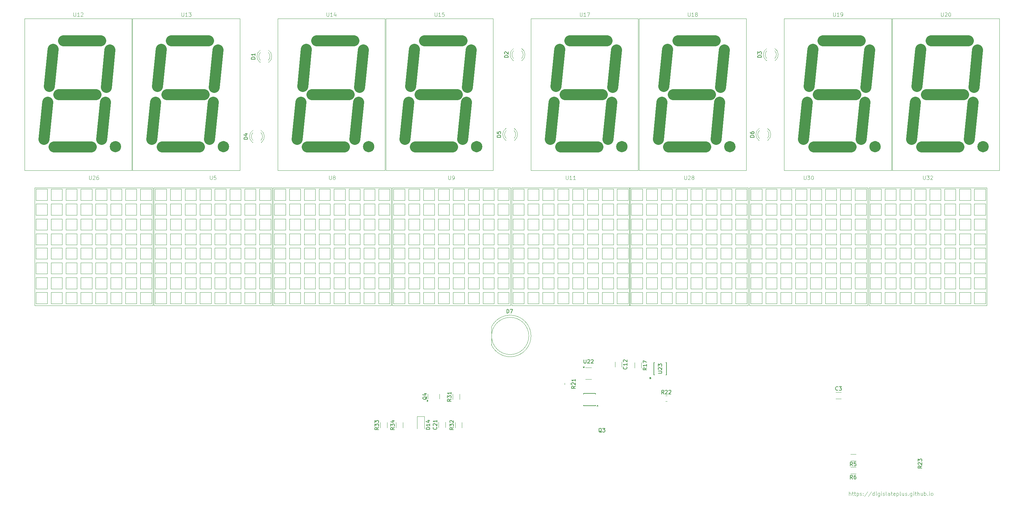
<source format=gbr>
%TF.GenerationSoftware,KiCad,Pcbnew,8.0.4*%
%TF.CreationDate,2024-09-13T12:48:21+02:00*%
%TF.ProjectId,DigiSlatePlus,44696769-536c-4617-9465-506c75732e6b,rev?*%
%TF.SameCoordinates,Original*%
%TF.FileFunction,Legend,Top*%
%TF.FilePolarity,Positive*%
%FSLAX46Y46*%
G04 Gerber Fmt 4.6, Leading zero omitted, Abs format (unit mm)*
G04 Created by KiCad (PCBNEW 8.0.4) date 2024-09-13 12:48:21*
%MOMM*%
%LPD*%
G01*
G04 APERTURE LIST*
%ADD10C,0.100000*%
%ADD11C,0.150000*%
%ADD12C,0.120000*%
%ADD13C,3.000000*%
%ADD14C,1.550000*%
%ADD15C,0.152400*%
G04 APERTURE END LIST*
D10*
X297303884Y-202872419D02*
X297303884Y-201872419D01*
X297732455Y-202872419D02*
X297732455Y-202348609D01*
X297732455Y-202348609D02*
X297684836Y-202253371D01*
X297684836Y-202253371D02*
X297589598Y-202205752D01*
X297589598Y-202205752D02*
X297446741Y-202205752D01*
X297446741Y-202205752D02*
X297351503Y-202253371D01*
X297351503Y-202253371D02*
X297303884Y-202300990D01*
X298065789Y-202205752D02*
X298446741Y-202205752D01*
X298208646Y-201872419D02*
X298208646Y-202729561D01*
X298208646Y-202729561D02*
X298256265Y-202824800D01*
X298256265Y-202824800D02*
X298351503Y-202872419D01*
X298351503Y-202872419D02*
X298446741Y-202872419D01*
X298637218Y-202205752D02*
X299018170Y-202205752D01*
X298780075Y-201872419D02*
X298780075Y-202729561D01*
X298780075Y-202729561D02*
X298827694Y-202824800D01*
X298827694Y-202824800D02*
X298922932Y-202872419D01*
X298922932Y-202872419D02*
X299018170Y-202872419D01*
X299351504Y-202205752D02*
X299351504Y-203205752D01*
X299351504Y-202253371D02*
X299446742Y-202205752D01*
X299446742Y-202205752D02*
X299637218Y-202205752D01*
X299637218Y-202205752D02*
X299732456Y-202253371D01*
X299732456Y-202253371D02*
X299780075Y-202300990D01*
X299780075Y-202300990D02*
X299827694Y-202396228D01*
X299827694Y-202396228D02*
X299827694Y-202681942D01*
X299827694Y-202681942D02*
X299780075Y-202777180D01*
X299780075Y-202777180D02*
X299732456Y-202824800D01*
X299732456Y-202824800D02*
X299637218Y-202872419D01*
X299637218Y-202872419D02*
X299446742Y-202872419D01*
X299446742Y-202872419D02*
X299351504Y-202824800D01*
X300208647Y-202824800D02*
X300303885Y-202872419D01*
X300303885Y-202872419D02*
X300494361Y-202872419D01*
X300494361Y-202872419D02*
X300589599Y-202824800D01*
X300589599Y-202824800D02*
X300637218Y-202729561D01*
X300637218Y-202729561D02*
X300637218Y-202681942D01*
X300637218Y-202681942D02*
X300589599Y-202586704D01*
X300589599Y-202586704D02*
X300494361Y-202539085D01*
X300494361Y-202539085D02*
X300351504Y-202539085D01*
X300351504Y-202539085D02*
X300256266Y-202491466D01*
X300256266Y-202491466D02*
X300208647Y-202396228D01*
X300208647Y-202396228D02*
X300208647Y-202348609D01*
X300208647Y-202348609D02*
X300256266Y-202253371D01*
X300256266Y-202253371D02*
X300351504Y-202205752D01*
X300351504Y-202205752D02*
X300494361Y-202205752D01*
X300494361Y-202205752D02*
X300589599Y-202253371D01*
X301065790Y-202777180D02*
X301113409Y-202824800D01*
X301113409Y-202824800D02*
X301065790Y-202872419D01*
X301065790Y-202872419D02*
X301018171Y-202824800D01*
X301018171Y-202824800D02*
X301065790Y-202777180D01*
X301065790Y-202777180D02*
X301065790Y-202872419D01*
X301065790Y-202253371D02*
X301113409Y-202300990D01*
X301113409Y-202300990D02*
X301065790Y-202348609D01*
X301065790Y-202348609D02*
X301018171Y-202300990D01*
X301018171Y-202300990D02*
X301065790Y-202253371D01*
X301065790Y-202253371D02*
X301065790Y-202348609D01*
X302256265Y-201824800D02*
X301399123Y-203110514D01*
X303303884Y-201824800D02*
X302446742Y-203110514D01*
X304065789Y-202872419D02*
X304065789Y-201872419D01*
X304065789Y-202824800D02*
X303970551Y-202872419D01*
X303970551Y-202872419D02*
X303780075Y-202872419D01*
X303780075Y-202872419D02*
X303684837Y-202824800D01*
X303684837Y-202824800D02*
X303637218Y-202777180D01*
X303637218Y-202777180D02*
X303589599Y-202681942D01*
X303589599Y-202681942D02*
X303589599Y-202396228D01*
X303589599Y-202396228D02*
X303637218Y-202300990D01*
X303637218Y-202300990D02*
X303684837Y-202253371D01*
X303684837Y-202253371D02*
X303780075Y-202205752D01*
X303780075Y-202205752D02*
X303970551Y-202205752D01*
X303970551Y-202205752D02*
X304065789Y-202253371D01*
X304541980Y-202872419D02*
X304541980Y-202205752D01*
X304541980Y-201872419D02*
X304494361Y-201920038D01*
X304494361Y-201920038D02*
X304541980Y-201967657D01*
X304541980Y-201967657D02*
X304589599Y-201920038D01*
X304589599Y-201920038D02*
X304541980Y-201872419D01*
X304541980Y-201872419D02*
X304541980Y-201967657D01*
X305446741Y-202205752D02*
X305446741Y-203015276D01*
X305446741Y-203015276D02*
X305399122Y-203110514D01*
X305399122Y-203110514D02*
X305351503Y-203158133D01*
X305351503Y-203158133D02*
X305256265Y-203205752D01*
X305256265Y-203205752D02*
X305113408Y-203205752D01*
X305113408Y-203205752D02*
X305018170Y-203158133D01*
X305446741Y-202824800D02*
X305351503Y-202872419D01*
X305351503Y-202872419D02*
X305161027Y-202872419D01*
X305161027Y-202872419D02*
X305065789Y-202824800D01*
X305065789Y-202824800D02*
X305018170Y-202777180D01*
X305018170Y-202777180D02*
X304970551Y-202681942D01*
X304970551Y-202681942D02*
X304970551Y-202396228D01*
X304970551Y-202396228D02*
X305018170Y-202300990D01*
X305018170Y-202300990D02*
X305065789Y-202253371D01*
X305065789Y-202253371D02*
X305161027Y-202205752D01*
X305161027Y-202205752D02*
X305351503Y-202205752D01*
X305351503Y-202205752D02*
X305446741Y-202253371D01*
X305922932Y-202872419D02*
X305922932Y-202205752D01*
X305922932Y-201872419D02*
X305875313Y-201920038D01*
X305875313Y-201920038D02*
X305922932Y-201967657D01*
X305922932Y-201967657D02*
X305970551Y-201920038D01*
X305970551Y-201920038D02*
X305922932Y-201872419D01*
X305922932Y-201872419D02*
X305922932Y-201967657D01*
X306351503Y-202824800D02*
X306446741Y-202872419D01*
X306446741Y-202872419D02*
X306637217Y-202872419D01*
X306637217Y-202872419D02*
X306732455Y-202824800D01*
X306732455Y-202824800D02*
X306780074Y-202729561D01*
X306780074Y-202729561D02*
X306780074Y-202681942D01*
X306780074Y-202681942D02*
X306732455Y-202586704D01*
X306732455Y-202586704D02*
X306637217Y-202539085D01*
X306637217Y-202539085D02*
X306494360Y-202539085D01*
X306494360Y-202539085D02*
X306399122Y-202491466D01*
X306399122Y-202491466D02*
X306351503Y-202396228D01*
X306351503Y-202396228D02*
X306351503Y-202348609D01*
X306351503Y-202348609D02*
X306399122Y-202253371D01*
X306399122Y-202253371D02*
X306494360Y-202205752D01*
X306494360Y-202205752D02*
X306637217Y-202205752D01*
X306637217Y-202205752D02*
X306732455Y-202253371D01*
X307351503Y-202872419D02*
X307256265Y-202824800D01*
X307256265Y-202824800D02*
X307208646Y-202729561D01*
X307208646Y-202729561D02*
X307208646Y-201872419D01*
X308161027Y-202872419D02*
X308161027Y-202348609D01*
X308161027Y-202348609D02*
X308113408Y-202253371D01*
X308113408Y-202253371D02*
X308018170Y-202205752D01*
X308018170Y-202205752D02*
X307827694Y-202205752D01*
X307827694Y-202205752D02*
X307732456Y-202253371D01*
X308161027Y-202824800D02*
X308065789Y-202872419D01*
X308065789Y-202872419D02*
X307827694Y-202872419D01*
X307827694Y-202872419D02*
X307732456Y-202824800D01*
X307732456Y-202824800D02*
X307684837Y-202729561D01*
X307684837Y-202729561D02*
X307684837Y-202634323D01*
X307684837Y-202634323D02*
X307732456Y-202539085D01*
X307732456Y-202539085D02*
X307827694Y-202491466D01*
X307827694Y-202491466D02*
X308065789Y-202491466D01*
X308065789Y-202491466D02*
X308161027Y-202443847D01*
X308494361Y-202205752D02*
X308875313Y-202205752D01*
X308637218Y-201872419D02*
X308637218Y-202729561D01*
X308637218Y-202729561D02*
X308684837Y-202824800D01*
X308684837Y-202824800D02*
X308780075Y-202872419D01*
X308780075Y-202872419D02*
X308875313Y-202872419D01*
X309589599Y-202824800D02*
X309494361Y-202872419D01*
X309494361Y-202872419D02*
X309303885Y-202872419D01*
X309303885Y-202872419D02*
X309208647Y-202824800D01*
X309208647Y-202824800D02*
X309161028Y-202729561D01*
X309161028Y-202729561D02*
X309161028Y-202348609D01*
X309161028Y-202348609D02*
X309208647Y-202253371D01*
X309208647Y-202253371D02*
X309303885Y-202205752D01*
X309303885Y-202205752D02*
X309494361Y-202205752D01*
X309494361Y-202205752D02*
X309589599Y-202253371D01*
X309589599Y-202253371D02*
X309637218Y-202348609D01*
X309637218Y-202348609D02*
X309637218Y-202443847D01*
X309637218Y-202443847D02*
X309161028Y-202539085D01*
X310065790Y-202205752D02*
X310065790Y-203205752D01*
X310065790Y-202253371D02*
X310161028Y-202205752D01*
X310161028Y-202205752D02*
X310351504Y-202205752D01*
X310351504Y-202205752D02*
X310446742Y-202253371D01*
X310446742Y-202253371D02*
X310494361Y-202300990D01*
X310494361Y-202300990D02*
X310541980Y-202396228D01*
X310541980Y-202396228D02*
X310541980Y-202681942D01*
X310541980Y-202681942D02*
X310494361Y-202777180D01*
X310494361Y-202777180D02*
X310446742Y-202824800D01*
X310446742Y-202824800D02*
X310351504Y-202872419D01*
X310351504Y-202872419D02*
X310161028Y-202872419D01*
X310161028Y-202872419D02*
X310065790Y-202824800D01*
X311113409Y-202872419D02*
X311018171Y-202824800D01*
X311018171Y-202824800D02*
X310970552Y-202729561D01*
X310970552Y-202729561D02*
X310970552Y-201872419D01*
X311922933Y-202205752D02*
X311922933Y-202872419D01*
X311494362Y-202205752D02*
X311494362Y-202729561D01*
X311494362Y-202729561D02*
X311541981Y-202824800D01*
X311541981Y-202824800D02*
X311637219Y-202872419D01*
X311637219Y-202872419D02*
X311780076Y-202872419D01*
X311780076Y-202872419D02*
X311875314Y-202824800D01*
X311875314Y-202824800D02*
X311922933Y-202777180D01*
X312351505Y-202824800D02*
X312446743Y-202872419D01*
X312446743Y-202872419D02*
X312637219Y-202872419D01*
X312637219Y-202872419D02*
X312732457Y-202824800D01*
X312732457Y-202824800D02*
X312780076Y-202729561D01*
X312780076Y-202729561D02*
X312780076Y-202681942D01*
X312780076Y-202681942D02*
X312732457Y-202586704D01*
X312732457Y-202586704D02*
X312637219Y-202539085D01*
X312637219Y-202539085D02*
X312494362Y-202539085D01*
X312494362Y-202539085D02*
X312399124Y-202491466D01*
X312399124Y-202491466D02*
X312351505Y-202396228D01*
X312351505Y-202396228D02*
X312351505Y-202348609D01*
X312351505Y-202348609D02*
X312399124Y-202253371D01*
X312399124Y-202253371D02*
X312494362Y-202205752D01*
X312494362Y-202205752D02*
X312637219Y-202205752D01*
X312637219Y-202205752D02*
X312732457Y-202253371D01*
X313208648Y-202777180D02*
X313256267Y-202824800D01*
X313256267Y-202824800D02*
X313208648Y-202872419D01*
X313208648Y-202872419D02*
X313161029Y-202824800D01*
X313161029Y-202824800D02*
X313208648Y-202777180D01*
X313208648Y-202777180D02*
X313208648Y-202872419D01*
X314113409Y-202205752D02*
X314113409Y-203015276D01*
X314113409Y-203015276D02*
X314065790Y-203110514D01*
X314065790Y-203110514D02*
X314018171Y-203158133D01*
X314018171Y-203158133D02*
X313922933Y-203205752D01*
X313922933Y-203205752D02*
X313780076Y-203205752D01*
X313780076Y-203205752D02*
X313684838Y-203158133D01*
X314113409Y-202824800D02*
X314018171Y-202872419D01*
X314018171Y-202872419D02*
X313827695Y-202872419D01*
X313827695Y-202872419D02*
X313732457Y-202824800D01*
X313732457Y-202824800D02*
X313684838Y-202777180D01*
X313684838Y-202777180D02*
X313637219Y-202681942D01*
X313637219Y-202681942D02*
X313637219Y-202396228D01*
X313637219Y-202396228D02*
X313684838Y-202300990D01*
X313684838Y-202300990D02*
X313732457Y-202253371D01*
X313732457Y-202253371D02*
X313827695Y-202205752D01*
X313827695Y-202205752D02*
X314018171Y-202205752D01*
X314018171Y-202205752D02*
X314113409Y-202253371D01*
X314589600Y-202872419D02*
X314589600Y-202205752D01*
X314589600Y-201872419D02*
X314541981Y-201920038D01*
X314541981Y-201920038D02*
X314589600Y-201967657D01*
X314589600Y-201967657D02*
X314637219Y-201920038D01*
X314637219Y-201920038D02*
X314589600Y-201872419D01*
X314589600Y-201872419D02*
X314589600Y-201967657D01*
X314922933Y-202205752D02*
X315303885Y-202205752D01*
X315065790Y-201872419D02*
X315065790Y-202729561D01*
X315065790Y-202729561D02*
X315113409Y-202824800D01*
X315113409Y-202824800D02*
X315208647Y-202872419D01*
X315208647Y-202872419D02*
X315303885Y-202872419D01*
X315637219Y-202872419D02*
X315637219Y-201872419D01*
X316065790Y-202872419D02*
X316065790Y-202348609D01*
X316065790Y-202348609D02*
X316018171Y-202253371D01*
X316018171Y-202253371D02*
X315922933Y-202205752D01*
X315922933Y-202205752D02*
X315780076Y-202205752D01*
X315780076Y-202205752D02*
X315684838Y-202253371D01*
X315684838Y-202253371D02*
X315637219Y-202300990D01*
X316970552Y-202205752D02*
X316970552Y-202872419D01*
X316541981Y-202205752D02*
X316541981Y-202729561D01*
X316541981Y-202729561D02*
X316589600Y-202824800D01*
X316589600Y-202824800D02*
X316684838Y-202872419D01*
X316684838Y-202872419D02*
X316827695Y-202872419D01*
X316827695Y-202872419D02*
X316922933Y-202824800D01*
X316922933Y-202824800D02*
X316970552Y-202777180D01*
X317446743Y-202872419D02*
X317446743Y-201872419D01*
X317446743Y-202253371D02*
X317541981Y-202205752D01*
X317541981Y-202205752D02*
X317732457Y-202205752D01*
X317732457Y-202205752D02*
X317827695Y-202253371D01*
X317827695Y-202253371D02*
X317875314Y-202300990D01*
X317875314Y-202300990D02*
X317922933Y-202396228D01*
X317922933Y-202396228D02*
X317922933Y-202681942D01*
X317922933Y-202681942D02*
X317875314Y-202777180D01*
X317875314Y-202777180D02*
X317827695Y-202824800D01*
X317827695Y-202824800D02*
X317732457Y-202872419D01*
X317732457Y-202872419D02*
X317541981Y-202872419D01*
X317541981Y-202872419D02*
X317446743Y-202824800D01*
X318351505Y-202777180D02*
X318399124Y-202824800D01*
X318399124Y-202824800D02*
X318351505Y-202872419D01*
X318351505Y-202872419D02*
X318303886Y-202824800D01*
X318303886Y-202824800D02*
X318351505Y-202777180D01*
X318351505Y-202777180D02*
X318351505Y-202872419D01*
X318827695Y-202872419D02*
X318827695Y-202205752D01*
X318827695Y-201872419D02*
X318780076Y-201920038D01*
X318780076Y-201920038D02*
X318827695Y-201967657D01*
X318827695Y-201967657D02*
X318875314Y-201920038D01*
X318875314Y-201920038D02*
X318827695Y-201872419D01*
X318827695Y-201872419D02*
X318827695Y-201967657D01*
X319446742Y-202872419D02*
X319351504Y-202824800D01*
X319351504Y-202824800D02*
X319303885Y-202777180D01*
X319303885Y-202777180D02*
X319256266Y-202681942D01*
X319256266Y-202681942D02*
X319256266Y-202396228D01*
X319256266Y-202396228D02*
X319303885Y-202300990D01*
X319303885Y-202300990D02*
X319351504Y-202253371D01*
X319351504Y-202253371D02*
X319446742Y-202205752D01*
X319446742Y-202205752D02*
X319589599Y-202205752D01*
X319589599Y-202205752D02*
X319684837Y-202253371D01*
X319684837Y-202253371D02*
X319732456Y-202300990D01*
X319732456Y-202300990D02*
X319780075Y-202396228D01*
X319780075Y-202396228D02*
X319780075Y-202681942D01*
X319780075Y-202681942D02*
X319732456Y-202777180D01*
X319732456Y-202777180D02*
X319684837Y-202824800D01*
X319684837Y-202824800D02*
X319589599Y-202872419D01*
X319589599Y-202872419D02*
X319446742Y-202872419D01*
D11*
X237529580Y-168290357D02*
X237577200Y-168337976D01*
X237577200Y-168337976D02*
X237624819Y-168480833D01*
X237624819Y-168480833D02*
X237624819Y-168576071D01*
X237624819Y-168576071D02*
X237577200Y-168718928D01*
X237577200Y-168718928D02*
X237481961Y-168814166D01*
X237481961Y-168814166D02*
X237386723Y-168861785D01*
X237386723Y-168861785D02*
X237196247Y-168909404D01*
X237196247Y-168909404D02*
X237053390Y-168909404D01*
X237053390Y-168909404D02*
X236862914Y-168861785D01*
X236862914Y-168861785D02*
X236767676Y-168814166D01*
X236767676Y-168814166D02*
X236672438Y-168718928D01*
X236672438Y-168718928D02*
X236624819Y-168576071D01*
X236624819Y-168576071D02*
X236624819Y-168480833D01*
X236624819Y-168480833D02*
X236672438Y-168337976D01*
X236672438Y-168337976D02*
X236720057Y-168290357D01*
X237624819Y-167337976D02*
X237624819Y-167909404D01*
X237624819Y-167623690D02*
X236624819Y-167623690D01*
X236624819Y-167623690D02*
X236767676Y-167718928D01*
X236767676Y-167718928D02*
X236862914Y-167814166D01*
X236862914Y-167814166D02*
X236910533Y-167909404D01*
X236720057Y-166957023D02*
X236672438Y-166909404D01*
X236672438Y-166909404D02*
X236624819Y-166814166D01*
X236624819Y-166814166D02*
X236624819Y-166576071D01*
X236624819Y-166576071D02*
X236672438Y-166480833D01*
X236672438Y-166480833D02*
X236720057Y-166433214D01*
X236720057Y-166433214D02*
X236815295Y-166385595D01*
X236815295Y-166385595D02*
X236910533Y-166385595D01*
X236910533Y-166385595D02*
X237053390Y-166433214D01*
X237053390Y-166433214D02*
X237624819Y-167004642D01*
X237624819Y-167004642D02*
X237624819Y-166385595D01*
X223774819Y-173502857D02*
X223298628Y-173836190D01*
X223774819Y-174074285D02*
X222774819Y-174074285D01*
X222774819Y-174074285D02*
X222774819Y-173693333D01*
X222774819Y-173693333D02*
X222822438Y-173598095D01*
X222822438Y-173598095D02*
X222870057Y-173550476D01*
X222870057Y-173550476D02*
X222965295Y-173502857D01*
X222965295Y-173502857D02*
X223108152Y-173502857D01*
X223108152Y-173502857D02*
X223203390Y-173550476D01*
X223203390Y-173550476D02*
X223251009Y-173598095D01*
X223251009Y-173598095D02*
X223298628Y-173693333D01*
X223298628Y-173693333D02*
X223298628Y-174074285D01*
X222870057Y-173121904D02*
X222822438Y-173074285D01*
X222822438Y-173074285D02*
X222774819Y-172979047D01*
X222774819Y-172979047D02*
X222774819Y-172740952D01*
X222774819Y-172740952D02*
X222822438Y-172645714D01*
X222822438Y-172645714D02*
X222870057Y-172598095D01*
X222870057Y-172598095D02*
X222965295Y-172550476D01*
X222965295Y-172550476D02*
X223060533Y-172550476D01*
X223060533Y-172550476D02*
X223203390Y-172598095D01*
X223203390Y-172598095D02*
X223774819Y-173169523D01*
X223774819Y-173169523D02*
X223774819Y-172550476D01*
X223774819Y-171598095D02*
X223774819Y-172169523D01*
X223774819Y-171883809D02*
X222774819Y-171883809D01*
X222774819Y-171883809D02*
X222917676Y-171979047D01*
X222917676Y-171979047D02*
X223012914Y-172074285D01*
X223012914Y-172074285D02*
X223060533Y-172169523D01*
X186469580Y-184500357D02*
X186517200Y-184547976D01*
X186517200Y-184547976D02*
X186564819Y-184690833D01*
X186564819Y-184690833D02*
X186564819Y-184786071D01*
X186564819Y-184786071D02*
X186517200Y-184928928D01*
X186517200Y-184928928D02*
X186421961Y-185024166D01*
X186421961Y-185024166D02*
X186326723Y-185071785D01*
X186326723Y-185071785D02*
X186136247Y-185119404D01*
X186136247Y-185119404D02*
X185993390Y-185119404D01*
X185993390Y-185119404D02*
X185802914Y-185071785D01*
X185802914Y-185071785D02*
X185707676Y-185024166D01*
X185707676Y-185024166D02*
X185612438Y-184928928D01*
X185612438Y-184928928D02*
X185564819Y-184786071D01*
X185564819Y-184786071D02*
X185564819Y-184690833D01*
X185564819Y-184690833D02*
X185612438Y-184547976D01*
X185612438Y-184547976D02*
X185660057Y-184500357D01*
X185660057Y-184119404D02*
X185612438Y-184071785D01*
X185612438Y-184071785D02*
X185564819Y-183976547D01*
X185564819Y-183976547D02*
X185564819Y-183738452D01*
X185564819Y-183738452D02*
X185612438Y-183643214D01*
X185612438Y-183643214D02*
X185660057Y-183595595D01*
X185660057Y-183595595D02*
X185755295Y-183547976D01*
X185755295Y-183547976D02*
X185850533Y-183547976D01*
X185850533Y-183547976D02*
X185993390Y-183595595D01*
X185993390Y-183595595D02*
X186564819Y-184167023D01*
X186564819Y-184167023D02*
X186564819Y-183547976D01*
X186564819Y-182595595D02*
X186564819Y-183167023D01*
X186564819Y-182881309D02*
X185564819Y-182881309D01*
X185564819Y-182881309D02*
X185707676Y-182976547D01*
X185707676Y-182976547D02*
X185802914Y-183071785D01*
X185802914Y-183071785D02*
X185850533Y-183167023D01*
D10*
X221251905Y-116957419D02*
X221251905Y-117766942D01*
X221251905Y-117766942D02*
X221299524Y-117862180D01*
X221299524Y-117862180D02*
X221347143Y-117909800D01*
X221347143Y-117909800D02*
X221442381Y-117957419D01*
X221442381Y-117957419D02*
X221632857Y-117957419D01*
X221632857Y-117957419D02*
X221728095Y-117909800D01*
X221728095Y-117909800D02*
X221775714Y-117862180D01*
X221775714Y-117862180D02*
X221823333Y-117766942D01*
X221823333Y-117766942D02*
X221823333Y-116957419D01*
X222823333Y-117957419D02*
X222251905Y-117957419D01*
X222537619Y-117957419D02*
X222537619Y-116957419D01*
X222537619Y-116957419D02*
X222442381Y-117100276D01*
X222442381Y-117100276D02*
X222347143Y-117195514D01*
X222347143Y-117195514D02*
X222251905Y-117243133D01*
X223775714Y-117957419D02*
X223204286Y-117957419D01*
X223490000Y-117957419D02*
X223490000Y-116957419D01*
X223490000Y-116957419D02*
X223394762Y-117100276D01*
X223394762Y-117100276D02*
X223299524Y-117195514D01*
X223299524Y-117195514D02*
X223204286Y-117243133D01*
X125683095Y-116957419D02*
X125683095Y-117766942D01*
X125683095Y-117766942D02*
X125730714Y-117862180D01*
X125730714Y-117862180D02*
X125778333Y-117909800D01*
X125778333Y-117909800D02*
X125873571Y-117957419D01*
X125873571Y-117957419D02*
X126064047Y-117957419D01*
X126064047Y-117957419D02*
X126159285Y-117909800D01*
X126159285Y-117909800D02*
X126206904Y-117862180D01*
X126206904Y-117862180D02*
X126254523Y-117766942D01*
X126254523Y-117766942D02*
X126254523Y-116957419D01*
X127206904Y-116957419D02*
X126730714Y-116957419D01*
X126730714Y-116957419D02*
X126683095Y-117433609D01*
X126683095Y-117433609D02*
X126730714Y-117385990D01*
X126730714Y-117385990D02*
X126825952Y-117338371D01*
X126825952Y-117338371D02*
X127064047Y-117338371D01*
X127064047Y-117338371D02*
X127159285Y-117385990D01*
X127159285Y-117385990D02*
X127206904Y-117433609D01*
X127206904Y-117433609D02*
X127254523Y-117528847D01*
X127254523Y-117528847D02*
X127254523Y-117766942D01*
X127254523Y-117766942D02*
X127206904Y-117862180D01*
X127206904Y-117862180D02*
X127159285Y-117909800D01*
X127159285Y-117909800D02*
X127064047Y-117957419D01*
X127064047Y-117957419D02*
X126825952Y-117957419D01*
X126825952Y-117957419D02*
X126730714Y-117909800D01*
X126730714Y-117909800D02*
X126683095Y-117862180D01*
D11*
X190404819Y-176980357D02*
X189928628Y-177313690D01*
X190404819Y-177551785D02*
X189404819Y-177551785D01*
X189404819Y-177551785D02*
X189404819Y-177170833D01*
X189404819Y-177170833D02*
X189452438Y-177075595D01*
X189452438Y-177075595D02*
X189500057Y-177027976D01*
X189500057Y-177027976D02*
X189595295Y-176980357D01*
X189595295Y-176980357D02*
X189738152Y-176980357D01*
X189738152Y-176980357D02*
X189833390Y-177027976D01*
X189833390Y-177027976D02*
X189881009Y-177075595D01*
X189881009Y-177075595D02*
X189928628Y-177170833D01*
X189928628Y-177170833D02*
X189928628Y-177551785D01*
X189404819Y-176647023D02*
X189404819Y-176027976D01*
X189404819Y-176027976D02*
X189785771Y-176361309D01*
X189785771Y-176361309D02*
X189785771Y-176218452D01*
X189785771Y-176218452D02*
X189833390Y-176123214D01*
X189833390Y-176123214D02*
X189881009Y-176075595D01*
X189881009Y-176075595D02*
X189976247Y-176027976D01*
X189976247Y-176027976D02*
X190214342Y-176027976D01*
X190214342Y-176027976D02*
X190309580Y-176075595D01*
X190309580Y-176075595D02*
X190357200Y-176123214D01*
X190357200Y-176123214D02*
X190404819Y-176218452D01*
X190404819Y-176218452D02*
X190404819Y-176504166D01*
X190404819Y-176504166D02*
X190357200Y-176599404D01*
X190357200Y-176599404D02*
X190309580Y-176647023D01*
X190404819Y-175075595D02*
X190404819Y-175647023D01*
X190404819Y-175361309D02*
X189404819Y-175361309D01*
X189404819Y-175361309D02*
X189547676Y-175456547D01*
X189547676Y-175456547D02*
X189642914Y-175551785D01*
X189642914Y-175551785D02*
X189690533Y-175647023D01*
D10*
X317176905Y-116957419D02*
X317176905Y-117766942D01*
X317176905Y-117766942D02*
X317224524Y-117862180D01*
X317224524Y-117862180D02*
X317272143Y-117909800D01*
X317272143Y-117909800D02*
X317367381Y-117957419D01*
X317367381Y-117957419D02*
X317557857Y-117957419D01*
X317557857Y-117957419D02*
X317653095Y-117909800D01*
X317653095Y-117909800D02*
X317700714Y-117862180D01*
X317700714Y-117862180D02*
X317748333Y-117766942D01*
X317748333Y-117766942D02*
X317748333Y-116957419D01*
X318129286Y-116957419D02*
X318748333Y-116957419D01*
X318748333Y-116957419D02*
X318415000Y-117338371D01*
X318415000Y-117338371D02*
X318557857Y-117338371D01*
X318557857Y-117338371D02*
X318653095Y-117385990D01*
X318653095Y-117385990D02*
X318700714Y-117433609D01*
X318700714Y-117433609D02*
X318748333Y-117528847D01*
X318748333Y-117528847D02*
X318748333Y-117766942D01*
X318748333Y-117766942D02*
X318700714Y-117862180D01*
X318700714Y-117862180D02*
X318653095Y-117909800D01*
X318653095Y-117909800D02*
X318557857Y-117957419D01*
X318557857Y-117957419D02*
X318272143Y-117957419D01*
X318272143Y-117957419D02*
X318176905Y-117909800D01*
X318176905Y-117909800D02*
X318129286Y-117862180D01*
X319129286Y-117052657D02*
X319176905Y-117005038D01*
X319176905Y-117005038D02*
X319272143Y-116957419D01*
X319272143Y-116957419D02*
X319510238Y-116957419D01*
X319510238Y-116957419D02*
X319605476Y-117005038D01*
X319605476Y-117005038D02*
X319653095Y-117052657D01*
X319653095Y-117052657D02*
X319700714Y-117147895D01*
X319700714Y-117147895D02*
X319700714Y-117243133D01*
X319700714Y-117243133D02*
X319653095Y-117385990D01*
X319653095Y-117385990D02*
X319081667Y-117957419D01*
X319081667Y-117957419D02*
X319700714Y-117957419D01*
X156961905Y-73057419D02*
X156961905Y-73866942D01*
X156961905Y-73866942D02*
X157009524Y-73962180D01*
X157009524Y-73962180D02*
X157057143Y-74009800D01*
X157057143Y-74009800D02*
X157152381Y-74057419D01*
X157152381Y-74057419D02*
X157342857Y-74057419D01*
X157342857Y-74057419D02*
X157438095Y-74009800D01*
X157438095Y-74009800D02*
X157485714Y-73962180D01*
X157485714Y-73962180D02*
X157533333Y-73866942D01*
X157533333Y-73866942D02*
X157533333Y-73057419D01*
X158533333Y-74057419D02*
X157961905Y-74057419D01*
X158247619Y-74057419D02*
X158247619Y-73057419D01*
X158247619Y-73057419D02*
X158152381Y-73200276D01*
X158152381Y-73200276D02*
X158057143Y-73295514D01*
X158057143Y-73295514D02*
X157961905Y-73343133D01*
X159390476Y-73390752D02*
X159390476Y-74057419D01*
X159152381Y-73009800D02*
X158914286Y-73724085D01*
X158914286Y-73724085D02*
X159533333Y-73724085D01*
X225016905Y-73067419D02*
X225016905Y-73876942D01*
X225016905Y-73876942D02*
X225064524Y-73972180D01*
X225064524Y-73972180D02*
X225112143Y-74019800D01*
X225112143Y-74019800D02*
X225207381Y-74067419D01*
X225207381Y-74067419D02*
X225397857Y-74067419D01*
X225397857Y-74067419D02*
X225493095Y-74019800D01*
X225493095Y-74019800D02*
X225540714Y-73972180D01*
X225540714Y-73972180D02*
X225588333Y-73876942D01*
X225588333Y-73876942D02*
X225588333Y-73067419D01*
X226588333Y-74067419D02*
X226016905Y-74067419D01*
X226302619Y-74067419D02*
X226302619Y-73067419D01*
X226302619Y-73067419D02*
X226207381Y-73210276D01*
X226207381Y-73210276D02*
X226112143Y-73305514D01*
X226112143Y-73305514D02*
X226016905Y-73353133D01*
X226921667Y-73067419D02*
X227588333Y-73067419D01*
X227588333Y-73067419D02*
X227159762Y-74067419D01*
X118016905Y-73067419D02*
X118016905Y-73876942D01*
X118016905Y-73876942D02*
X118064524Y-73972180D01*
X118064524Y-73972180D02*
X118112143Y-74019800D01*
X118112143Y-74019800D02*
X118207381Y-74067419D01*
X118207381Y-74067419D02*
X118397857Y-74067419D01*
X118397857Y-74067419D02*
X118493095Y-74019800D01*
X118493095Y-74019800D02*
X118540714Y-73972180D01*
X118540714Y-73972180D02*
X118588333Y-73876942D01*
X118588333Y-73876942D02*
X118588333Y-73067419D01*
X119588333Y-74067419D02*
X119016905Y-74067419D01*
X119302619Y-74067419D02*
X119302619Y-73067419D01*
X119302619Y-73067419D02*
X119207381Y-73210276D01*
X119207381Y-73210276D02*
X119112143Y-73305514D01*
X119112143Y-73305514D02*
X119016905Y-73353133D01*
X119921667Y-73067419D02*
X120540714Y-73067419D01*
X120540714Y-73067419D02*
X120207381Y-73448371D01*
X120207381Y-73448371D02*
X120350238Y-73448371D01*
X120350238Y-73448371D02*
X120445476Y-73495990D01*
X120445476Y-73495990D02*
X120493095Y-73543609D01*
X120493095Y-73543609D02*
X120540714Y-73638847D01*
X120540714Y-73638847D02*
X120540714Y-73876942D01*
X120540714Y-73876942D02*
X120493095Y-73972180D01*
X120493095Y-73972180D02*
X120445476Y-74019800D01*
X120445476Y-74019800D02*
X120350238Y-74067419D01*
X120350238Y-74067419D02*
X120064524Y-74067419D01*
X120064524Y-74067419D02*
X119969286Y-74019800D01*
X119969286Y-74019800D02*
X119921667Y-73972180D01*
D11*
X175164819Y-184600357D02*
X174688628Y-184933690D01*
X175164819Y-185171785D02*
X174164819Y-185171785D01*
X174164819Y-185171785D02*
X174164819Y-184790833D01*
X174164819Y-184790833D02*
X174212438Y-184695595D01*
X174212438Y-184695595D02*
X174260057Y-184647976D01*
X174260057Y-184647976D02*
X174355295Y-184600357D01*
X174355295Y-184600357D02*
X174498152Y-184600357D01*
X174498152Y-184600357D02*
X174593390Y-184647976D01*
X174593390Y-184647976D02*
X174641009Y-184695595D01*
X174641009Y-184695595D02*
X174688628Y-184790833D01*
X174688628Y-184790833D02*
X174688628Y-185171785D01*
X174164819Y-184267023D02*
X174164819Y-183647976D01*
X174164819Y-183647976D02*
X174545771Y-183981309D01*
X174545771Y-183981309D02*
X174545771Y-183838452D01*
X174545771Y-183838452D02*
X174593390Y-183743214D01*
X174593390Y-183743214D02*
X174641009Y-183695595D01*
X174641009Y-183695595D02*
X174736247Y-183647976D01*
X174736247Y-183647976D02*
X174974342Y-183647976D01*
X174974342Y-183647976D02*
X175069580Y-183695595D01*
X175069580Y-183695595D02*
X175117200Y-183743214D01*
X175117200Y-183743214D02*
X175164819Y-183838452D01*
X175164819Y-183838452D02*
X175164819Y-184124166D01*
X175164819Y-184124166D02*
X175117200Y-184219404D01*
X175117200Y-184219404D02*
X175069580Y-184267023D01*
X174498152Y-182790833D02*
X175164819Y-182790833D01*
X174117200Y-183028928D02*
X174831485Y-183267023D01*
X174831485Y-183267023D02*
X174831485Y-182647976D01*
D10*
X285141905Y-116957419D02*
X285141905Y-117766942D01*
X285141905Y-117766942D02*
X285189524Y-117862180D01*
X285189524Y-117862180D02*
X285237143Y-117909800D01*
X285237143Y-117909800D02*
X285332381Y-117957419D01*
X285332381Y-117957419D02*
X285522857Y-117957419D01*
X285522857Y-117957419D02*
X285618095Y-117909800D01*
X285618095Y-117909800D02*
X285665714Y-117862180D01*
X285665714Y-117862180D02*
X285713333Y-117766942D01*
X285713333Y-117766942D02*
X285713333Y-116957419D01*
X286094286Y-116957419D02*
X286713333Y-116957419D01*
X286713333Y-116957419D02*
X286380000Y-117338371D01*
X286380000Y-117338371D02*
X286522857Y-117338371D01*
X286522857Y-117338371D02*
X286618095Y-117385990D01*
X286618095Y-117385990D02*
X286665714Y-117433609D01*
X286665714Y-117433609D02*
X286713333Y-117528847D01*
X286713333Y-117528847D02*
X286713333Y-117766942D01*
X286713333Y-117766942D02*
X286665714Y-117862180D01*
X286665714Y-117862180D02*
X286618095Y-117909800D01*
X286618095Y-117909800D02*
X286522857Y-117957419D01*
X286522857Y-117957419D02*
X286237143Y-117957419D01*
X286237143Y-117957419D02*
X286141905Y-117909800D01*
X286141905Y-117909800D02*
X286094286Y-117862180D01*
X287332381Y-116957419D02*
X287427619Y-116957419D01*
X287427619Y-116957419D02*
X287522857Y-117005038D01*
X287522857Y-117005038D02*
X287570476Y-117052657D01*
X287570476Y-117052657D02*
X287618095Y-117147895D01*
X287618095Y-117147895D02*
X287665714Y-117338371D01*
X287665714Y-117338371D02*
X287665714Y-117576466D01*
X287665714Y-117576466D02*
X287618095Y-117766942D01*
X287618095Y-117766942D02*
X287570476Y-117862180D01*
X287570476Y-117862180D02*
X287522857Y-117909800D01*
X287522857Y-117909800D02*
X287427619Y-117957419D01*
X287427619Y-117957419D02*
X287332381Y-117957419D01*
X287332381Y-117957419D02*
X287237143Y-117909800D01*
X287237143Y-117909800D02*
X287189524Y-117862180D01*
X287189524Y-117862180D02*
X287141905Y-117766942D01*
X287141905Y-117766942D02*
X287094286Y-117576466D01*
X287094286Y-117576466D02*
X287094286Y-117338371D01*
X287094286Y-117338371D02*
X287141905Y-117147895D01*
X287141905Y-117147895D02*
X287189524Y-117052657D01*
X287189524Y-117052657D02*
X287237143Y-117005038D01*
X287237143Y-117005038D02*
X287332381Y-116957419D01*
D11*
X205749819Y-85118094D02*
X204749819Y-85118094D01*
X204749819Y-85118094D02*
X204749819Y-84879999D01*
X204749819Y-84879999D02*
X204797438Y-84737142D01*
X204797438Y-84737142D02*
X204892676Y-84641904D01*
X204892676Y-84641904D02*
X204987914Y-84594285D01*
X204987914Y-84594285D02*
X205178390Y-84546666D01*
X205178390Y-84546666D02*
X205321247Y-84546666D01*
X205321247Y-84546666D02*
X205511723Y-84594285D01*
X205511723Y-84594285D02*
X205606961Y-84641904D01*
X205606961Y-84641904D02*
X205702200Y-84737142D01*
X205702200Y-84737142D02*
X205749819Y-84879999D01*
X205749819Y-84879999D02*
X205749819Y-85118094D01*
X204845057Y-84165713D02*
X204797438Y-84118094D01*
X204797438Y-84118094D02*
X204749819Y-84022856D01*
X204749819Y-84022856D02*
X204749819Y-83784761D01*
X204749819Y-83784761D02*
X204797438Y-83689523D01*
X204797438Y-83689523D02*
X204845057Y-83641904D01*
X204845057Y-83641904D02*
X204940295Y-83594285D01*
X204940295Y-83594285D02*
X205035533Y-83594285D01*
X205035533Y-83594285D02*
X205178390Y-83641904D01*
X205178390Y-83641904D02*
X205749819Y-84213332D01*
X205749819Y-84213332D02*
X205749819Y-83594285D01*
D10*
X189683095Y-116957419D02*
X189683095Y-117766942D01*
X189683095Y-117766942D02*
X189730714Y-117862180D01*
X189730714Y-117862180D02*
X189778333Y-117909800D01*
X189778333Y-117909800D02*
X189873571Y-117957419D01*
X189873571Y-117957419D02*
X190064047Y-117957419D01*
X190064047Y-117957419D02*
X190159285Y-117909800D01*
X190159285Y-117909800D02*
X190206904Y-117862180D01*
X190206904Y-117862180D02*
X190254523Y-117766942D01*
X190254523Y-117766942D02*
X190254523Y-116957419D01*
X190778333Y-117957419D02*
X190968809Y-117957419D01*
X190968809Y-117957419D02*
X191064047Y-117909800D01*
X191064047Y-117909800D02*
X191111666Y-117862180D01*
X191111666Y-117862180D02*
X191206904Y-117719323D01*
X191206904Y-117719323D02*
X191254523Y-117528847D01*
X191254523Y-117528847D02*
X191254523Y-117147895D01*
X191254523Y-117147895D02*
X191206904Y-117052657D01*
X191206904Y-117052657D02*
X191159285Y-117005038D01*
X191159285Y-117005038D02*
X191064047Y-116957419D01*
X191064047Y-116957419D02*
X190873571Y-116957419D01*
X190873571Y-116957419D02*
X190778333Y-117005038D01*
X190778333Y-117005038D02*
X190730714Y-117052657D01*
X190730714Y-117052657D02*
X190683095Y-117147895D01*
X190683095Y-117147895D02*
X190683095Y-117385990D01*
X190683095Y-117385990D02*
X190730714Y-117481228D01*
X190730714Y-117481228D02*
X190778333Y-117528847D01*
X190778333Y-117528847D02*
X190873571Y-117576466D01*
X190873571Y-117576466D02*
X191064047Y-117576466D01*
X191064047Y-117576466D02*
X191159285Y-117528847D01*
X191159285Y-117528847D02*
X191206904Y-117481228D01*
X191206904Y-117481228D02*
X191254523Y-117385990D01*
D11*
X137749819Y-85578094D02*
X136749819Y-85578094D01*
X136749819Y-85578094D02*
X136749819Y-85339999D01*
X136749819Y-85339999D02*
X136797438Y-85197142D01*
X136797438Y-85197142D02*
X136892676Y-85101904D01*
X136892676Y-85101904D02*
X136987914Y-85054285D01*
X136987914Y-85054285D02*
X137178390Y-85006666D01*
X137178390Y-85006666D02*
X137321247Y-85006666D01*
X137321247Y-85006666D02*
X137511723Y-85054285D01*
X137511723Y-85054285D02*
X137606961Y-85101904D01*
X137606961Y-85101904D02*
X137702200Y-85197142D01*
X137702200Y-85197142D02*
X137749819Y-85339999D01*
X137749819Y-85339999D02*
X137749819Y-85578094D01*
X137749819Y-84054285D02*
X137749819Y-84625713D01*
X137749819Y-84339999D02*
X136749819Y-84339999D01*
X136749819Y-84339999D02*
X136892676Y-84435237D01*
X136892676Y-84435237D02*
X136987914Y-84530475D01*
X136987914Y-84530475D02*
X137035533Y-84625713D01*
X191039819Y-184600357D02*
X190563628Y-184933690D01*
X191039819Y-185171785D02*
X190039819Y-185171785D01*
X190039819Y-185171785D02*
X190039819Y-184790833D01*
X190039819Y-184790833D02*
X190087438Y-184695595D01*
X190087438Y-184695595D02*
X190135057Y-184647976D01*
X190135057Y-184647976D02*
X190230295Y-184600357D01*
X190230295Y-184600357D02*
X190373152Y-184600357D01*
X190373152Y-184600357D02*
X190468390Y-184647976D01*
X190468390Y-184647976D02*
X190516009Y-184695595D01*
X190516009Y-184695595D02*
X190563628Y-184790833D01*
X190563628Y-184790833D02*
X190563628Y-185171785D01*
X190039819Y-184267023D02*
X190039819Y-183647976D01*
X190039819Y-183647976D02*
X190420771Y-183981309D01*
X190420771Y-183981309D02*
X190420771Y-183838452D01*
X190420771Y-183838452D02*
X190468390Y-183743214D01*
X190468390Y-183743214D02*
X190516009Y-183695595D01*
X190516009Y-183695595D02*
X190611247Y-183647976D01*
X190611247Y-183647976D02*
X190849342Y-183647976D01*
X190849342Y-183647976D02*
X190944580Y-183695595D01*
X190944580Y-183695595D02*
X190992200Y-183743214D01*
X190992200Y-183743214D02*
X191039819Y-183838452D01*
X191039819Y-183838452D02*
X191039819Y-184124166D01*
X191039819Y-184124166D02*
X190992200Y-184219404D01*
X190992200Y-184219404D02*
X190944580Y-184267023D01*
X190135057Y-183267023D02*
X190087438Y-183219404D01*
X190087438Y-183219404D02*
X190039819Y-183124166D01*
X190039819Y-183124166D02*
X190039819Y-182886071D01*
X190039819Y-182886071D02*
X190087438Y-182790833D01*
X190087438Y-182790833D02*
X190135057Y-182743214D01*
X190135057Y-182743214D02*
X190230295Y-182695595D01*
X190230295Y-182695595D02*
X190325533Y-182695595D01*
X190325533Y-182695595D02*
X190468390Y-182743214D01*
X190468390Y-182743214D02*
X191039819Y-183314642D01*
X191039819Y-183314642D02*
X191039819Y-182695595D01*
X294270833Y-174509580D02*
X294223214Y-174557200D01*
X294223214Y-174557200D02*
X294080357Y-174604819D01*
X294080357Y-174604819D02*
X293985119Y-174604819D01*
X293985119Y-174604819D02*
X293842262Y-174557200D01*
X293842262Y-174557200D02*
X293747024Y-174461961D01*
X293747024Y-174461961D02*
X293699405Y-174366723D01*
X293699405Y-174366723D02*
X293651786Y-174176247D01*
X293651786Y-174176247D02*
X293651786Y-174033390D01*
X293651786Y-174033390D02*
X293699405Y-173842914D01*
X293699405Y-173842914D02*
X293747024Y-173747676D01*
X293747024Y-173747676D02*
X293842262Y-173652438D01*
X293842262Y-173652438D02*
X293985119Y-173604819D01*
X293985119Y-173604819D02*
X294080357Y-173604819D01*
X294080357Y-173604819D02*
X294223214Y-173652438D01*
X294223214Y-173652438D02*
X294270833Y-173700057D01*
X294604167Y-173604819D02*
X295223214Y-173604819D01*
X295223214Y-173604819D02*
X294889881Y-173985771D01*
X294889881Y-173985771D02*
X295032738Y-173985771D01*
X295032738Y-173985771D02*
X295127976Y-174033390D01*
X295127976Y-174033390D02*
X295175595Y-174081009D01*
X295175595Y-174081009D02*
X295223214Y-174176247D01*
X295223214Y-174176247D02*
X295223214Y-174414342D01*
X295223214Y-174414342D02*
X295175595Y-174509580D01*
X295175595Y-174509580D02*
X295127976Y-174557200D01*
X295127976Y-174557200D02*
X295032738Y-174604819D01*
X295032738Y-174604819D02*
X294747024Y-174604819D01*
X294747024Y-174604819D02*
X294651786Y-174557200D01*
X294651786Y-174557200D02*
X294604167Y-174509580D01*
D10*
X186016905Y-73067419D02*
X186016905Y-73876942D01*
X186016905Y-73876942D02*
X186064524Y-73972180D01*
X186064524Y-73972180D02*
X186112143Y-74019800D01*
X186112143Y-74019800D02*
X186207381Y-74067419D01*
X186207381Y-74067419D02*
X186397857Y-74067419D01*
X186397857Y-74067419D02*
X186493095Y-74019800D01*
X186493095Y-74019800D02*
X186540714Y-73972180D01*
X186540714Y-73972180D02*
X186588333Y-73876942D01*
X186588333Y-73876942D02*
X186588333Y-73067419D01*
X187588333Y-74067419D02*
X187016905Y-74067419D01*
X187302619Y-74067419D02*
X187302619Y-73067419D01*
X187302619Y-73067419D02*
X187207381Y-73210276D01*
X187207381Y-73210276D02*
X187112143Y-73305514D01*
X187112143Y-73305514D02*
X187016905Y-73353133D01*
X188493095Y-73067419D02*
X188016905Y-73067419D01*
X188016905Y-73067419D02*
X187969286Y-73543609D01*
X187969286Y-73543609D02*
X188016905Y-73495990D01*
X188016905Y-73495990D02*
X188112143Y-73448371D01*
X188112143Y-73448371D02*
X188350238Y-73448371D01*
X188350238Y-73448371D02*
X188445476Y-73495990D01*
X188445476Y-73495990D02*
X188493095Y-73543609D01*
X188493095Y-73543609D02*
X188540714Y-73638847D01*
X188540714Y-73638847D02*
X188540714Y-73876942D01*
X188540714Y-73876942D02*
X188493095Y-73972180D01*
X188493095Y-73972180D02*
X188445476Y-74019800D01*
X188445476Y-74019800D02*
X188350238Y-74067419D01*
X188350238Y-74067419D02*
X188112143Y-74067419D01*
X188112143Y-74067419D02*
X188016905Y-74019800D01*
X188016905Y-74019800D02*
X187969286Y-73972180D01*
X253061905Y-116957419D02*
X253061905Y-117766942D01*
X253061905Y-117766942D02*
X253109524Y-117862180D01*
X253109524Y-117862180D02*
X253157143Y-117909800D01*
X253157143Y-117909800D02*
X253252381Y-117957419D01*
X253252381Y-117957419D02*
X253442857Y-117957419D01*
X253442857Y-117957419D02*
X253538095Y-117909800D01*
X253538095Y-117909800D02*
X253585714Y-117862180D01*
X253585714Y-117862180D02*
X253633333Y-117766942D01*
X253633333Y-117766942D02*
X253633333Y-116957419D01*
X254061905Y-117052657D02*
X254109524Y-117005038D01*
X254109524Y-117005038D02*
X254204762Y-116957419D01*
X254204762Y-116957419D02*
X254442857Y-116957419D01*
X254442857Y-116957419D02*
X254538095Y-117005038D01*
X254538095Y-117005038D02*
X254585714Y-117052657D01*
X254585714Y-117052657D02*
X254633333Y-117147895D01*
X254633333Y-117147895D02*
X254633333Y-117243133D01*
X254633333Y-117243133D02*
X254585714Y-117385990D01*
X254585714Y-117385990D02*
X254014286Y-117957419D01*
X254014286Y-117957419D02*
X254633333Y-117957419D01*
X255204762Y-117385990D02*
X255109524Y-117338371D01*
X255109524Y-117338371D02*
X255061905Y-117290752D01*
X255061905Y-117290752D02*
X255014286Y-117195514D01*
X255014286Y-117195514D02*
X255014286Y-117147895D01*
X255014286Y-117147895D02*
X255061905Y-117052657D01*
X255061905Y-117052657D02*
X255109524Y-117005038D01*
X255109524Y-117005038D02*
X255204762Y-116957419D01*
X255204762Y-116957419D02*
X255395238Y-116957419D01*
X255395238Y-116957419D02*
X255490476Y-117005038D01*
X255490476Y-117005038D02*
X255538095Y-117052657D01*
X255538095Y-117052657D02*
X255585714Y-117147895D01*
X255585714Y-117147895D02*
X255585714Y-117195514D01*
X255585714Y-117195514D02*
X255538095Y-117290752D01*
X255538095Y-117290752D02*
X255490476Y-117338371D01*
X255490476Y-117338371D02*
X255395238Y-117385990D01*
X255395238Y-117385990D02*
X255204762Y-117385990D01*
X255204762Y-117385990D02*
X255109524Y-117433609D01*
X255109524Y-117433609D02*
X255061905Y-117481228D01*
X255061905Y-117481228D02*
X255014286Y-117576466D01*
X255014286Y-117576466D02*
X255014286Y-117766942D01*
X255014286Y-117766942D02*
X255061905Y-117862180D01*
X255061905Y-117862180D02*
X255109524Y-117909800D01*
X255109524Y-117909800D02*
X255204762Y-117957419D01*
X255204762Y-117957419D02*
X255395238Y-117957419D01*
X255395238Y-117957419D02*
X255490476Y-117909800D01*
X255490476Y-117909800D02*
X255538095Y-117862180D01*
X255538095Y-117862180D02*
X255585714Y-117766942D01*
X255585714Y-117766942D02*
X255585714Y-117576466D01*
X255585714Y-117576466D02*
X255538095Y-117481228D01*
X255538095Y-117481228D02*
X255490476Y-117433609D01*
X255490476Y-117433609D02*
X255395238Y-117385990D01*
D11*
X170914819Y-184600357D02*
X170438628Y-184933690D01*
X170914819Y-185171785D02*
X169914819Y-185171785D01*
X169914819Y-185171785D02*
X169914819Y-184790833D01*
X169914819Y-184790833D02*
X169962438Y-184695595D01*
X169962438Y-184695595D02*
X170010057Y-184647976D01*
X170010057Y-184647976D02*
X170105295Y-184600357D01*
X170105295Y-184600357D02*
X170248152Y-184600357D01*
X170248152Y-184600357D02*
X170343390Y-184647976D01*
X170343390Y-184647976D02*
X170391009Y-184695595D01*
X170391009Y-184695595D02*
X170438628Y-184790833D01*
X170438628Y-184790833D02*
X170438628Y-185171785D01*
X169914819Y-184267023D02*
X169914819Y-183647976D01*
X169914819Y-183647976D02*
X170295771Y-183981309D01*
X170295771Y-183981309D02*
X170295771Y-183838452D01*
X170295771Y-183838452D02*
X170343390Y-183743214D01*
X170343390Y-183743214D02*
X170391009Y-183695595D01*
X170391009Y-183695595D02*
X170486247Y-183647976D01*
X170486247Y-183647976D02*
X170724342Y-183647976D01*
X170724342Y-183647976D02*
X170819580Y-183695595D01*
X170819580Y-183695595D02*
X170867200Y-183743214D01*
X170867200Y-183743214D02*
X170914819Y-183838452D01*
X170914819Y-183838452D02*
X170914819Y-184124166D01*
X170914819Y-184124166D02*
X170867200Y-184219404D01*
X170867200Y-184219404D02*
X170819580Y-184267023D01*
X169914819Y-183314642D02*
X169914819Y-182695595D01*
X169914819Y-182695595D02*
X170295771Y-183028928D01*
X170295771Y-183028928D02*
X170295771Y-182886071D01*
X170295771Y-182886071D02*
X170343390Y-182790833D01*
X170343390Y-182790833D02*
X170391009Y-182743214D01*
X170391009Y-182743214D02*
X170486247Y-182695595D01*
X170486247Y-182695595D02*
X170724342Y-182695595D01*
X170724342Y-182695595D02*
X170819580Y-182743214D01*
X170819580Y-182743214D02*
X170867200Y-182790833D01*
X170867200Y-182790833D02*
X170914819Y-182886071D01*
X170914819Y-182886071D02*
X170914819Y-183171785D01*
X170914819Y-183171785D02*
X170867200Y-183267023D01*
X170867200Y-183267023D02*
X170819580Y-183314642D01*
X298214733Y-198434819D02*
X297881400Y-197958628D01*
X297643305Y-198434819D02*
X297643305Y-197434819D01*
X297643305Y-197434819D02*
X298024257Y-197434819D01*
X298024257Y-197434819D02*
X298119495Y-197482438D01*
X298119495Y-197482438D02*
X298167114Y-197530057D01*
X298167114Y-197530057D02*
X298214733Y-197625295D01*
X298214733Y-197625295D02*
X298214733Y-197768152D01*
X298214733Y-197768152D02*
X298167114Y-197863390D01*
X298167114Y-197863390D02*
X298119495Y-197911009D01*
X298119495Y-197911009D02*
X298024257Y-197958628D01*
X298024257Y-197958628D02*
X297643305Y-197958628D01*
X299071876Y-197434819D02*
X298881400Y-197434819D01*
X298881400Y-197434819D02*
X298786162Y-197482438D01*
X298786162Y-197482438D02*
X298738543Y-197530057D01*
X298738543Y-197530057D02*
X298643305Y-197672914D01*
X298643305Y-197672914D02*
X298595686Y-197863390D01*
X298595686Y-197863390D02*
X298595686Y-198244342D01*
X298595686Y-198244342D02*
X298643305Y-198339580D01*
X298643305Y-198339580D02*
X298690924Y-198387200D01*
X298690924Y-198387200D02*
X298786162Y-198434819D01*
X298786162Y-198434819D02*
X298976638Y-198434819D01*
X298976638Y-198434819D02*
X299071876Y-198387200D01*
X299071876Y-198387200D02*
X299119495Y-198339580D01*
X299119495Y-198339580D02*
X299167114Y-198244342D01*
X299167114Y-198244342D02*
X299167114Y-198006247D01*
X299167114Y-198006247D02*
X299119495Y-197911009D01*
X299119495Y-197911009D02*
X299071876Y-197863390D01*
X299071876Y-197863390D02*
X298976638Y-197815771D01*
X298976638Y-197815771D02*
X298786162Y-197815771D01*
X298786162Y-197815771D02*
X298690924Y-197863390D01*
X298690924Y-197863390D02*
X298643305Y-197911009D01*
X298643305Y-197911009D02*
X298595686Y-198006247D01*
X245999819Y-170039194D02*
X246809342Y-170039194D01*
X246809342Y-170039194D02*
X246904580Y-169991575D01*
X246904580Y-169991575D02*
X246952200Y-169943956D01*
X246952200Y-169943956D02*
X246999819Y-169848718D01*
X246999819Y-169848718D02*
X246999819Y-169658242D01*
X246999819Y-169658242D02*
X246952200Y-169563004D01*
X246952200Y-169563004D02*
X246904580Y-169515385D01*
X246904580Y-169515385D02*
X246809342Y-169467766D01*
X246809342Y-169467766D02*
X245999819Y-169467766D01*
X246095057Y-169039194D02*
X246047438Y-168991575D01*
X246047438Y-168991575D02*
X245999819Y-168896337D01*
X245999819Y-168896337D02*
X245999819Y-168658242D01*
X245999819Y-168658242D02*
X246047438Y-168563004D01*
X246047438Y-168563004D02*
X246095057Y-168515385D01*
X246095057Y-168515385D02*
X246190295Y-168467766D01*
X246190295Y-168467766D02*
X246285533Y-168467766D01*
X246285533Y-168467766D02*
X246428390Y-168515385D01*
X246428390Y-168515385D02*
X246999819Y-169086813D01*
X246999819Y-169086813D02*
X246999819Y-168467766D01*
X245999819Y-168134432D02*
X245999819Y-167515385D01*
X245999819Y-167515385D02*
X246380771Y-167848718D01*
X246380771Y-167848718D02*
X246380771Y-167705861D01*
X246380771Y-167705861D02*
X246428390Y-167610623D01*
X246428390Y-167610623D02*
X246476009Y-167563004D01*
X246476009Y-167563004D02*
X246571247Y-167515385D01*
X246571247Y-167515385D02*
X246809342Y-167515385D01*
X246809342Y-167515385D02*
X246904580Y-167563004D01*
X246904580Y-167563004D02*
X246952200Y-167610623D01*
X246952200Y-167610623D02*
X246999819Y-167705861D01*
X246999819Y-167705861D02*
X246999819Y-167991575D01*
X246999819Y-167991575D02*
X246952200Y-168086813D01*
X246952200Y-168086813D02*
X246904580Y-168134432D01*
X243654819Y-171299999D02*
X243892914Y-171299999D01*
X243797676Y-171538094D02*
X243892914Y-171299999D01*
X243892914Y-171299999D02*
X243797676Y-171061904D01*
X244083390Y-171442856D02*
X243892914Y-171299999D01*
X243892914Y-171299999D02*
X244083390Y-171157142D01*
X203749819Y-106578094D02*
X202749819Y-106578094D01*
X202749819Y-106578094D02*
X202749819Y-106339999D01*
X202749819Y-106339999D02*
X202797438Y-106197142D01*
X202797438Y-106197142D02*
X202892676Y-106101904D01*
X202892676Y-106101904D02*
X202987914Y-106054285D01*
X202987914Y-106054285D02*
X203178390Y-106006666D01*
X203178390Y-106006666D02*
X203321247Y-106006666D01*
X203321247Y-106006666D02*
X203511723Y-106054285D01*
X203511723Y-106054285D02*
X203606961Y-106101904D01*
X203606961Y-106101904D02*
X203702200Y-106197142D01*
X203702200Y-106197142D02*
X203749819Y-106339999D01*
X203749819Y-106339999D02*
X203749819Y-106578094D01*
X202749819Y-105101904D02*
X202749819Y-105578094D01*
X202749819Y-105578094D02*
X203226009Y-105625713D01*
X203226009Y-105625713D02*
X203178390Y-105578094D01*
X203178390Y-105578094D02*
X203130771Y-105482856D01*
X203130771Y-105482856D02*
X203130771Y-105244761D01*
X203130771Y-105244761D02*
X203178390Y-105149523D01*
X203178390Y-105149523D02*
X203226009Y-105101904D01*
X203226009Y-105101904D02*
X203321247Y-105054285D01*
X203321247Y-105054285D02*
X203559342Y-105054285D01*
X203559342Y-105054285D02*
X203654580Y-105101904D01*
X203654580Y-105101904D02*
X203702200Y-105149523D01*
X203702200Y-105149523D02*
X203749819Y-105244761D01*
X203749819Y-105244761D02*
X203749819Y-105482856D01*
X203749819Y-105482856D02*
X203702200Y-105578094D01*
X203702200Y-105578094D02*
X203654580Y-105625713D01*
X226061905Y-166354819D02*
X226061905Y-167164342D01*
X226061905Y-167164342D02*
X226109524Y-167259580D01*
X226109524Y-167259580D02*
X226157143Y-167307200D01*
X226157143Y-167307200D02*
X226252381Y-167354819D01*
X226252381Y-167354819D02*
X226442857Y-167354819D01*
X226442857Y-167354819D02*
X226538095Y-167307200D01*
X226538095Y-167307200D02*
X226585714Y-167259580D01*
X226585714Y-167259580D02*
X226633333Y-167164342D01*
X226633333Y-167164342D02*
X226633333Y-166354819D01*
X227061905Y-166450057D02*
X227109524Y-166402438D01*
X227109524Y-166402438D02*
X227204762Y-166354819D01*
X227204762Y-166354819D02*
X227442857Y-166354819D01*
X227442857Y-166354819D02*
X227538095Y-166402438D01*
X227538095Y-166402438D02*
X227585714Y-166450057D01*
X227585714Y-166450057D02*
X227633333Y-166545295D01*
X227633333Y-166545295D02*
X227633333Y-166640533D01*
X227633333Y-166640533D02*
X227585714Y-166783390D01*
X227585714Y-166783390D02*
X227014286Y-167354819D01*
X227014286Y-167354819D02*
X227633333Y-167354819D01*
X228014286Y-166450057D02*
X228061905Y-166402438D01*
X228061905Y-166402438D02*
X228157143Y-166354819D01*
X228157143Y-166354819D02*
X228395238Y-166354819D01*
X228395238Y-166354819D02*
X228490476Y-166402438D01*
X228490476Y-166402438D02*
X228538095Y-166450057D01*
X228538095Y-166450057D02*
X228585714Y-166545295D01*
X228585714Y-166545295D02*
X228585714Y-166640533D01*
X228585714Y-166640533D02*
X228538095Y-166783390D01*
X228538095Y-166783390D02*
X227966667Y-167354819D01*
X227966667Y-167354819D02*
X228585714Y-167354819D01*
X273749819Y-85118094D02*
X272749819Y-85118094D01*
X272749819Y-85118094D02*
X272749819Y-84879999D01*
X272749819Y-84879999D02*
X272797438Y-84737142D01*
X272797438Y-84737142D02*
X272892676Y-84641904D01*
X272892676Y-84641904D02*
X272987914Y-84594285D01*
X272987914Y-84594285D02*
X273178390Y-84546666D01*
X273178390Y-84546666D02*
X273321247Y-84546666D01*
X273321247Y-84546666D02*
X273511723Y-84594285D01*
X273511723Y-84594285D02*
X273606961Y-84641904D01*
X273606961Y-84641904D02*
X273702200Y-84737142D01*
X273702200Y-84737142D02*
X273749819Y-84879999D01*
X273749819Y-84879999D02*
X273749819Y-85118094D01*
X272749819Y-84213332D02*
X272749819Y-83594285D01*
X272749819Y-83594285D02*
X273130771Y-83927618D01*
X273130771Y-83927618D02*
X273130771Y-83784761D01*
X273130771Y-83784761D02*
X273178390Y-83689523D01*
X273178390Y-83689523D02*
X273226009Y-83641904D01*
X273226009Y-83641904D02*
X273321247Y-83594285D01*
X273321247Y-83594285D02*
X273559342Y-83594285D01*
X273559342Y-83594285D02*
X273654580Y-83641904D01*
X273654580Y-83641904D02*
X273702200Y-83689523D01*
X273702200Y-83689523D02*
X273749819Y-83784761D01*
X273749819Y-83784761D02*
X273749819Y-84070475D01*
X273749819Y-84070475D02*
X273702200Y-84165713D01*
X273702200Y-84165713D02*
X273654580Y-84213332D01*
X242944819Y-168547857D02*
X242468628Y-168881190D01*
X242944819Y-169119285D02*
X241944819Y-169119285D01*
X241944819Y-169119285D02*
X241944819Y-168738333D01*
X241944819Y-168738333D02*
X241992438Y-168643095D01*
X241992438Y-168643095D02*
X242040057Y-168595476D01*
X242040057Y-168595476D02*
X242135295Y-168547857D01*
X242135295Y-168547857D02*
X242278152Y-168547857D01*
X242278152Y-168547857D02*
X242373390Y-168595476D01*
X242373390Y-168595476D02*
X242421009Y-168643095D01*
X242421009Y-168643095D02*
X242468628Y-168738333D01*
X242468628Y-168738333D02*
X242468628Y-169119285D01*
X242944819Y-167595476D02*
X242944819Y-168166904D01*
X242944819Y-167881190D02*
X241944819Y-167881190D01*
X241944819Y-167881190D02*
X242087676Y-167976428D01*
X242087676Y-167976428D02*
X242182914Y-168071666D01*
X242182914Y-168071666D02*
X242230533Y-168166904D01*
X241944819Y-167262142D02*
X241944819Y-166595476D01*
X241944819Y-166595476D02*
X242944819Y-167024047D01*
X205371905Y-153834819D02*
X205371905Y-152834819D01*
X205371905Y-152834819D02*
X205610000Y-152834819D01*
X205610000Y-152834819D02*
X205752857Y-152882438D01*
X205752857Y-152882438D02*
X205848095Y-152977676D01*
X205848095Y-152977676D02*
X205895714Y-153072914D01*
X205895714Y-153072914D02*
X205943333Y-153263390D01*
X205943333Y-153263390D02*
X205943333Y-153406247D01*
X205943333Y-153406247D02*
X205895714Y-153596723D01*
X205895714Y-153596723D02*
X205848095Y-153691961D01*
X205848095Y-153691961D02*
X205752857Y-153787200D01*
X205752857Y-153787200D02*
X205610000Y-153834819D01*
X205610000Y-153834819D02*
X205371905Y-153834819D01*
X206276667Y-152834819D02*
X206943333Y-152834819D01*
X206943333Y-152834819D02*
X206514762Y-153834819D01*
D10*
X322016905Y-73067419D02*
X322016905Y-73876942D01*
X322016905Y-73876942D02*
X322064524Y-73972180D01*
X322064524Y-73972180D02*
X322112143Y-74019800D01*
X322112143Y-74019800D02*
X322207381Y-74067419D01*
X322207381Y-74067419D02*
X322397857Y-74067419D01*
X322397857Y-74067419D02*
X322493095Y-74019800D01*
X322493095Y-74019800D02*
X322540714Y-73972180D01*
X322540714Y-73972180D02*
X322588333Y-73876942D01*
X322588333Y-73876942D02*
X322588333Y-73067419D01*
X323016905Y-73162657D02*
X323064524Y-73115038D01*
X323064524Y-73115038D02*
X323159762Y-73067419D01*
X323159762Y-73067419D02*
X323397857Y-73067419D01*
X323397857Y-73067419D02*
X323493095Y-73115038D01*
X323493095Y-73115038D02*
X323540714Y-73162657D01*
X323540714Y-73162657D02*
X323588333Y-73257895D01*
X323588333Y-73257895D02*
X323588333Y-73353133D01*
X323588333Y-73353133D02*
X323540714Y-73495990D01*
X323540714Y-73495990D02*
X322969286Y-74067419D01*
X322969286Y-74067419D02*
X323588333Y-74067419D01*
X324207381Y-73067419D02*
X324302619Y-73067419D01*
X324302619Y-73067419D02*
X324397857Y-73115038D01*
X324397857Y-73115038D02*
X324445476Y-73162657D01*
X324445476Y-73162657D02*
X324493095Y-73257895D01*
X324493095Y-73257895D02*
X324540714Y-73448371D01*
X324540714Y-73448371D02*
X324540714Y-73686466D01*
X324540714Y-73686466D02*
X324493095Y-73876942D01*
X324493095Y-73876942D02*
X324445476Y-73972180D01*
X324445476Y-73972180D02*
X324397857Y-74019800D01*
X324397857Y-74019800D02*
X324302619Y-74067419D01*
X324302619Y-74067419D02*
X324207381Y-74067419D01*
X324207381Y-74067419D02*
X324112143Y-74019800D01*
X324112143Y-74019800D02*
X324064524Y-73972180D01*
X324064524Y-73972180D02*
X324016905Y-73876942D01*
X324016905Y-73876942D02*
X323969286Y-73686466D01*
X323969286Y-73686466D02*
X323969286Y-73448371D01*
X323969286Y-73448371D02*
X324016905Y-73257895D01*
X324016905Y-73257895D02*
X324064524Y-73162657D01*
X324064524Y-73162657D02*
X324112143Y-73115038D01*
X324112143Y-73115038D02*
X324207381Y-73067419D01*
X157683095Y-116957419D02*
X157683095Y-117766942D01*
X157683095Y-117766942D02*
X157730714Y-117862180D01*
X157730714Y-117862180D02*
X157778333Y-117909800D01*
X157778333Y-117909800D02*
X157873571Y-117957419D01*
X157873571Y-117957419D02*
X158064047Y-117957419D01*
X158064047Y-117957419D02*
X158159285Y-117909800D01*
X158159285Y-117909800D02*
X158206904Y-117862180D01*
X158206904Y-117862180D02*
X158254523Y-117766942D01*
X158254523Y-117766942D02*
X158254523Y-116957419D01*
X158873571Y-117385990D02*
X158778333Y-117338371D01*
X158778333Y-117338371D02*
X158730714Y-117290752D01*
X158730714Y-117290752D02*
X158683095Y-117195514D01*
X158683095Y-117195514D02*
X158683095Y-117147895D01*
X158683095Y-117147895D02*
X158730714Y-117052657D01*
X158730714Y-117052657D02*
X158778333Y-117005038D01*
X158778333Y-117005038D02*
X158873571Y-116957419D01*
X158873571Y-116957419D02*
X159064047Y-116957419D01*
X159064047Y-116957419D02*
X159159285Y-117005038D01*
X159159285Y-117005038D02*
X159206904Y-117052657D01*
X159206904Y-117052657D02*
X159254523Y-117147895D01*
X159254523Y-117147895D02*
X159254523Y-117195514D01*
X159254523Y-117195514D02*
X159206904Y-117290752D01*
X159206904Y-117290752D02*
X159159285Y-117338371D01*
X159159285Y-117338371D02*
X159064047Y-117385990D01*
X159064047Y-117385990D02*
X158873571Y-117385990D01*
X158873571Y-117385990D02*
X158778333Y-117433609D01*
X158778333Y-117433609D02*
X158730714Y-117481228D01*
X158730714Y-117481228D02*
X158683095Y-117576466D01*
X158683095Y-117576466D02*
X158683095Y-117766942D01*
X158683095Y-117766942D02*
X158730714Y-117862180D01*
X158730714Y-117862180D02*
X158778333Y-117909800D01*
X158778333Y-117909800D02*
X158873571Y-117957419D01*
X158873571Y-117957419D02*
X159064047Y-117957419D01*
X159064047Y-117957419D02*
X159159285Y-117909800D01*
X159159285Y-117909800D02*
X159206904Y-117862180D01*
X159206904Y-117862180D02*
X159254523Y-117766942D01*
X159254523Y-117766942D02*
X159254523Y-117576466D01*
X159254523Y-117576466D02*
X159206904Y-117481228D01*
X159206904Y-117481228D02*
X159159285Y-117433609D01*
X159159285Y-117433609D02*
X159064047Y-117385990D01*
X254016905Y-73067419D02*
X254016905Y-73876942D01*
X254016905Y-73876942D02*
X254064524Y-73972180D01*
X254064524Y-73972180D02*
X254112143Y-74019800D01*
X254112143Y-74019800D02*
X254207381Y-74067419D01*
X254207381Y-74067419D02*
X254397857Y-74067419D01*
X254397857Y-74067419D02*
X254493095Y-74019800D01*
X254493095Y-74019800D02*
X254540714Y-73972180D01*
X254540714Y-73972180D02*
X254588333Y-73876942D01*
X254588333Y-73876942D02*
X254588333Y-73067419D01*
X255588333Y-74067419D02*
X255016905Y-74067419D01*
X255302619Y-74067419D02*
X255302619Y-73067419D01*
X255302619Y-73067419D02*
X255207381Y-73210276D01*
X255207381Y-73210276D02*
X255112143Y-73305514D01*
X255112143Y-73305514D02*
X255016905Y-73353133D01*
X256159762Y-73495990D02*
X256064524Y-73448371D01*
X256064524Y-73448371D02*
X256016905Y-73400752D01*
X256016905Y-73400752D02*
X255969286Y-73305514D01*
X255969286Y-73305514D02*
X255969286Y-73257895D01*
X255969286Y-73257895D02*
X256016905Y-73162657D01*
X256016905Y-73162657D02*
X256064524Y-73115038D01*
X256064524Y-73115038D02*
X256159762Y-73067419D01*
X256159762Y-73067419D02*
X256350238Y-73067419D01*
X256350238Y-73067419D02*
X256445476Y-73115038D01*
X256445476Y-73115038D02*
X256493095Y-73162657D01*
X256493095Y-73162657D02*
X256540714Y-73257895D01*
X256540714Y-73257895D02*
X256540714Y-73305514D01*
X256540714Y-73305514D02*
X256493095Y-73400752D01*
X256493095Y-73400752D02*
X256445476Y-73448371D01*
X256445476Y-73448371D02*
X256350238Y-73495990D01*
X256350238Y-73495990D02*
X256159762Y-73495990D01*
X256159762Y-73495990D02*
X256064524Y-73543609D01*
X256064524Y-73543609D02*
X256016905Y-73591228D01*
X256016905Y-73591228D02*
X255969286Y-73686466D01*
X255969286Y-73686466D02*
X255969286Y-73876942D01*
X255969286Y-73876942D02*
X256016905Y-73972180D01*
X256016905Y-73972180D02*
X256064524Y-74019800D01*
X256064524Y-74019800D02*
X256159762Y-74067419D01*
X256159762Y-74067419D02*
X256350238Y-74067419D01*
X256350238Y-74067419D02*
X256445476Y-74019800D01*
X256445476Y-74019800D02*
X256493095Y-73972180D01*
X256493095Y-73972180D02*
X256540714Y-73876942D01*
X256540714Y-73876942D02*
X256540714Y-73686466D01*
X256540714Y-73686466D02*
X256493095Y-73591228D01*
X256493095Y-73591228D02*
X256445476Y-73543609D01*
X256445476Y-73543609D02*
X256350238Y-73495990D01*
X293016905Y-73067419D02*
X293016905Y-73876942D01*
X293016905Y-73876942D02*
X293064524Y-73972180D01*
X293064524Y-73972180D02*
X293112143Y-74019800D01*
X293112143Y-74019800D02*
X293207381Y-74067419D01*
X293207381Y-74067419D02*
X293397857Y-74067419D01*
X293397857Y-74067419D02*
X293493095Y-74019800D01*
X293493095Y-74019800D02*
X293540714Y-73972180D01*
X293540714Y-73972180D02*
X293588333Y-73876942D01*
X293588333Y-73876942D02*
X293588333Y-73067419D01*
X294588333Y-74067419D02*
X294016905Y-74067419D01*
X294302619Y-74067419D02*
X294302619Y-73067419D01*
X294302619Y-73067419D02*
X294207381Y-73210276D01*
X294207381Y-73210276D02*
X294112143Y-73305514D01*
X294112143Y-73305514D02*
X294016905Y-73353133D01*
X295064524Y-74067419D02*
X295255000Y-74067419D01*
X295255000Y-74067419D02*
X295350238Y-74019800D01*
X295350238Y-74019800D02*
X295397857Y-73972180D01*
X295397857Y-73972180D02*
X295493095Y-73829323D01*
X295493095Y-73829323D02*
X295540714Y-73638847D01*
X295540714Y-73638847D02*
X295540714Y-73257895D01*
X295540714Y-73257895D02*
X295493095Y-73162657D01*
X295493095Y-73162657D02*
X295445476Y-73115038D01*
X295445476Y-73115038D02*
X295350238Y-73067419D01*
X295350238Y-73067419D02*
X295159762Y-73067419D01*
X295159762Y-73067419D02*
X295064524Y-73115038D01*
X295064524Y-73115038D02*
X295016905Y-73162657D01*
X295016905Y-73162657D02*
X294969286Y-73257895D01*
X294969286Y-73257895D02*
X294969286Y-73495990D01*
X294969286Y-73495990D02*
X295016905Y-73591228D01*
X295016905Y-73591228D02*
X295064524Y-73638847D01*
X295064524Y-73638847D02*
X295159762Y-73686466D01*
X295159762Y-73686466D02*
X295350238Y-73686466D01*
X295350238Y-73686466D02*
X295445476Y-73638847D01*
X295445476Y-73638847D02*
X295493095Y-73591228D01*
X295493095Y-73591228D02*
X295540714Y-73495990D01*
D11*
X298214733Y-194934819D02*
X297881400Y-194458628D01*
X297643305Y-194934819D02*
X297643305Y-193934819D01*
X297643305Y-193934819D02*
X298024257Y-193934819D01*
X298024257Y-193934819D02*
X298119495Y-193982438D01*
X298119495Y-193982438D02*
X298167114Y-194030057D01*
X298167114Y-194030057D02*
X298214733Y-194125295D01*
X298214733Y-194125295D02*
X298214733Y-194268152D01*
X298214733Y-194268152D02*
X298167114Y-194363390D01*
X298167114Y-194363390D02*
X298119495Y-194411009D01*
X298119495Y-194411009D02*
X298024257Y-194458628D01*
X298024257Y-194458628D02*
X297643305Y-194458628D01*
X299119495Y-193934819D02*
X298643305Y-193934819D01*
X298643305Y-193934819D02*
X298595686Y-194411009D01*
X298595686Y-194411009D02*
X298643305Y-194363390D01*
X298643305Y-194363390D02*
X298738543Y-194315771D01*
X298738543Y-194315771D02*
X298976638Y-194315771D01*
X298976638Y-194315771D02*
X299071876Y-194363390D01*
X299071876Y-194363390D02*
X299119495Y-194411009D01*
X299119495Y-194411009D02*
X299167114Y-194506247D01*
X299167114Y-194506247D02*
X299167114Y-194744342D01*
X299167114Y-194744342D02*
X299119495Y-194839580D01*
X299119495Y-194839580D02*
X299071876Y-194887200D01*
X299071876Y-194887200D02*
X298976638Y-194934819D01*
X298976638Y-194934819D02*
X298738543Y-194934819D01*
X298738543Y-194934819D02*
X298643305Y-194887200D01*
X298643305Y-194887200D02*
X298595686Y-194839580D01*
X247531142Y-175588819D02*
X247197809Y-175112628D01*
X246959714Y-175588819D02*
X246959714Y-174588819D01*
X246959714Y-174588819D02*
X247340666Y-174588819D01*
X247340666Y-174588819D02*
X247435904Y-174636438D01*
X247435904Y-174636438D02*
X247483523Y-174684057D01*
X247483523Y-174684057D02*
X247531142Y-174779295D01*
X247531142Y-174779295D02*
X247531142Y-174922152D01*
X247531142Y-174922152D02*
X247483523Y-175017390D01*
X247483523Y-175017390D02*
X247435904Y-175065009D01*
X247435904Y-175065009D02*
X247340666Y-175112628D01*
X247340666Y-175112628D02*
X246959714Y-175112628D01*
X247912095Y-174684057D02*
X247959714Y-174636438D01*
X247959714Y-174636438D02*
X248054952Y-174588819D01*
X248054952Y-174588819D02*
X248293047Y-174588819D01*
X248293047Y-174588819D02*
X248388285Y-174636438D01*
X248388285Y-174636438D02*
X248435904Y-174684057D01*
X248435904Y-174684057D02*
X248483523Y-174779295D01*
X248483523Y-174779295D02*
X248483523Y-174874533D01*
X248483523Y-174874533D02*
X248435904Y-175017390D01*
X248435904Y-175017390D02*
X247864476Y-175588819D01*
X247864476Y-175588819D02*
X248483523Y-175588819D01*
X248864476Y-174684057D02*
X248912095Y-174636438D01*
X248912095Y-174636438D02*
X249007333Y-174588819D01*
X249007333Y-174588819D02*
X249245428Y-174588819D01*
X249245428Y-174588819D02*
X249340666Y-174636438D01*
X249340666Y-174636438D02*
X249388285Y-174684057D01*
X249388285Y-174684057D02*
X249435904Y-174779295D01*
X249435904Y-174779295D02*
X249435904Y-174874533D01*
X249435904Y-174874533D02*
X249388285Y-175017390D01*
X249388285Y-175017390D02*
X248816857Y-175588819D01*
X248816857Y-175588819D02*
X249435904Y-175588819D01*
X184699819Y-185109285D02*
X183699819Y-185109285D01*
X183699819Y-185109285D02*
X183699819Y-184871190D01*
X183699819Y-184871190D02*
X183747438Y-184728333D01*
X183747438Y-184728333D02*
X183842676Y-184633095D01*
X183842676Y-184633095D02*
X183937914Y-184585476D01*
X183937914Y-184585476D02*
X184128390Y-184537857D01*
X184128390Y-184537857D02*
X184271247Y-184537857D01*
X184271247Y-184537857D02*
X184461723Y-184585476D01*
X184461723Y-184585476D02*
X184556961Y-184633095D01*
X184556961Y-184633095D02*
X184652200Y-184728333D01*
X184652200Y-184728333D02*
X184699819Y-184871190D01*
X184699819Y-184871190D02*
X184699819Y-185109285D01*
X184699819Y-183585476D02*
X184699819Y-184156904D01*
X184699819Y-183871190D02*
X183699819Y-183871190D01*
X183699819Y-183871190D02*
X183842676Y-183966428D01*
X183842676Y-183966428D02*
X183937914Y-184061666D01*
X183937914Y-184061666D02*
X183985533Y-184156904D01*
X184033152Y-182728333D02*
X184699819Y-182728333D01*
X183652200Y-182966428D02*
X184366485Y-183204523D01*
X184366485Y-183204523D02*
X184366485Y-182585476D01*
D10*
X93206905Y-116957419D02*
X93206905Y-117766942D01*
X93206905Y-117766942D02*
X93254524Y-117862180D01*
X93254524Y-117862180D02*
X93302143Y-117909800D01*
X93302143Y-117909800D02*
X93397381Y-117957419D01*
X93397381Y-117957419D02*
X93587857Y-117957419D01*
X93587857Y-117957419D02*
X93683095Y-117909800D01*
X93683095Y-117909800D02*
X93730714Y-117862180D01*
X93730714Y-117862180D02*
X93778333Y-117766942D01*
X93778333Y-117766942D02*
X93778333Y-116957419D01*
X94206905Y-117052657D02*
X94254524Y-117005038D01*
X94254524Y-117005038D02*
X94349762Y-116957419D01*
X94349762Y-116957419D02*
X94587857Y-116957419D01*
X94587857Y-116957419D02*
X94683095Y-117005038D01*
X94683095Y-117005038D02*
X94730714Y-117052657D01*
X94730714Y-117052657D02*
X94778333Y-117147895D01*
X94778333Y-117147895D02*
X94778333Y-117243133D01*
X94778333Y-117243133D02*
X94730714Y-117385990D01*
X94730714Y-117385990D02*
X94159286Y-117957419D01*
X94159286Y-117957419D02*
X94778333Y-117957419D01*
X95635476Y-116957419D02*
X95445000Y-116957419D01*
X95445000Y-116957419D02*
X95349762Y-117005038D01*
X95349762Y-117005038D02*
X95302143Y-117052657D01*
X95302143Y-117052657D02*
X95206905Y-117195514D01*
X95206905Y-117195514D02*
X95159286Y-117385990D01*
X95159286Y-117385990D02*
X95159286Y-117766942D01*
X95159286Y-117766942D02*
X95206905Y-117862180D01*
X95206905Y-117862180D02*
X95254524Y-117909800D01*
X95254524Y-117909800D02*
X95349762Y-117957419D01*
X95349762Y-117957419D02*
X95540238Y-117957419D01*
X95540238Y-117957419D02*
X95635476Y-117909800D01*
X95635476Y-117909800D02*
X95683095Y-117862180D01*
X95683095Y-117862180D02*
X95730714Y-117766942D01*
X95730714Y-117766942D02*
X95730714Y-117528847D01*
X95730714Y-117528847D02*
X95683095Y-117433609D01*
X95683095Y-117433609D02*
X95635476Y-117385990D01*
X95635476Y-117385990D02*
X95540238Y-117338371D01*
X95540238Y-117338371D02*
X95349762Y-117338371D01*
X95349762Y-117338371D02*
X95254524Y-117385990D01*
X95254524Y-117385990D02*
X95206905Y-117433609D01*
X95206905Y-117433609D02*
X95159286Y-117528847D01*
D11*
X135749819Y-107118094D02*
X134749819Y-107118094D01*
X134749819Y-107118094D02*
X134749819Y-106879999D01*
X134749819Y-106879999D02*
X134797438Y-106737142D01*
X134797438Y-106737142D02*
X134892676Y-106641904D01*
X134892676Y-106641904D02*
X134987914Y-106594285D01*
X134987914Y-106594285D02*
X135178390Y-106546666D01*
X135178390Y-106546666D02*
X135321247Y-106546666D01*
X135321247Y-106546666D02*
X135511723Y-106594285D01*
X135511723Y-106594285D02*
X135606961Y-106641904D01*
X135606961Y-106641904D02*
X135702200Y-106737142D01*
X135702200Y-106737142D02*
X135749819Y-106879999D01*
X135749819Y-106879999D02*
X135749819Y-107118094D01*
X135083152Y-105689523D02*
X135749819Y-105689523D01*
X134702200Y-105927618D02*
X135416485Y-106165713D01*
X135416485Y-106165713D02*
X135416485Y-105546666D01*
D10*
X89016905Y-73067419D02*
X89016905Y-73876942D01*
X89016905Y-73876942D02*
X89064524Y-73972180D01*
X89064524Y-73972180D02*
X89112143Y-74019800D01*
X89112143Y-74019800D02*
X89207381Y-74067419D01*
X89207381Y-74067419D02*
X89397857Y-74067419D01*
X89397857Y-74067419D02*
X89493095Y-74019800D01*
X89493095Y-74019800D02*
X89540714Y-73972180D01*
X89540714Y-73972180D02*
X89588333Y-73876942D01*
X89588333Y-73876942D02*
X89588333Y-73067419D01*
X90588333Y-74067419D02*
X90016905Y-74067419D01*
X90302619Y-74067419D02*
X90302619Y-73067419D01*
X90302619Y-73067419D02*
X90207381Y-73210276D01*
X90207381Y-73210276D02*
X90112143Y-73305514D01*
X90112143Y-73305514D02*
X90016905Y-73353133D01*
X90969286Y-73162657D02*
X91016905Y-73115038D01*
X91016905Y-73115038D02*
X91112143Y-73067419D01*
X91112143Y-73067419D02*
X91350238Y-73067419D01*
X91350238Y-73067419D02*
X91445476Y-73115038D01*
X91445476Y-73115038D02*
X91493095Y-73162657D01*
X91493095Y-73162657D02*
X91540714Y-73257895D01*
X91540714Y-73257895D02*
X91540714Y-73353133D01*
X91540714Y-73353133D02*
X91493095Y-73495990D01*
X91493095Y-73495990D02*
X90921667Y-74067419D01*
X90921667Y-74067419D02*
X91540714Y-74067419D01*
D11*
X271749819Y-106578094D02*
X270749819Y-106578094D01*
X270749819Y-106578094D02*
X270749819Y-106339999D01*
X270749819Y-106339999D02*
X270797438Y-106197142D01*
X270797438Y-106197142D02*
X270892676Y-106101904D01*
X270892676Y-106101904D02*
X270987914Y-106054285D01*
X270987914Y-106054285D02*
X271178390Y-106006666D01*
X271178390Y-106006666D02*
X271321247Y-106006666D01*
X271321247Y-106006666D02*
X271511723Y-106054285D01*
X271511723Y-106054285D02*
X271606961Y-106101904D01*
X271606961Y-106101904D02*
X271702200Y-106197142D01*
X271702200Y-106197142D02*
X271749819Y-106339999D01*
X271749819Y-106339999D02*
X271749819Y-106578094D01*
X270749819Y-105149523D02*
X270749819Y-105339999D01*
X270749819Y-105339999D02*
X270797438Y-105435237D01*
X270797438Y-105435237D02*
X270845057Y-105482856D01*
X270845057Y-105482856D02*
X270987914Y-105578094D01*
X270987914Y-105578094D02*
X271178390Y-105625713D01*
X271178390Y-105625713D02*
X271559342Y-105625713D01*
X271559342Y-105625713D02*
X271654580Y-105578094D01*
X271654580Y-105578094D02*
X271702200Y-105530475D01*
X271702200Y-105530475D02*
X271749819Y-105435237D01*
X271749819Y-105435237D02*
X271749819Y-105244761D01*
X271749819Y-105244761D02*
X271702200Y-105149523D01*
X271702200Y-105149523D02*
X271654580Y-105101904D01*
X271654580Y-105101904D02*
X271559342Y-105054285D01*
X271559342Y-105054285D02*
X271321247Y-105054285D01*
X271321247Y-105054285D02*
X271226009Y-105101904D01*
X271226009Y-105101904D02*
X271178390Y-105149523D01*
X271178390Y-105149523D02*
X271130771Y-105244761D01*
X271130771Y-105244761D02*
X271130771Y-105435237D01*
X271130771Y-105435237D02*
X271178390Y-105530475D01*
X271178390Y-105530475D02*
X271226009Y-105578094D01*
X271226009Y-105578094D02*
X271321247Y-105625713D01*
X183885057Y-176322738D02*
X183837438Y-176417976D01*
X183837438Y-176417976D02*
X183742200Y-176513214D01*
X183742200Y-176513214D02*
X183599342Y-176656071D01*
X183599342Y-176656071D02*
X183551723Y-176751309D01*
X183551723Y-176751309D02*
X183551723Y-176846547D01*
X183789819Y-176798928D02*
X183742200Y-176894166D01*
X183742200Y-176894166D02*
X183646961Y-176989404D01*
X183646961Y-176989404D02*
X183456485Y-177037023D01*
X183456485Y-177037023D02*
X183123152Y-177037023D01*
X183123152Y-177037023D02*
X182932676Y-176989404D01*
X182932676Y-176989404D02*
X182837438Y-176894166D01*
X182837438Y-176894166D02*
X182789819Y-176798928D01*
X182789819Y-176798928D02*
X182789819Y-176608452D01*
X182789819Y-176608452D02*
X182837438Y-176513214D01*
X182837438Y-176513214D02*
X182932676Y-176417976D01*
X182932676Y-176417976D02*
X183123152Y-176370357D01*
X183123152Y-176370357D02*
X183456485Y-176370357D01*
X183456485Y-176370357D02*
X183646961Y-176417976D01*
X183646961Y-176417976D02*
X183742200Y-176513214D01*
X183742200Y-176513214D02*
X183789819Y-176608452D01*
X183789819Y-176608452D02*
X183789819Y-176798928D01*
X183123152Y-175513214D02*
X183789819Y-175513214D01*
X182742200Y-175751309D02*
X183456485Y-175989404D01*
X183456485Y-175989404D02*
X183456485Y-175370357D01*
X230798761Y-185908057D02*
X230703523Y-185860438D01*
X230703523Y-185860438D02*
X230608285Y-185765200D01*
X230608285Y-185765200D02*
X230465428Y-185622342D01*
X230465428Y-185622342D02*
X230370190Y-185574723D01*
X230370190Y-185574723D02*
X230274952Y-185574723D01*
X230322571Y-185812819D02*
X230227333Y-185765200D01*
X230227333Y-185765200D02*
X230132095Y-185669961D01*
X230132095Y-185669961D02*
X230084476Y-185479485D01*
X230084476Y-185479485D02*
X230084476Y-185146152D01*
X230084476Y-185146152D02*
X230132095Y-184955676D01*
X230132095Y-184955676D02*
X230227333Y-184860438D01*
X230227333Y-184860438D02*
X230322571Y-184812819D01*
X230322571Y-184812819D02*
X230513047Y-184812819D01*
X230513047Y-184812819D02*
X230608285Y-184860438D01*
X230608285Y-184860438D02*
X230703523Y-184955676D01*
X230703523Y-184955676D02*
X230751142Y-185146152D01*
X230751142Y-185146152D02*
X230751142Y-185479485D01*
X230751142Y-185479485D02*
X230703523Y-185669961D01*
X230703523Y-185669961D02*
X230608285Y-185765200D01*
X230608285Y-185765200D02*
X230513047Y-185812819D01*
X230513047Y-185812819D02*
X230322571Y-185812819D01*
X231084476Y-184812819D02*
X231703523Y-184812819D01*
X231703523Y-184812819D02*
X231370190Y-185193771D01*
X231370190Y-185193771D02*
X231513047Y-185193771D01*
X231513047Y-185193771D02*
X231608285Y-185241390D01*
X231608285Y-185241390D02*
X231655904Y-185289009D01*
X231655904Y-185289009D02*
X231703523Y-185384247D01*
X231703523Y-185384247D02*
X231703523Y-185622342D01*
X231703523Y-185622342D02*
X231655904Y-185717580D01*
X231655904Y-185717580D02*
X231608285Y-185765200D01*
X231608285Y-185765200D02*
X231513047Y-185812819D01*
X231513047Y-185812819D02*
X231227333Y-185812819D01*
X231227333Y-185812819D02*
X231132095Y-185765200D01*
X231132095Y-185765200D02*
X231084476Y-185717580D01*
X316804819Y-194952857D02*
X316328628Y-195286190D01*
X316804819Y-195524285D02*
X315804819Y-195524285D01*
X315804819Y-195524285D02*
X315804819Y-195143333D01*
X315804819Y-195143333D02*
X315852438Y-195048095D01*
X315852438Y-195048095D02*
X315900057Y-195000476D01*
X315900057Y-195000476D02*
X315995295Y-194952857D01*
X315995295Y-194952857D02*
X316138152Y-194952857D01*
X316138152Y-194952857D02*
X316233390Y-195000476D01*
X316233390Y-195000476D02*
X316281009Y-195048095D01*
X316281009Y-195048095D02*
X316328628Y-195143333D01*
X316328628Y-195143333D02*
X316328628Y-195524285D01*
X315900057Y-194571904D02*
X315852438Y-194524285D01*
X315852438Y-194524285D02*
X315804819Y-194429047D01*
X315804819Y-194429047D02*
X315804819Y-194190952D01*
X315804819Y-194190952D02*
X315852438Y-194095714D01*
X315852438Y-194095714D02*
X315900057Y-194048095D01*
X315900057Y-194048095D02*
X315995295Y-194000476D01*
X315995295Y-194000476D02*
X316090533Y-194000476D01*
X316090533Y-194000476D02*
X316233390Y-194048095D01*
X316233390Y-194048095D02*
X316804819Y-194619523D01*
X316804819Y-194619523D02*
X316804819Y-194000476D01*
X315804819Y-193667142D02*
X315804819Y-193048095D01*
X315804819Y-193048095D02*
X316185771Y-193381428D01*
X316185771Y-193381428D02*
X316185771Y-193238571D01*
X316185771Y-193238571D02*
X316233390Y-193143333D01*
X316233390Y-193143333D02*
X316281009Y-193095714D01*
X316281009Y-193095714D02*
X316376247Y-193048095D01*
X316376247Y-193048095D02*
X316614342Y-193048095D01*
X316614342Y-193048095D02*
X316709580Y-193095714D01*
X316709580Y-193095714D02*
X316757200Y-193143333D01*
X316757200Y-193143333D02*
X316804819Y-193238571D01*
X316804819Y-193238571D02*
X316804819Y-193524285D01*
X316804819Y-193524285D02*
X316757200Y-193619523D01*
X316757200Y-193619523D02*
X316709580Y-193667142D01*
D12*
%TO.C,C12*%
X234410000Y-166936248D02*
X234410000Y-168358752D01*
X236230000Y-166936248D02*
X236230000Y-168358752D01*
%TO.C,R21*%
X220935000Y-172632936D02*
X220935000Y-173087064D01*
X222405000Y-172632936D02*
X222405000Y-173087064D01*
%TO.C,C21*%
X187050000Y-184568752D02*
X187050000Y-183146248D01*
X188870000Y-184568752D02*
X188870000Y-183146248D01*
%TO.C,U11*%
D10*
X206640000Y-120150000D02*
X238340000Y-120150000D01*
X238340000Y-151850000D01*
X206640000Y-151850000D01*
X206640000Y-120150000D01*
X206990000Y-120500000D02*
X209990000Y-120500000D01*
X209990000Y-123500000D01*
X206990000Y-123500000D01*
X206990000Y-120500000D01*
X206990000Y-124500000D02*
X209990000Y-124500000D01*
X209990000Y-127500000D01*
X206990000Y-127500000D01*
X206990000Y-124500000D01*
X206990000Y-128500000D02*
X209990000Y-128500000D01*
X209990000Y-131500000D01*
X206990000Y-131500000D01*
X206990000Y-128500000D01*
X206990000Y-132500000D02*
X209990000Y-132500000D01*
X209990000Y-135500000D01*
X206990000Y-135500000D01*
X206990000Y-132500000D01*
X206990000Y-136300000D02*
X209990000Y-136300000D01*
X209990000Y-139300000D01*
X206990000Y-139300000D01*
X206990000Y-136300000D01*
X206990000Y-140300000D02*
X209990000Y-140300000D01*
X209990000Y-143300000D01*
X206990000Y-143300000D01*
X206990000Y-140300000D01*
X206990000Y-144300000D02*
X209990000Y-144300000D01*
X209990000Y-147300000D01*
X206990000Y-147300000D01*
X206990000Y-144300000D01*
X206990000Y-148300000D02*
X209990000Y-148300000D01*
X209990000Y-151300000D01*
X206990000Y-151300000D01*
X206990000Y-148300000D01*
X210990000Y-120500000D02*
X213990000Y-120500000D01*
X213990000Y-123500000D01*
X210990000Y-123500000D01*
X210990000Y-120500000D01*
X210990000Y-124500000D02*
X213990000Y-124500000D01*
X213990000Y-127500000D01*
X210990000Y-127500000D01*
X210990000Y-124500000D01*
X210990000Y-128500000D02*
X213990000Y-128500000D01*
X213990000Y-131500000D01*
X210990000Y-131500000D01*
X210990000Y-128500000D01*
X210990000Y-132500000D02*
X213990000Y-132500000D01*
X213990000Y-135500000D01*
X210990000Y-135500000D01*
X210990000Y-132500000D01*
X210990000Y-136300000D02*
X213990000Y-136300000D01*
X213990000Y-139300000D01*
X210990000Y-139300000D01*
X210990000Y-136300000D01*
X210990000Y-140300000D02*
X213990000Y-140300000D01*
X213990000Y-143300000D01*
X210990000Y-143300000D01*
X210990000Y-140300000D01*
X210990000Y-144300000D02*
X213990000Y-144300000D01*
X213990000Y-147300000D01*
X210990000Y-147300000D01*
X210990000Y-144300000D01*
X210990000Y-148300000D02*
X213990000Y-148300000D01*
X213990000Y-151300000D01*
X210990000Y-151300000D01*
X210990000Y-148300000D01*
X214990000Y-120500000D02*
X217990000Y-120500000D01*
X217990000Y-123500000D01*
X214990000Y-123500000D01*
X214990000Y-120500000D01*
X214990000Y-124500000D02*
X217990000Y-124500000D01*
X217990000Y-127500000D01*
X214990000Y-127500000D01*
X214990000Y-124500000D01*
X214990000Y-128500000D02*
X217990000Y-128500000D01*
X217990000Y-131500000D01*
X214990000Y-131500000D01*
X214990000Y-128500000D01*
X214990000Y-132500000D02*
X217990000Y-132500000D01*
X217990000Y-135500000D01*
X214990000Y-135500000D01*
X214990000Y-132500000D01*
X214990000Y-136300000D02*
X217990000Y-136300000D01*
X217990000Y-139300000D01*
X214990000Y-139300000D01*
X214990000Y-136300000D01*
X214990000Y-140300000D02*
X217990000Y-140300000D01*
X217990000Y-143300000D01*
X214990000Y-143300000D01*
X214990000Y-140300000D01*
X214990000Y-144300000D02*
X217990000Y-144300000D01*
X217990000Y-147300000D01*
X214990000Y-147300000D01*
X214990000Y-144300000D01*
X214990000Y-148300000D02*
X217990000Y-148300000D01*
X217990000Y-151300000D01*
X214990000Y-151300000D01*
X214990000Y-148300000D01*
X218990000Y-120500000D02*
X221990000Y-120500000D01*
X221990000Y-123500000D01*
X218990000Y-123500000D01*
X218990000Y-120500000D01*
X218990000Y-124500000D02*
X221990000Y-124500000D01*
X221990000Y-127500000D01*
X218990000Y-127500000D01*
X218990000Y-124500000D01*
X218990000Y-128500000D02*
X221990000Y-128500000D01*
X221990000Y-131500000D01*
X218990000Y-131500000D01*
X218990000Y-128500000D01*
X218990000Y-132500000D02*
X221990000Y-132500000D01*
X221990000Y-135500000D01*
X218990000Y-135500000D01*
X218990000Y-132500000D01*
X218990000Y-136300000D02*
X221990000Y-136300000D01*
X221990000Y-139300000D01*
X218990000Y-139300000D01*
X218990000Y-136300000D01*
X218990000Y-140300000D02*
X221990000Y-140300000D01*
X221990000Y-143300000D01*
X218990000Y-143300000D01*
X218990000Y-140300000D01*
X218990000Y-144300000D02*
X221990000Y-144300000D01*
X221990000Y-147300000D01*
X218990000Y-147300000D01*
X218990000Y-144300000D01*
X218990000Y-148300000D02*
X221990000Y-148300000D01*
X221990000Y-151300000D01*
X218990000Y-151300000D01*
X218990000Y-148300000D01*
X222990000Y-120500000D02*
X225990000Y-120500000D01*
X225990000Y-123500000D01*
X222990000Y-123500000D01*
X222990000Y-120500000D01*
X222990000Y-124500000D02*
X225990000Y-124500000D01*
X225990000Y-127500000D01*
X222990000Y-127500000D01*
X222990000Y-124500000D01*
X222990000Y-128500000D02*
X225990000Y-128500000D01*
X225990000Y-131500000D01*
X222990000Y-131500000D01*
X222990000Y-128500000D01*
X222990000Y-132500000D02*
X225990000Y-132500000D01*
X225990000Y-135500000D01*
X222990000Y-135500000D01*
X222990000Y-132500000D01*
X222990000Y-136300000D02*
X225990000Y-136300000D01*
X225990000Y-139300000D01*
X222990000Y-139300000D01*
X222990000Y-136300000D01*
X222990000Y-140300000D02*
X225990000Y-140300000D01*
X225990000Y-143300000D01*
X222990000Y-143300000D01*
X222990000Y-140300000D01*
X222990000Y-144300000D02*
X225990000Y-144300000D01*
X225990000Y-147300000D01*
X222990000Y-147300000D01*
X222990000Y-144300000D01*
X222990000Y-148300000D02*
X225990000Y-148300000D01*
X225990000Y-151300000D01*
X222990000Y-151300000D01*
X222990000Y-148300000D01*
X226990000Y-120500000D02*
X229990000Y-120500000D01*
X229990000Y-123500000D01*
X226990000Y-123500000D01*
X226990000Y-120500000D01*
X226990000Y-124500000D02*
X229990000Y-124500000D01*
X229990000Y-127500000D01*
X226990000Y-127500000D01*
X226990000Y-124500000D01*
X226990000Y-128500000D02*
X229990000Y-128500000D01*
X229990000Y-131500000D01*
X226990000Y-131500000D01*
X226990000Y-128500000D01*
X226990000Y-132500000D02*
X229990000Y-132500000D01*
X229990000Y-135500000D01*
X226990000Y-135500000D01*
X226990000Y-132500000D01*
X226990000Y-136300000D02*
X229990000Y-136300000D01*
X229990000Y-139300000D01*
X226990000Y-139300000D01*
X226990000Y-136300000D01*
X226990000Y-140300000D02*
X229990000Y-140300000D01*
X229990000Y-143300000D01*
X226990000Y-143300000D01*
X226990000Y-140300000D01*
X226990000Y-144300000D02*
X229990000Y-144300000D01*
X229990000Y-147300000D01*
X226990000Y-147300000D01*
X226990000Y-144300000D01*
X226990000Y-148300000D02*
X229990000Y-148300000D01*
X229990000Y-151300000D01*
X226990000Y-151300000D01*
X226990000Y-148300000D01*
X230990000Y-120500000D02*
X233990000Y-120500000D01*
X233990000Y-123500000D01*
X230990000Y-123500000D01*
X230990000Y-120500000D01*
X230990000Y-124500000D02*
X233990000Y-124500000D01*
X233990000Y-127500000D01*
X230990000Y-127500000D01*
X230990000Y-124500000D01*
X230990000Y-128500000D02*
X233990000Y-128500000D01*
X233990000Y-131500000D01*
X230990000Y-131500000D01*
X230990000Y-128500000D01*
X230990000Y-132500000D02*
X233990000Y-132500000D01*
X233990000Y-135500000D01*
X230990000Y-135500000D01*
X230990000Y-132500000D01*
X230990000Y-136300000D02*
X233990000Y-136300000D01*
X233990000Y-139300000D01*
X230990000Y-139300000D01*
X230990000Y-136300000D01*
X230990000Y-140300000D02*
X233990000Y-140300000D01*
X233990000Y-143300000D01*
X230990000Y-143300000D01*
X230990000Y-140300000D01*
X230990000Y-144300000D02*
X233990000Y-144300000D01*
X233990000Y-147300000D01*
X230990000Y-147300000D01*
X230990000Y-144300000D01*
X230990000Y-148300000D02*
X233990000Y-148300000D01*
X233990000Y-151300000D01*
X230990000Y-151300000D01*
X230990000Y-148300000D01*
X234990000Y-120500000D02*
X237990000Y-120500000D01*
X237990000Y-123500000D01*
X234990000Y-123500000D01*
X234990000Y-120500000D01*
X234990000Y-124500000D02*
X237990000Y-124500000D01*
X237990000Y-127500000D01*
X234990000Y-127500000D01*
X234990000Y-124500000D01*
X234990000Y-128500000D02*
X237990000Y-128500000D01*
X237990000Y-131500000D01*
X234990000Y-131500000D01*
X234990000Y-128500000D01*
X234990000Y-132500000D02*
X237990000Y-132500000D01*
X237990000Y-135500000D01*
X234990000Y-135500000D01*
X234990000Y-132500000D01*
X234990000Y-136300000D02*
X237990000Y-136300000D01*
X237990000Y-139300000D01*
X234990000Y-139300000D01*
X234990000Y-136300000D01*
X234990000Y-140300000D02*
X237990000Y-140300000D01*
X237990000Y-143300000D01*
X234990000Y-143300000D01*
X234990000Y-140300000D01*
X234990000Y-144300000D02*
X237990000Y-144300000D01*
X237990000Y-147300000D01*
X234990000Y-147300000D01*
X234990000Y-144300000D01*
X234990000Y-148300000D02*
X237990000Y-148300000D01*
X237990000Y-151300000D01*
X234990000Y-151300000D01*
X234990000Y-148300000D01*
%TO.C,U5*%
X110595000Y-120150000D02*
X142295000Y-120150000D01*
X142295000Y-151850000D01*
X110595000Y-151850000D01*
X110595000Y-120150000D01*
X110945000Y-120500000D02*
X113945000Y-120500000D01*
X113945000Y-123500000D01*
X110945000Y-123500000D01*
X110945000Y-120500000D01*
X110945000Y-124500000D02*
X113945000Y-124500000D01*
X113945000Y-127500000D01*
X110945000Y-127500000D01*
X110945000Y-124500000D01*
X110945000Y-128500000D02*
X113945000Y-128500000D01*
X113945000Y-131500000D01*
X110945000Y-131500000D01*
X110945000Y-128500000D01*
X110945000Y-132500000D02*
X113945000Y-132500000D01*
X113945000Y-135500000D01*
X110945000Y-135500000D01*
X110945000Y-132500000D01*
X110945000Y-136300000D02*
X113945000Y-136300000D01*
X113945000Y-139300000D01*
X110945000Y-139300000D01*
X110945000Y-136300000D01*
X110945000Y-140300000D02*
X113945000Y-140300000D01*
X113945000Y-143300000D01*
X110945000Y-143300000D01*
X110945000Y-140300000D01*
X110945000Y-144300000D02*
X113945000Y-144300000D01*
X113945000Y-147300000D01*
X110945000Y-147300000D01*
X110945000Y-144300000D01*
X110945000Y-148300000D02*
X113945000Y-148300000D01*
X113945000Y-151300000D01*
X110945000Y-151300000D01*
X110945000Y-148300000D01*
X114945000Y-120500000D02*
X117945000Y-120500000D01*
X117945000Y-123500000D01*
X114945000Y-123500000D01*
X114945000Y-120500000D01*
X114945000Y-124500000D02*
X117945000Y-124500000D01*
X117945000Y-127500000D01*
X114945000Y-127500000D01*
X114945000Y-124500000D01*
X114945000Y-128500000D02*
X117945000Y-128500000D01*
X117945000Y-131500000D01*
X114945000Y-131500000D01*
X114945000Y-128500000D01*
X114945000Y-132500000D02*
X117945000Y-132500000D01*
X117945000Y-135500000D01*
X114945000Y-135500000D01*
X114945000Y-132500000D01*
X114945000Y-136300000D02*
X117945000Y-136300000D01*
X117945000Y-139300000D01*
X114945000Y-139300000D01*
X114945000Y-136300000D01*
X114945000Y-140300000D02*
X117945000Y-140300000D01*
X117945000Y-143300000D01*
X114945000Y-143300000D01*
X114945000Y-140300000D01*
X114945000Y-144300000D02*
X117945000Y-144300000D01*
X117945000Y-147300000D01*
X114945000Y-147300000D01*
X114945000Y-144300000D01*
X114945000Y-148300000D02*
X117945000Y-148300000D01*
X117945000Y-151300000D01*
X114945000Y-151300000D01*
X114945000Y-148300000D01*
X118945000Y-120500000D02*
X121945000Y-120500000D01*
X121945000Y-123500000D01*
X118945000Y-123500000D01*
X118945000Y-120500000D01*
X118945000Y-124500000D02*
X121945000Y-124500000D01*
X121945000Y-127500000D01*
X118945000Y-127500000D01*
X118945000Y-124500000D01*
X118945000Y-128500000D02*
X121945000Y-128500000D01*
X121945000Y-131500000D01*
X118945000Y-131500000D01*
X118945000Y-128500000D01*
X118945000Y-132500000D02*
X121945000Y-132500000D01*
X121945000Y-135500000D01*
X118945000Y-135500000D01*
X118945000Y-132500000D01*
X118945000Y-136300000D02*
X121945000Y-136300000D01*
X121945000Y-139300000D01*
X118945000Y-139300000D01*
X118945000Y-136300000D01*
X118945000Y-140300000D02*
X121945000Y-140300000D01*
X121945000Y-143300000D01*
X118945000Y-143300000D01*
X118945000Y-140300000D01*
X118945000Y-144300000D02*
X121945000Y-144300000D01*
X121945000Y-147300000D01*
X118945000Y-147300000D01*
X118945000Y-144300000D01*
X118945000Y-148300000D02*
X121945000Y-148300000D01*
X121945000Y-151300000D01*
X118945000Y-151300000D01*
X118945000Y-148300000D01*
X122945000Y-120500000D02*
X125945000Y-120500000D01*
X125945000Y-123500000D01*
X122945000Y-123500000D01*
X122945000Y-120500000D01*
X122945000Y-124500000D02*
X125945000Y-124500000D01*
X125945000Y-127500000D01*
X122945000Y-127500000D01*
X122945000Y-124500000D01*
X122945000Y-128500000D02*
X125945000Y-128500000D01*
X125945000Y-131500000D01*
X122945000Y-131500000D01*
X122945000Y-128500000D01*
X122945000Y-132500000D02*
X125945000Y-132500000D01*
X125945000Y-135500000D01*
X122945000Y-135500000D01*
X122945000Y-132500000D01*
X122945000Y-136300000D02*
X125945000Y-136300000D01*
X125945000Y-139300000D01*
X122945000Y-139300000D01*
X122945000Y-136300000D01*
X122945000Y-140300000D02*
X125945000Y-140300000D01*
X125945000Y-143300000D01*
X122945000Y-143300000D01*
X122945000Y-140300000D01*
X122945000Y-144300000D02*
X125945000Y-144300000D01*
X125945000Y-147300000D01*
X122945000Y-147300000D01*
X122945000Y-144300000D01*
X122945000Y-148300000D02*
X125945000Y-148300000D01*
X125945000Y-151300000D01*
X122945000Y-151300000D01*
X122945000Y-148300000D01*
X126945000Y-120500000D02*
X129945000Y-120500000D01*
X129945000Y-123500000D01*
X126945000Y-123500000D01*
X126945000Y-120500000D01*
X126945000Y-124500000D02*
X129945000Y-124500000D01*
X129945000Y-127500000D01*
X126945000Y-127500000D01*
X126945000Y-124500000D01*
X126945000Y-128500000D02*
X129945000Y-128500000D01*
X129945000Y-131500000D01*
X126945000Y-131500000D01*
X126945000Y-128500000D01*
X126945000Y-132500000D02*
X129945000Y-132500000D01*
X129945000Y-135500000D01*
X126945000Y-135500000D01*
X126945000Y-132500000D01*
X126945000Y-136300000D02*
X129945000Y-136300000D01*
X129945000Y-139300000D01*
X126945000Y-139300000D01*
X126945000Y-136300000D01*
X126945000Y-140300000D02*
X129945000Y-140300000D01*
X129945000Y-143300000D01*
X126945000Y-143300000D01*
X126945000Y-140300000D01*
X126945000Y-144300000D02*
X129945000Y-144300000D01*
X129945000Y-147300000D01*
X126945000Y-147300000D01*
X126945000Y-144300000D01*
X126945000Y-148300000D02*
X129945000Y-148300000D01*
X129945000Y-151300000D01*
X126945000Y-151300000D01*
X126945000Y-148300000D01*
X130945000Y-120500000D02*
X133945000Y-120500000D01*
X133945000Y-123500000D01*
X130945000Y-123500000D01*
X130945000Y-120500000D01*
X130945000Y-124500000D02*
X133945000Y-124500000D01*
X133945000Y-127500000D01*
X130945000Y-127500000D01*
X130945000Y-124500000D01*
X130945000Y-128500000D02*
X133945000Y-128500000D01*
X133945000Y-131500000D01*
X130945000Y-131500000D01*
X130945000Y-128500000D01*
X130945000Y-132500000D02*
X133945000Y-132500000D01*
X133945000Y-135500000D01*
X130945000Y-135500000D01*
X130945000Y-132500000D01*
X130945000Y-136300000D02*
X133945000Y-136300000D01*
X133945000Y-139300000D01*
X130945000Y-139300000D01*
X130945000Y-136300000D01*
X130945000Y-140300000D02*
X133945000Y-140300000D01*
X133945000Y-143300000D01*
X130945000Y-143300000D01*
X130945000Y-140300000D01*
X130945000Y-144300000D02*
X133945000Y-144300000D01*
X133945000Y-147300000D01*
X130945000Y-147300000D01*
X130945000Y-144300000D01*
X130945000Y-148300000D02*
X133945000Y-148300000D01*
X133945000Y-151300000D01*
X130945000Y-151300000D01*
X130945000Y-148300000D01*
X134945000Y-120500000D02*
X137945000Y-120500000D01*
X137945000Y-123500000D01*
X134945000Y-123500000D01*
X134945000Y-120500000D01*
X134945000Y-124500000D02*
X137945000Y-124500000D01*
X137945000Y-127500000D01*
X134945000Y-127500000D01*
X134945000Y-124500000D01*
X134945000Y-128500000D02*
X137945000Y-128500000D01*
X137945000Y-131500000D01*
X134945000Y-131500000D01*
X134945000Y-128500000D01*
X134945000Y-132500000D02*
X137945000Y-132500000D01*
X137945000Y-135500000D01*
X134945000Y-135500000D01*
X134945000Y-132500000D01*
X134945000Y-136300000D02*
X137945000Y-136300000D01*
X137945000Y-139300000D01*
X134945000Y-139300000D01*
X134945000Y-136300000D01*
X134945000Y-140300000D02*
X137945000Y-140300000D01*
X137945000Y-143300000D01*
X134945000Y-143300000D01*
X134945000Y-140300000D01*
X134945000Y-144300000D02*
X137945000Y-144300000D01*
X137945000Y-147300000D01*
X134945000Y-147300000D01*
X134945000Y-144300000D01*
X134945000Y-148300000D02*
X137945000Y-148300000D01*
X137945000Y-151300000D01*
X134945000Y-151300000D01*
X134945000Y-148300000D01*
X138945000Y-120500000D02*
X141945000Y-120500000D01*
X141945000Y-123500000D01*
X138945000Y-123500000D01*
X138945000Y-120500000D01*
X138945000Y-124500000D02*
X141945000Y-124500000D01*
X141945000Y-127500000D01*
X138945000Y-127500000D01*
X138945000Y-124500000D01*
X138945000Y-128500000D02*
X141945000Y-128500000D01*
X141945000Y-131500000D01*
X138945000Y-131500000D01*
X138945000Y-128500000D01*
X138945000Y-132500000D02*
X141945000Y-132500000D01*
X141945000Y-135500000D01*
X138945000Y-135500000D01*
X138945000Y-132500000D01*
X138945000Y-136300000D02*
X141945000Y-136300000D01*
X141945000Y-139300000D01*
X138945000Y-139300000D01*
X138945000Y-136300000D01*
X138945000Y-140300000D02*
X141945000Y-140300000D01*
X141945000Y-143300000D01*
X138945000Y-143300000D01*
X138945000Y-140300000D01*
X138945000Y-144300000D02*
X141945000Y-144300000D01*
X141945000Y-147300000D01*
X138945000Y-147300000D01*
X138945000Y-144300000D01*
X138945000Y-148300000D02*
X141945000Y-148300000D01*
X141945000Y-151300000D01*
X138945000Y-151300000D01*
X138945000Y-148300000D01*
D12*
%TO.C,R31*%
X190860000Y-177064564D02*
X190860000Y-175610436D01*
X192680000Y-177064564D02*
X192680000Y-175610436D01*
%TO.C,U32*%
D10*
X302565000Y-120150000D02*
X334265000Y-120150000D01*
X334265000Y-151850000D01*
X302565000Y-151850000D01*
X302565000Y-120150000D01*
X302915000Y-120500000D02*
X305915000Y-120500000D01*
X305915000Y-123500000D01*
X302915000Y-123500000D01*
X302915000Y-120500000D01*
X302915000Y-124500000D02*
X305915000Y-124500000D01*
X305915000Y-127500000D01*
X302915000Y-127500000D01*
X302915000Y-124500000D01*
X302915000Y-128500000D02*
X305915000Y-128500000D01*
X305915000Y-131500000D01*
X302915000Y-131500000D01*
X302915000Y-128500000D01*
X302915000Y-132500000D02*
X305915000Y-132500000D01*
X305915000Y-135500000D01*
X302915000Y-135500000D01*
X302915000Y-132500000D01*
X302915000Y-136300000D02*
X305915000Y-136300000D01*
X305915000Y-139300000D01*
X302915000Y-139300000D01*
X302915000Y-136300000D01*
X302915000Y-140300000D02*
X305915000Y-140300000D01*
X305915000Y-143300000D01*
X302915000Y-143300000D01*
X302915000Y-140300000D01*
X302915000Y-144300000D02*
X305915000Y-144300000D01*
X305915000Y-147300000D01*
X302915000Y-147300000D01*
X302915000Y-144300000D01*
X302915000Y-148300000D02*
X305915000Y-148300000D01*
X305915000Y-151300000D01*
X302915000Y-151300000D01*
X302915000Y-148300000D01*
X306915000Y-120500000D02*
X309915000Y-120500000D01*
X309915000Y-123500000D01*
X306915000Y-123500000D01*
X306915000Y-120500000D01*
X306915000Y-124500000D02*
X309915000Y-124500000D01*
X309915000Y-127500000D01*
X306915000Y-127500000D01*
X306915000Y-124500000D01*
X306915000Y-128500000D02*
X309915000Y-128500000D01*
X309915000Y-131500000D01*
X306915000Y-131500000D01*
X306915000Y-128500000D01*
X306915000Y-132500000D02*
X309915000Y-132500000D01*
X309915000Y-135500000D01*
X306915000Y-135500000D01*
X306915000Y-132500000D01*
X306915000Y-136300000D02*
X309915000Y-136300000D01*
X309915000Y-139300000D01*
X306915000Y-139300000D01*
X306915000Y-136300000D01*
X306915000Y-140300000D02*
X309915000Y-140300000D01*
X309915000Y-143300000D01*
X306915000Y-143300000D01*
X306915000Y-140300000D01*
X306915000Y-144300000D02*
X309915000Y-144300000D01*
X309915000Y-147300000D01*
X306915000Y-147300000D01*
X306915000Y-144300000D01*
X306915000Y-148300000D02*
X309915000Y-148300000D01*
X309915000Y-151300000D01*
X306915000Y-151300000D01*
X306915000Y-148300000D01*
X310915000Y-120500000D02*
X313915000Y-120500000D01*
X313915000Y-123500000D01*
X310915000Y-123500000D01*
X310915000Y-120500000D01*
X310915000Y-124500000D02*
X313915000Y-124500000D01*
X313915000Y-127500000D01*
X310915000Y-127500000D01*
X310915000Y-124500000D01*
X310915000Y-128500000D02*
X313915000Y-128500000D01*
X313915000Y-131500000D01*
X310915000Y-131500000D01*
X310915000Y-128500000D01*
X310915000Y-132500000D02*
X313915000Y-132500000D01*
X313915000Y-135500000D01*
X310915000Y-135500000D01*
X310915000Y-132500000D01*
X310915000Y-136300000D02*
X313915000Y-136300000D01*
X313915000Y-139300000D01*
X310915000Y-139300000D01*
X310915000Y-136300000D01*
X310915000Y-140300000D02*
X313915000Y-140300000D01*
X313915000Y-143300000D01*
X310915000Y-143300000D01*
X310915000Y-140300000D01*
X310915000Y-144300000D02*
X313915000Y-144300000D01*
X313915000Y-147300000D01*
X310915000Y-147300000D01*
X310915000Y-144300000D01*
X310915000Y-148300000D02*
X313915000Y-148300000D01*
X313915000Y-151300000D01*
X310915000Y-151300000D01*
X310915000Y-148300000D01*
X314915000Y-120500000D02*
X317915000Y-120500000D01*
X317915000Y-123500000D01*
X314915000Y-123500000D01*
X314915000Y-120500000D01*
X314915000Y-124500000D02*
X317915000Y-124500000D01*
X317915000Y-127500000D01*
X314915000Y-127500000D01*
X314915000Y-124500000D01*
X314915000Y-128500000D02*
X317915000Y-128500000D01*
X317915000Y-131500000D01*
X314915000Y-131500000D01*
X314915000Y-128500000D01*
X314915000Y-132500000D02*
X317915000Y-132500000D01*
X317915000Y-135500000D01*
X314915000Y-135500000D01*
X314915000Y-132500000D01*
X314915000Y-136300000D02*
X317915000Y-136300000D01*
X317915000Y-139300000D01*
X314915000Y-139300000D01*
X314915000Y-136300000D01*
X314915000Y-140300000D02*
X317915000Y-140300000D01*
X317915000Y-143300000D01*
X314915000Y-143300000D01*
X314915000Y-140300000D01*
X314915000Y-144300000D02*
X317915000Y-144300000D01*
X317915000Y-147300000D01*
X314915000Y-147300000D01*
X314915000Y-144300000D01*
X314915000Y-148300000D02*
X317915000Y-148300000D01*
X317915000Y-151300000D01*
X314915000Y-151300000D01*
X314915000Y-148300000D01*
X318915000Y-120500000D02*
X321915000Y-120500000D01*
X321915000Y-123500000D01*
X318915000Y-123500000D01*
X318915000Y-120500000D01*
X318915000Y-124500000D02*
X321915000Y-124500000D01*
X321915000Y-127500000D01*
X318915000Y-127500000D01*
X318915000Y-124500000D01*
X318915000Y-128500000D02*
X321915000Y-128500000D01*
X321915000Y-131500000D01*
X318915000Y-131500000D01*
X318915000Y-128500000D01*
X318915000Y-132500000D02*
X321915000Y-132500000D01*
X321915000Y-135500000D01*
X318915000Y-135500000D01*
X318915000Y-132500000D01*
X318915000Y-136300000D02*
X321915000Y-136300000D01*
X321915000Y-139300000D01*
X318915000Y-139300000D01*
X318915000Y-136300000D01*
X318915000Y-140300000D02*
X321915000Y-140300000D01*
X321915000Y-143300000D01*
X318915000Y-143300000D01*
X318915000Y-140300000D01*
X318915000Y-144300000D02*
X321915000Y-144300000D01*
X321915000Y-147300000D01*
X318915000Y-147300000D01*
X318915000Y-144300000D01*
X318915000Y-148300000D02*
X321915000Y-148300000D01*
X321915000Y-151300000D01*
X318915000Y-151300000D01*
X318915000Y-148300000D01*
X322915000Y-120500000D02*
X325915000Y-120500000D01*
X325915000Y-123500000D01*
X322915000Y-123500000D01*
X322915000Y-120500000D01*
X322915000Y-124500000D02*
X325915000Y-124500000D01*
X325915000Y-127500000D01*
X322915000Y-127500000D01*
X322915000Y-124500000D01*
X322915000Y-128500000D02*
X325915000Y-128500000D01*
X325915000Y-131500000D01*
X322915000Y-131500000D01*
X322915000Y-128500000D01*
X322915000Y-132500000D02*
X325915000Y-132500000D01*
X325915000Y-135500000D01*
X322915000Y-135500000D01*
X322915000Y-132500000D01*
X322915000Y-136300000D02*
X325915000Y-136300000D01*
X325915000Y-139300000D01*
X322915000Y-139300000D01*
X322915000Y-136300000D01*
X322915000Y-140300000D02*
X325915000Y-140300000D01*
X325915000Y-143300000D01*
X322915000Y-143300000D01*
X322915000Y-140300000D01*
X322915000Y-144300000D02*
X325915000Y-144300000D01*
X325915000Y-147300000D01*
X322915000Y-147300000D01*
X322915000Y-144300000D01*
X322915000Y-148300000D02*
X325915000Y-148300000D01*
X325915000Y-151300000D01*
X322915000Y-151300000D01*
X322915000Y-148300000D01*
X326915000Y-120500000D02*
X329915000Y-120500000D01*
X329915000Y-123500000D01*
X326915000Y-123500000D01*
X326915000Y-120500000D01*
X326915000Y-124500000D02*
X329915000Y-124500000D01*
X329915000Y-127500000D01*
X326915000Y-127500000D01*
X326915000Y-124500000D01*
X326915000Y-128500000D02*
X329915000Y-128500000D01*
X329915000Y-131500000D01*
X326915000Y-131500000D01*
X326915000Y-128500000D01*
X326915000Y-132500000D02*
X329915000Y-132500000D01*
X329915000Y-135500000D01*
X326915000Y-135500000D01*
X326915000Y-132500000D01*
X326915000Y-136300000D02*
X329915000Y-136300000D01*
X329915000Y-139300000D01*
X326915000Y-139300000D01*
X326915000Y-136300000D01*
X326915000Y-140300000D02*
X329915000Y-140300000D01*
X329915000Y-143300000D01*
X326915000Y-143300000D01*
X326915000Y-140300000D01*
X326915000Y-144300000D02*
X329915000Y-144300000D01*
X329915000Y-147300000D01*
X326915000Y-147300000D01*
X326915000Y-144300000D01*
X326915000Y-148300000D02*
X329915000Y-148300000D01*
X329915000Y-151300000D01*
X326915000Y-151300000D01*
X326915000Y-148300000D01*
X330915000Y-120500000D02*
X333915000Y-120500000D01*
X333915000Y-123500000D01*
X330915000Y-123500000D01*
X330915000Y-120500000D01*
X330915000Y-124500000D02*
X333915000Y-124500000D01*
X333915000Y-127500000D01*
X330915000Y-127500000D01*
X330915000Y-124500000D01*
X330915000Y-128500000D02*
X333915000Y-128500000D01*
X333915000Y-131500000D01*
X330915000Y-131500000D01*
X330915000Y-128500000D01*
X330915000Y-132500000D02*
X333915000Y-132500000D01*
X333915000Y-135500000D01*
X330915000Y-135500000D01*
X330915000Y-132500000D01*
X330915000Y-136300000D02*
X333915000Y-136300000D01*
X333915000Y-139300000D01*
X330915000Y-139300000D01*
X330915000Y-136300000D01*
X330915000Y-140300000D02*
X333915000Y-140300000D01*
X333915000Y-143300000D01*
X330915000Y-143300000D01*
X330915000Y-140300000D01*
X330915000Y-144300000D02*
X333915000Y-144300000D01*
X333915000Y-147300000D01*
X330915000Y-147300000D01*
X330915000Y-144300000D01*
X330915000Y-148300000D02*
X333915000Y-148300000D01*
X333915000Y-151300000D01*
X330915000Y-151300000D01*
X330915000Y-148300000D01*
D13*
%TO.C,U14*%
X149005000Y-107110000D02*
X150005000Y-97110000D01*
X150505000Y-92860000D02*
X151505000Y-82860000D01*
X151755000Y-109110000D02*
X161755000Y-109110000D01*
X153005000Y-95110000D02*
X163005000Y-95110000D01*
X154255000Y-80610000D02*
X164255000Y-80610000D01*
X164505000Y-107110000D02*
X165505000Y-97110000D01*
X165755000Y-93110000D02*
X166755000Y-83110000D01*
D10*
X143855000Y-74710000D02*
X172655000Y-74710000D01*
X172655000Y-115510000D01*
X143855000Y-115510000D01*
X143855000Y-74710000D01*
D14*
X169030000Y-109110000D02*
G75*
G02*
X167480000Y-109110000I-775000J0D01*
G01*
X167480000Y-109110000D02*
G75*
G02*
X169030000Y-109110000I775000J0D01*
G01*
D13*
%TO.C,U17*%
X217005000Y-107110000D02*
X218005000Y-97110000D01*
X218505000Y-92860000D02*
X219505000Y-82860000D01*
X219755000Y-109110000D02*
X229755000Y-109110000D01*
X221005000Y-95110000D02*
X231005000Y-95110000D01*
X222255000Y-80610000D02*
X232255000Y-80610000D01*
X232505000Y-107110000D02*
X233505000Y-97110000D01*
X233755000Y-93110000D02*
X234755000Y-83110000D01*
D10*
X211855000Y-74710000D02*
X240655000Y-74710000D01*
X240655000Y-115510000D01*
X211855000Y-115510000D01*
X211855000Y-74710000D01*
D14*
X237030000Y-109110000D02*
G75*
G02*
X235480000Y-109110000I-775000J0D01*
G01*
X235480000Y-109110000D02*
G75*
G02*
X237030000Y-109110000I775000J0D01*
G01*
D13*
%TO.C,U13*%
X110005000Y-107110000D02*
X111005000Y-97110000D01*
X111505000Y-92860000D02*
X112505000Y-82860000D01*
X112755000Y-109110000D02*
X122755000Y-109110000D01*
X114005000Y-95110000D02*
X124005000Y-95110000D01*
X115255000Y-80610000D02*
X125255000Y-80610000D01*
X125505000Y-107110000D02*
X126505000Y-97110000D01*
X126755000Y-93110000D02*
X127755000Y-83110000D01*
D10*
X104855000Y-74710000D02*
X133655000Y-74710000D01*
X133655000Y-115510000D01*
X104855000Y-115510000D01*
X104855000Y-74710000D01*
D14*
X130030000Y-109110000D02*
G75*
G02*
X128480000Y-109110000I-775000J0D01*
G01*
X128480000Y-109110000D02*
G75*
G02*
X130030000Y-109110000I775000J0D01*
G01*
D12*
%TO.C,R34*%
X175620000Y-184684564D02*
X175620000Y-183230436D01*
X177440000Y-184684564D02*
X177440000Y-183230436D01*
%TO.C,U30*%
D10*
X270530000Y-120150000D02*
X302230000Y-120150000D01*
X302230000Y-151850000D01*
X270530000Y-151850000D01*
X270530000Y-120150000D01*
X270880000Y-120500000D02*
X273880000Y-120500000D01*
X273880000Y-123500000D01*
X270880000Y-123500000D01*
X270880000Y-120500000D01*
X270880000Y-124500000D02*
X273880000Y-124500000D01*
X273880000Y-127500000D01*
X270880000Y-127500000D01*
X270880000Y-124500000D01*
X270880000Y-128500000D02*
X273880000Y-128500000D01*
X273880000Y-131500000D01*
X270880000Y-131500000D01*
X270880000Y-128500000D01*
X270880000Y-132500000D02*
X273880000Y-132500000D01*
X273880000Y-135500000D01*
X270880000Y-135500000D01*
X270880000Y-132500000D01*
X270880000Y-136300000D02*
X273880000Y-136300000D01*
X273880000Y-139300000D01*
X270880000Y-139300000D01*
X270880000Y-136300000D01*
X270880000Y-140300000D02*
X273880000Y-140300000D01*
X273880000Y-143300000D01*
X270880000Y-143300000D01*
X270880000Y-140300000D01*
X270880000Y-144300000D02*
X273880000Y-144300000D01*
X273880000Y-147300000D01*
X270880000Y-147300000D01*
X270880000Y-144300000D01*
X270880000Y-148300000D02*
X273880000Y-148300000D01*
X273880000Y-151300000D01*
X270880000Y-151300000D01*
X270880000Y-148300000D01*
X274880000Y-120500000D02*
X277880000Y-120500000D01*
X277880000Y-123500000D01*
X274880000Y-123500000D01*
X274880000Y-120500000D01*
X274880000Y-124500000D02*
X277880000Y-124500000D01*
X277880000Y-127500000D01*
X274880000Y-127500000D01*
X274880000Y-124500000D01*
X274880000Y-128500000D02*
X277880000Y-128500000D01*
X277880000Y-131500000D01*
X274880000Y-131500000D01*
X274880000Y-128500000D01*
X274880000Y-132500000D02*
X277880000Y-132500000D01*
X277880000Y-135500000D01*
X274880000Y-135500000D01*
X274880000Y-132500000D01*
X274880000Y-136300000D02*
X277880000Y-136300000D01*
X277880000Y-139300000D01*
X274880000Y-139300000D01*
X274880000Y-136300000D01*
X274880000Y-140300000D02*
X277880000Y-140300000D01*
X277880000Y-143300000D01*
X274880000Y-143300000D01*
X274880000Y-140300000D01*
X274880000Y-144300000D02*
X277880000Y-144300000D01*
X277880000Y-147300000D01*
X274880000Y-147300000D01*
X274880000Y-144300000D01*
X274880000Y-148300000D02*
X277880000Y-148300000D01*
X277880000Y-151300000D01*
X274880000Y-151300000D01*
X274880000Y-148300000D01*
X278880000Y-120500000D02*
X281880000Y-120500000D01*
X281880000Y-123500000D01*
X278880000Y-123500000D01*
X278880000Y-120500000D01*
X278880000Y-124500000D02*
X281880000Y-124500000D01*
X281880000Y-127500000D01*
X278880000Y-127500000D01*
X278880000Y-124500000D01*
X278880000Y-128500000D02*
X281880000Y-128500000D01*
X281880000Y-131500000D01*
X278880000Y-131500000D01*
X278880000Y-128500000D01*
X278880000Y-132500000D02*
X281880000Y-132500000D01*
X281880000Y-135500000D01*
X278880000Y-135500000D01*
X278880000Y-132500000D01*
X278880000Y-136300000D02*
X281880000Y-136300000D01*
X281880000Y-139300000D01*
X278880000Y-139300000D01*
X278880000Y-136300000D01*
X278880000Y-140300000D02*
X281880000Y-140300000D01*
X281880000Y-143300000D01*
X278880000Y-143300000D01*
X278880000Y-140300000D01*
X278880000Y-144300000D02*
X281880000Y-144300000D01*
X281880000Y-147300000D01*
X278880000Y-147300000D01*
X278880000Y-144300000D01*
X278880000Y-148300000D02*
X281880000Y-148300000D01*
X281880000Y-151300000D01*
X278880000Y-151300000D01*
X278880000Y-148300000D01*
X282880000Y-120500000D02*
X285880000Y-120500000D01*
X285880000Y-123500000D01*
X282880000Y-123500000D01*
X282880000Y-120500000D01*
X282880000Y-124500000D02*
X285880000Y-124500000D01*
X285880000Y-127500000D01*
X282880000Y-127500000D01*
X282880000Y-124500000D01*
X282880000Y-128500000D02*
X285880000Y-128500000D01*
X285880000Y-131500000D01*
X282880000Y-131500000D01*
X282880000Y-128500000D01*
X282880000Y-132500000D02*
X285880000Y-132500000D01*
X285880000Y-135500000D01*
X282880000Y-135500000D01*
X282880000Y-132500000D01*
X282880000Y-136300000D02*
X285880000Y-136300000D01*
X285880000Y-139300000D01*
X282880000Y-139300000D01*
X282880000Y-136300000D01*
X282880000Y-140300000D02*
X285880000Y-140300000D01*
X285880000Y-143300000D01*
X282880000Y-143300000D01*
X282880000Y-140300000D01*
X282880000Y-144300000D02*
X285880000Y-144300000D01*
X285880000Y-147300000D01*
X282880000Y-147300000D01*
X282880000Y-144300000D01*
X282880000Y-148300000D02*
X285880000Y-148300000D01*
X285880000Y-151300000D01*
X282880000Y-151300000D01*
X282880000Y-148300000D01*
X286880000Y-120500000D02*
X289880000Y-120500000D01*
X289880000Y-123500000D01*
X286880000Y-123500000D01*
X286880000Y-120500000D01*
X286880000Y-124500000D02*
X289880000Y-124500000D01*
X289880000Y-127500000D01*
X286880000Y-127500000D01*
X286880000Y-124500000D01*
X286880000Y-128500000D02*
X289880000Y-128500000D01*
X289880000Y-131500000D01*
X286880000Y-131500000D01*
X286880000Y-128500000D01*
X286880000Y-132500000D02*
X289880000Y-132500000D01*
X289880000Y-135500000D01*
X286880000Y-135500000D01*
X286880000Y-132500000D01*
X286880000Y-136300000D02*
X289880000Y-136300000D01*
X289880000Y-139300000D01*
X286880000Y-139300000D01*
X286880000Y-136300000D01*
X286880000Y-140300000D02*
X289880000Y-140300000D01*
X289880000Y-143300000D01*
X286880000Y-143300000D01*
X286880000Y-140300000D01*
X286880000Y-144300000D02*
X289880000Y-144300000D01*
X289880000Y-147300000D01*
X286880000Y-147300000D01*
X286880000Y-144300000D01*
X286880000Y-148300000D02*
X289880000Y-148300000D01*
X289880000Y-151300000D01*
X286880000Y-151300000D01*
X286880000Y-148300000D01*
X290880000Y-120500000D02*
X293880000Y-120500000D01*
X293880000Y-123500000D01*
X290880000Y-123500000D01*
X290880000Y-120500000D01*
X290880000Y-124500000D02*
X293880000Y-124500000D01*
X293880000Y-127500000D01*
X290880000Y-127500000D01*
X290880000Y-124500000D01*
X290880000Y-128500000D02*
X293880000Y-128500000D01*
X293880000Y-131500000D01*
X290880000Y-131500000D01*
X290880000Y-128500000D01*
X290880000Y-132500000D02*
X293880000Y-132500000D01*
X293880000Y-135500000D01*
X290880000Y-135500000D01*
X290880000Y-132500000D01*
X290880000Y-136300000D02*
X293880000Y-136300000D01*
X293880000Y-139300000D01*
X290880000Y-139300000D01*
X290880000Y-136300000D01*
X290880000Y-140300000D02*
X293880000Y-140300000D01*
X293880000Y-143300000D01*
X290880000Y-143300000D01*
X290880000Y-140300000D01*
X290880000Y-144300000D02*
X293880000Y-144300000D01*
X293880000Y-147300000D01*
X290880000Y-147300000D01*
X290880000Y-144300000D01*
X290880000Y-148300000D02*
X293880000Y-148300000D01*
X293880000Y-151300000D01*
X290880000Y-151300000D01*
X290880000Y-148300000D01*
X294880000Y-120500000D02*
X297880000Y-120500000D01*
X297880000Y-123500000D01*
X294880000Y-123500000D01*
X294880000Y-120500000D01*
X294880000Y-124500000D02*
X297880000Y-124500000D01*
X297880000Y-127500000D01*
X294880000Y-127500000D01*
X294880000Y-124500000D01*
X294880000Y-128500000D02*
X297880000Y-128500000D01*
X297880000Y-131500000D01*
X294880000Y-131500000D01*
X294880000Y-128500000D01*
X294880000Y-132500000D02*
X297880000Y-132500000D01*
X297880000Y-135500000D01*
X294880000Y-135500000D01*
X294880000Y-132500000D01*
X294880000Y-136300000D02*
X297880000Y-136300000D01*
X297880000Y-139300000D01*
X294880000Y-139300000D01*
X294880000Y-136300000D01*
X294880000Y-140300000D02*
X297880000Y-140300000D01*
X297880000Y-143300000D01*
X294880000Y-143300000D01*
X294880000Y-140300000D01*
X294880000Y-144300000D02*
X297880000Y-144300000D01*
X297880000Y-147300000D01*
X294880000Y-147300000D01*
X294880000Y-144300000D01*
X294880000Y-148300000D02*
X297880000Y-148300000D01*
X297880000Y-151300000D01*
X294880000Y-151300000D01*
X294880000Y-148300000D01*
X298880000Y-120500000D02*
X301880000Y-120500000D01*
X301880000Y-123500000D01*
X298880000Y-123500000D01*
X298880000Y-120500000D01*
X298880000Y-124500000D02*
X301880000Y-124500000D01*
X301880000Y-127500000D01*
X298880000Y-127500000D01*
X298880000Y-124500000D01*
X298880000Y-128500000D02*
X301880000Y-128500000D01*
X301880000Y-131500000D01*
X298880000Y-131500000D01*
X298880000Y-128500000D01*
X298880000Y-132500000D02*
X301880000Y-132500000D01*
X301880000Y-135500000D01*
X298880000Y-135500000D01*
X298880000Y-132500000D01*
X298880000Y-136300000D02*
X301880000Y-136300000D01*
X301880000Y-139300000D01*
X298880000Y-139300000D01*
X298880000Y-136300000D01*
X298880000Y-140300000D02*
X301880000Y-140300000D01*
X301880000Y-143300000D01*
X298880000Y-143300000D01*
X298880000Y-140300000D01*
X298880000Y-144300000D02*
X301880000Y-144300000D01*
X301880000Y-147300000D01*
X298880000Y-147300000D01*
X298880000Y-144300000D01*
X298880000Y-148300000D02*
X301880000Y-148300000D01*
X301880000Y-151300000D01*
X298880000Y-151300000D01*
X298880000Y-148300000D01*
D12*
%TO.C,D2*%
X207019000Y-85940000D02*
X207175000Y-85940000D01*
X209335000Y-85940000D02*
X209491000Y-85940000D01*
X207019484Y-85940000D02*
G75*
G02*
X207176392Y-82707665I1235516J1560000D01*
G01*
X207175000Y-85420961D02*
G75*
G02*
X207175163Y-83338870I1080000J1040961D01*
G01*
X209333608Y-82707665D02*
G75*
G02*
X209490516Y-85940000I-1078608J-1672335D01*
G01*
X209334837Y-83338870D02*
G75*
G02*
X209335000Y-85420961I-1079837J-1041130D01*
G01*
%TO.C,U9*%
D10*
X174595000Y-120150000D02*
X206295000Y-120150000D01*
X206295000Y-151850000D01*
X174595000Y-151850000D01*
X174595000Y-120150000D01*
X174945000Y-120500000D02*
X177945000Y-120500000D01*
X177945000Y-123500000D01*
X174945000Y-123500000D01*
X174945000Y-120500000D01*
X174945000Y-124500000D02*
X177945000Y-124500000D01*
X177945000Y-127500000D01*
X174945000Y-127500000D01*
X174945000Y-124500000D01*
X174945000Y-128500000D02*
X177945000Y-128500000D01*
X177945000Y-131500000D01*
X174945000Y-131500000D01*
X174945000Y-128500000D01*
X174945000Y-132500000D02*
X177945000Y-132500000D01*
X177945000Y-135500000D01*
X174945000Y-135500000D01*
X174945000Y-132500000D01*
X174945000Y-136300000D02*
X177945000Y-136300000D01*
X177945000Y-139300000D01*
X174945000Y-139300000D01*
X174945000Y-136300000D01*
X174945000Y-140300000D02*
X177945000Y-140300000D01*
X177945000Y-143300000D01*
X174945000Y-143300000D01*
X174945000Y-140300000D01*
X174945000Y-144300000D02*
X177945000Y-144300000D01*
X177945000Y-147300000D01*
X174945000Y-147300000D01*
X174945000Y-144300000D01*
X174945000Y-148300000D02*
X177945000Y-148300000D01*
X177945000Y-151300000D01*
X174945000Y-151300000D01*
X174945000Y-148300000D01*
X178945000Y-120500000D02*
X181945000Y-120500000D01*
X181945000Y-123500000D01*
X178945000Y-123500000D01*
X178945000Y-120500000D01*
X178945000Y-124500000D02*
X181945000Y-124500000D01*
X181945000Y-127500000D01*
X178945000Y-127500000D01*
X178945000Y-124500000D01*
X178945000Y-128500000D02*
X181945000Y-128500000D01*
X181945000Y-131500000D01*
X178945000Y-131500000D01*
X178945000Y-128500000D01*
X178945000Y-132500000D02*
X181945000Y-132500000D01*
X181945000Y-135500000D01*
X178945000Y-135500000D01*
X178945000Y-132500000D01*
X178945000Y-136300000D02*
X181945000Y-136300000D01*
X181945000Y-139300000D01*
X178945000Y-139300000D01*
X178945000Y-136300000D01*
X178945000Y-140300000D02*
X181945000Y-140300000D01*
X181945000Y-143300000D01*
X178945000Y-143300000D01*
X178945000Y-140300000D01*
X178945000Y-144300000D02*
X181945000Y-144300000D01*
X181945000Y-147300000D01*
X178945000Y-147300000D01*
X178945000Y-144300000D01*
X178945000Y-148300000D02*
X181945000Y-148300000D01*
X181945000Y-151300000D01*
X178945000Y-151300000D01*
X178945000Y-148300000D01*
X182945000Y-120500000D02*
X185945000Y-120500000D01*
X185945000Y-123500000D01*
X182945000Y-123500000D01*
X182945000Y-120500000D01*
X182945000Y-124500000D02*
X185945000Y-124500000D01*
X185945000Y-127500000D01*
X182945000Y-127500000D01*
X182945000Y-124500000D01*
X182945000Y-128500000D02*
X185945000Y-128500000D01*
X185945000Y-131500000D01*
X182945000Y-131500000D01*
X182945000Y-128500000D01*
X182945000Y-132500000D02*
X185945000Y-132500000D01*
X185945000Y-135500000D01*
X182945000Y-135500000D01*
X182945000Y-132500000D01*
X182945000Y-136300000D02*
X185945000Y-136300000D01*
X185945000Y-139300000D01*
X182945000Y-139300000D01*
X182945000Y-136300000D01*
X182945000Y-140300000D02*
X185945000Y-140300000D01*
X185945000Y-143300000D01*
X182945000Y-143300000D01*
X182945000Y-140300000D01*
X182945000Y-144300000D02*
X185945000Y-144300000D01*
X185945000Y-147300000D01*
X182945000Y-147300000D01*
X182945000Y-144300000D01*
X182945000Y-148300000D02*
X185945000Y-148300000D01*
X185945000Y-151300000D01*
X182945000Y-151300000D01*
X182945000Y-148300000D01*
X186945000Y-120500000D02*
X189945000Y-120500000D01*
X189945000Y-123500000D01*
X186945000Y-123500000D01*
X186945000Y-120500000D01*
X186945000Y-124500000D02*
X189945000Y-124500000D01*
X189945000Y-127500000D01*
X186945000Y-127500000D01*
X186945000Y-124500000D01*
X186945000Y-128500000D02*
X189945000Y-128500000D01*
X189945000Y-131500000D01*
X186945000Y-131500000D01*
X186945000Y-128500000D01*
X186945000Y-132500000D02*
X189945000Y-132500000D01*
X189945000Y-135500000D01*
X186945000Y-135500000D01*
X186945000Y-132500000D01*
X186945000Y-136300000D02*
X189945000Y-136300000D01*
X189945000Y-139300000D01*
X186945000Y-139300000D01*
X186945000Y-136300000D01*
X186945000Y-140300000D02*
X189945000Y-140300000D01*
X189945000Y-143300000D01*
X186945000Y-143300000D01*
X186945000Y-140300000D01*
X186945000Y-144300000D02*
X189945000Y-144300000D01*
X189945000Y-147300000D01*
X186945000Y-147300000D01*
X186945000Y-144300000D01*
X186945000Y-148300000D02*
X189945000Y-148300000D01*
X189945000Y-151300000D01*
X186945000Y-151300000D01*
X186945000Y-148300000D01*
X190945000Y-120500000D02*
X193945000Y-120500000D01*
X193945000Y-123500000D01*
X190945000Y-123500000D01*
X190945000Y-120500000D01*
X190945000Y-124500000D02*
X193945000Y-124500000D01*
X193945000Y-127500000D01*
X190945000Y-127500000D01*
X190945000Y-124500000D01*
X190945000Y-128500000D02*
X193945000Y-128500000D01*
X193945000Y-131500000D01*
X190945000Y-131500000D01*
X190945000Y-128500000D01*
X190945000Y-132500000D02*
X193945000Y-132500000D01*
X193945000Y-135500000D01*
X190945000Y-135500000D01*
X190945000Y-132500000D01*
X190945000Y-136300000D02*
X193945000Y-136300000D01*
X193945000Y-139300000D01*
X190945000Y-139300000D01*
X190945000Y-136300000D01*
X190945000Y-140300000D02*
X193945000Y-140300000D01*
X193945000Y-143300000D01*
X190945000Y-143300000D01*
X190945000Y-140300000D01*
X190945000Y-144300000D02*
X193945000Y-144300000D01*
X193945000Y-147300000D01*
X190945000Y-147300000D01*
X190945000Y-144300000D01*
X190945000Y-148300000D02*
X193945000Y-148300000D01*
X193945000Y-151300000D01*
X190945000Y-151300000D01*
X190945000Y-148300000D01*
X194945000Y-120500000D02*
X197945000Y-120500000D01*
X197945000Y-123500000D01*
X194945000Y-123500000D01*
X194945000Y-120500000D01*
X194945000Y-124500000D02*
X197945000Y-124500000D01*
X197945000Y-127500000D01*
X194945000Y-127500000D01*
X194945000Y-124500000D01*
X194945000Y-128500000D02*
X197945000Y-128500000D01*
X197945000Y-131500000D01*
X194945000Y-131500000D01*
X194945000Y-128500000D01*
X194945000Y-132500000D02*
X197945000Y-132500000D01*
X197945000Y-135500000D01*
X194945000Y-135500000D01*
X194945000Y-132500000D01*
X194945000Y-136300000D02*
X197945000Y-136300000D01*
X197945000Y-139300000D01*
X194945000Y-139300000D01*
X194945000Y-136300000D01*
X194945000Y-140300000D02*
X197945000Y-140300000D01*
X197945000Y-143300000D01*
X194945000Y-143300000D01*
X194945000Y-140300000D01*
X194945000Y-144300000D02*
X197945000Y-144300000D01*
X197945000Y-147300000D01*
X194945000Y-147300000D01*
X194945000Y-144300000D01*
X194945000Y-148300000D02*
X197945000Y-148300000D01*
X197945000Y-151300000D01*
X194945000Y-151300000D01*
X194945000Y-148300000D01*
X198945000Y-120500000D02*
X201945000Y-120500000D01*
X201945000Y-123500000D01*
X198945000Y-123500000D01*
X198945000Y-120500000D01*
X198945000Y-124500000D02*
X201945000Y-124500000D01*
X201945000Y-127500000D01*
X198945000Y-127500000D01*
X198945000Y-124500000D01*
X198945000Y-128500000D02*
X201945000Y-128500000D01*
X201945000Y-131500000D01*
X198945000Y-131500000D01*
X198945000Y-128500000D01*
X198945000Y-132500000D02*
X201945000Y-132500000D01*
X201945000Y-135500000D01*
X198945000Y-135500000D01*
X198945000Y-132500000D01*
X198945000Y-136300000D02*
X201945000Y-136300000D01*
X201945000Y-139300000D01*
X198945000Y-139300000D01*
X198945000Y-136300000D01*
X198945000Y-140300000D02*
X201945000Y-140300000D01*
X201945000Y-143300000D01*
X198945000Y-143300000D01*
X198945000Y-140300000D01*
X198945000Y-144300000D02*
X201945000Y-144300000D01*
X201945000Y-147300000D01*
X198945000Y-147300000D01*
X198945000Y-144300000D01*
X198945000Y-148300000D02*
X201945000Y-148300000D01*
X201945000Y-151300000D01*
X198945000Y-151300000D01*
X198945000Y-148300000D01*
X202945000Y-120500000D02*
X205945000Y-120500000D01*
X205945000Y-123500000D01*
X202945000Y-123500000D01*
X202945000Y-120500000D01*
X202945000Y-124500000D02*
X205945000Y-124500000D01*
X205945000Y-127500000D01*
X202945000Y-127500000D01*
X202945000Y-124500000D01*
X202945000Y-128500000D02*
X205945000Y-128500000D01*
X205945000Y-131500000D01*
X202945000Y-131500000D01*
X202945000Y-128500000D01*
X202945000Y-132500000D02*
X205945000Y-132500000D01*
X205945000Y-135500000D01*
X202945000Y-135500000D01*
X202945000Y-132500000D01*
X202945000Y-136300000D02*
X205945000Y-136300000D01*
X205945000Y-139300000D01*
X202945000Y-139300000D01*
X202945000Y-136300000D01*
X202945000Y-140300000D02*
X205945000Y-140300000D01*
X205945000Y-143300000D01*
X202945000Y-143300000D01*
X202945000Y-140300000D01*
X202945000Y-144300000D02*
X205945000Y-144300000D01*
X205945000Y-147300000D01*
X202945000Y-147300000D01*
X202945000Y-144300000D01*
X202945000Y-148300000D02*
X205945000Y-148300000D01*
X205945000Y-151300000D01*
X202945000Y-151300000D01*
X202945000Y-148300000D01*
D12*
%TO.C,D1*%
X139019000Y-86400000D02*
X139175000Y-86400000D01*
X141335000Y-86400000D02*
X141491000Y-86400000D01*
X139019484Y-86400000D02*
G75*
G02*
X139176392Y-83167665I1235516J1560000D01*
G01*
X139175000Y-85880961D02*
G75*
G02*
X139175163Y-83798870I1080000J1040961D01*
G01*
X141333608Y-83167665D02*
G75*
G02*
X141490516Y-86400000I-1078608J-1672335D01*
G01*
X141334837Y-83798870D02*
G75*
G02*
X141335000Y-85880961I-1079837J-1041130D01*
G01*
%TO.C,R32*%
X191495000Y-184684564D02*
X191495000Y-183230436D01*
X193315000Y-184684564D02*
X193315000Y-183230436D01*
%TO.C,C3*%
X293726248Y-175090000D02*
X295148752Y-175090000D01*
X293726248Y-176910000D02*
X295148752Y-176910000D01*
D13*
%TO.C,U15*%
X178005000Y-107110000D02*
X179005000Y-97110000D01*
X179505000Y-92860000D02*
X180505000Y-82860000D01*
X180755000Y-109110000D02*
X190755000Y-109110000D01*
X182005000Y-95110000D02*
X192005000Y-95110000D01*
X183255000Y-80610000D02*
X193255000Y-80610000D01*
X193505000Y-107110000D02*
X194505000Y-97110000D01*
X194755000Y-93110000D02*
X195755000Y-83110000D01*
D10*
X172855000Y-74710000D02*
X201655000Y-74710000D01*
X201655000Y-115510000D01*
X172855000Y-115510000D01*
X172855000Y-74710000D01*
D14*
X198030000Y-109110000D02*
G75*
G02*
X196480000Y-109110000I-775000J0D01*
G01*
X196480000Y-109110000D02*
G75*
G02*
X198030000Y-109110000I775000J0D01*
G01*
%TO.C,U28*%
D10*
X238450000Y-120150000D02*
X270150000Y-120150000D01*
X270150000Y-151850000D01*
X238450000Y-151850000D01*
X238450000Y-120150000D01*
X238800000Y-120500000D02*
X241800000Y-120500000D01*
X241800000Y-123500000D01*
X238800000Y-123500000D01*
X238800000Y-120500000D01*
X238800000Y-124500000D02*
X241800000Y-124500000D01*
X241800000Y-127500000D01*
X238800000Y-127500000D01*
X238800000Y-124500000D01*
X238800000Y-128500000D02*
X241800000Y-128500000D01*
X241800000Y-131500000D01*
X238800000Y-131500000D01*
X238800000Y-128500000D01*
X238800000Y-132500000D02*
X241800000Y-132500000D01*
X241800000Y-135500000D01*
X238800000Y-135500000D01*
X238800000Y-132500000D01*
X238800000Y-136300000D02*
X241800000Y-136300000D01*
X241800000Y-139300000D01*
X238800000Y-139300000D01*
X238800000Y-136300000D01*
X238800000Y-140300000D02*
X241800000Y-140300000D01*
X241800000Y-143300000D01*
X238800000Y-143300000D01*
X238800000Y-140300000D01*
X238800000Y-144300000D02*
X241800000Y-144300000D01*
X241800000Y-147300000D01*
X238800000Y-147300000D01*
X238800000Y-144300000D01*
X238800000Y-148300000D02*
X241800000Y-148300000D01*
X241800000Y-151300000D01*
X238800000Y-151300000D01*
X238800000Y-148300000D01*
X242800000Y-120500000D02*
X245800000Y-120500000D01*
X245800000Y-123500000D01*
X242800000Y-123500000D01*
X242800000Y-120500000D01*
X242800000Y-124500000D02*
X245800000Y-124500000D01*
X245800000Y-127500000D01*
X242800000Y-127500000D01*
X242800000Y-124500000D01*
X242800000Y-128500000D02*
X245800000Y-128500000D01*
X245800000Y-131500000D01*
X242800000Y-131500000D01*
X242800000Y-128500000D01*
X242800000Y-132500000D02*
X245800000Y-132500000D01*
X245800000Y-135500000D01*
X242800000Y-135500000D01*
X242800000Y-132500000D01*
X242800000Y-136300000D02*
X245800000Y-136300000D01*
X245800000Y-139300000D01*
X242800000Y-139300000D01*
X242800000Y-136300000D01*
X242800000Y-140300000D02*
X245800000Y-140300000D01*
X245800000Y-143300000D01*
X242800000Y-143300000D01*
X242800000Y-140300000D01*
X242800000Y-144300000D02*
X245800000Y-144300000D01*
X245800000Y-147300000D01*
X242800000Y-147300000D01*
X242800000Y-144300000D01*
X242800000Y-148300000D02*
X245800000Y-148300000D01*
X245800000Y-151300000D01*
X242800000Y-151300000D01*
X242800000Y-148300000D01*
X246800000Y-120500000D02*
X249800000Y-120500000D01*
X249800000Y-123500000D01*
X246800000Y-123500000D01*
X246800000Y-120500000D01*
X246800000Y-124500000D02*
X249800000Y-124500000D01*
X249800000Y-127500000D01*
X246800000Y-127500000D01*
X246800000Y-124500000D01*
X246800000Y-128500000D02*
X249800000Y-128500000D01*
X249800000Y-131500000D01*
X246800000Y-131500000D01*
X246800000Y-128500000D01*
X246800000Y-132500000D02*
X249800000Y-132500000D01*
X249800000Y-135500000D01*
X246800000Y-135500000D01*
X246800000Y-132500000D01*
X246800000Y-136300000D02*
X249800000Y-136300000D01*
X249800000Y-139300000D01*
X246800000Y-139300000D01*
X246800000Y-136300000D01*
X246800000Y-140300000D02*
X249800000Y-140300000D01*
X249800000Y-143300000D01*
X246800000Y-143300000D01*
X246800000Y-140300000D01*
X246800000Y-144300000D02*
X249800000Y-144300000D01*
X249800000Y-147300000D01*
X246800000Y-147300000D01*
X246800000Y-144300000D01*
X246800000Y-148300000D02*
X249800000Y-148300000D01*
X249800000Y-151300000D01*
X246800000Y-151300000D01*
X246800000Y-148300000D01*
X250800000Y-120500000D02*
X253800000Y-120500000D01*
X253800000Y-123500000D01*
X250800000Y-123500000D01*
X250800000Y-120500000D01*
X250800000Y-124500000D02*
X253800000Y-124500000D01*
X253800000Y-127500000D01*
X250800000Y-127500000D01*
X250800000Y-124500000D01*
X250800000Y-128500000D02*
X253800000Y-128500000D01*
X253800000Y-131500000D01*
X250800000Y-131500000D01*
X250800000Y-128500000D01*
X250800000Y-132500000D02*
X253800000Y-132500000D01*
X253800000Y-135500000D01*
X250800000Y-135500000D01*
X250800000Y-132500000D01*
X250800000Y-136300000D02*
X253800000Y-136300000D01*
X253800000Y-139300000D01*
X250800000Y-139300000D01*
X250800000Y-136300000D01*
X250800000Y-140300000D02*
X253800000Y-140300000D01*
X253800000Y-143300000D01*
X250800000Y-143300000D01*
X250800000Y-140300000D01*
X250800000Y-144300000D02*
X253800000Y-144300000D01*
X253800000Y-147300000D01*
X250800000Y-147300000D01*
X250800000Y-144300000D01*
X250800000Y-148300000D02*
X253800000Y-148300000D01*
X253800000Y-151300000D01*
X250800000Y-151300000D01*
X250800000Y-148300000D01*
X254800000Y-120500000D02*
X257800000Y-120500000D01*
X257800000Y-123500000D01*
X254800000Y-123500000D01*
X254800000Y-120500000D01*
X254800000Y-124500000D02*
X257800000Y-124500000D01*
X257800000Y-127500000D01*
X254800000Y-127500000D01*
X254800000Y-124500000D01*
X254800000Y-128500000D02*
X257800000Y-128500000D01*
X257800000Y-131500000D01*
X254800000Y-131500000D01*
X254800000Y-128500000D01*
X254800000Y-132500000D02*
X257800000Y-132500000D01*
X257800000Y-135500000D01*
X254800000Y-135500000D01*
X254800000Y-132500000D01*
X254800000Y-136300000D02*
X257800000Y-136300000D01*
X257800000Y-139300000D01*
X254800000Y-139300000D01*
X254800000Y-136300000D01*
X254800000Y-140300000D02*
X257800000Y-140300000D01*
X257800000Y-143300000D01*
X254800000Y-143300000D01*
X254800000Y-140300000D01*
X254800000Y-144300000D02*
X257800000Y-144300000D01*
X257800000Y-147300000D01*
X254800000Y-147300000D01*
X254800000Y-144300000D01*
X254800000Y-148300000D02*
X257800000Y-148300000D01*
X257800000Y-151300000D01*
X254800000Y-151300000D01*
X254800000Y-148300000D01*
X258800000Y-120500000D02*
X261800000Y-120500000D01*
X261800000Y-123500000D01*
X258800000Y-123500000D01*
X258800000Y-120500000D01*
X258800000Y-124500000D02*
X261800000Y-124500000D01*
X261800000Y-127500000D01*
X258800000Y-127500000D01*
X258800000Y-124500000D01*
X258800000Y-128500000D02*
X261800000Y-128500000D01*
X261800000Y-131500000D01*
X258800000Y-131500000D01*
X258800000Y-128500000D01*
X258800000Y-132500000D02*
X261800000Y-132500000D01*
X261800000Y-135500000D01*
X258800000Y-135500000D01*
X258800000Y-132500000D01*
X258800000Y-136300000D02*
X261800000Y-136300000D01*
X261800000Y-139300000D01*
X258800000Y-139300000D01*
X258800000Y-136300000D01*
X258800000Y-140300000D02*
X261800000Y-140300000D01*
X261800000Y-143300000D01*
X258800000Y-143300000D01*
X258800000Y-140300000D01*
X258800000Y-144300000D02*
X261800000Y-144300000D01*
X261800000Y-147300000D01*
X258800000Y-147300000D01*
X258800000Y-144300000D01*
X258800000Y-148300000D02*
X261800000Y-148300000D01*
X261800000Y-151300000D01*
X258800000Y-151300000D01*
X258800000Y-148300000D01*
X262800000Y-120500000D02*
X265800000Y-120500000D01*
X265800000Y-123500000D01*
X262800000Y-123500000D01*
X262800000Y-120500000D01*
X262800000Y-124500000D02*
X265800000Y-124500000D01*
X265800000Y-127500000D01*
X262800000Y-127500000D01*
X262800000Y-124500000D01*
X262800000Y-128500000D02*
X265800000Y-128500000D01*
X265800000Y-131500000D01*
X262800000Y-131500000D01*
X262800000Y-128500000D01*
X262800000Y-132500000D02*
X265800000Y-132500000D01*
X265800000Y-135500000D01*
X262800000Y-135500000D01*
X262800000Y-132500000D01*
X262800000Y-136300000D02*
X265800000Y-136300000D01*
X265800000Y-139300000D01*
X262800000Y-139300000D01*
X262800000Y-136300000D01*
X262800000Y-140300000D02*
X265800000Y-140300000D01*
X265800000Y-143300000D01*
X262800000Y-143300000D01*
X262800000Y-140300000D01*
X262800000Y-144300000D02*
X265800000Y-144300000D01*
X265800000Y-147300000D01*
X262800000Y-147300000D01*
X262800000Y-144300000D01*
X262800000Y-148300000D02*
X265800000Y-148300000D01*
X265800000Y-151300000D01*
X262800000Y-151300000D01*
X262800000Y-148300000D01*
X266800000Y-120500000D02*
X269800000Y-120500000D01*
X269800000Y-123500000D01*
X266800000Y-123500000D01*
X266800000Y-120500000D01*
X266800000Y-124500000D02*
X269800000Y-124500000D01*
X269800000Y-127500000D01*
X266800000Y-127500000D01*
X266800000Y-124500000D01*
X266800000Y-128500000D02*
X269800000Y-128500000D01*
X269800000Y-131500000D01*
X266800000Y-131500000D01*
X266800000Y-128500000D01*
X266800000Y-132500000D02*
X269800000Y-132500000D01*
X269800000Y-135500000D01*
X266800000Y-135500000D01*
X266800000Y-132500000D01*
X266800000Y-136300000D02*
X269800000Y-136300000D01*
X269800000Y-139300000D01*
X266800000Y-139300000D01*
X266800000Y-136300000D01*
X266800000Y-140300000D02*
X269800000Y-140300000D01*
X269800000Y-143300000D01*
X266800000Y-143300000D01*
X266800000Y-140300000D01*
X266800000Y-144300000D02*
X269800000Y-144300000D01*
X269800000Y-147300000D01*
X266800000Y-147300000D01*
X266800000Y-144300000D01*
X266800000Y-148300000D02*
X269800000Y-148300000D01*
X269800000Y-151300000D01*
X266800000Y-151300000D01*
X266800000Y-148300000D01*
D12*
%TO.C,R33*%
X171370000Y-184684564D02*
X171370000Y-183230436D01*
X173190000Y-184684564D02*
X173190000Y-183230436D01*
%TO.C,R6*%
X299108464Y-195250000D02*
X297654336Y-195250000D01*
X299108464Y-197070000D02*
X297654336Y-197070000D01*
D15*
%TO.C,U23*%
X244868600Y-167124700D02*
X244868600Y-170477500D01*
X244868600Y-170477500D02*
X245021361Y-170477500D01*
X245021361Y-167124700D02*
X244868600Y-167124700D01*
X248068639Y-170477500D02*
X248221400Y-170477500D01*
X248221400Y-167124700D02*
X248068639Y-167124700D01*
X248221400Y-170477500D02*
X248221400Y-167124700D01*
D12*
%TO.C,D5*%
X205019000Y-107400000D02*
X205175000Y-107400000D01*
X207335000Y-107400000D02*
X207491000Y-107400000D01*
X205019484Y-107400000D02*
G75*
G02*
X205176392Y-104167665I1235516J1560000D01*
G01*
X205175000Y-106880961D02*
G75*
G02*
X205175163Y-104798870I1080000J1040961D01*
G01*
X207333608Y-104167665D02*
G75*
G02*
X207490516Y-107400000I-1078608J-1672335D01*
G01*
X207334837Y-104798870D02*
G75*
G02*
X207335000Y-106880961I-1079837J-1041130D01*
G01*
%TO.C,U22*%
X227307500Y-168500000D02*
X226507500Y-168500000D01*
X227307500Y-168500000D02*
X228107500Y-168500000D01*
X227307500Y-171620000D02*
X226507500Y-171620000D01*
X227307500Y-171620000D02*
X228107500Y-171620000D01*
X226007500Y-168550000D02*
X225767500Y-168220000D01*
X226247500Y-168220000D01*
X226007500Y-168550000D01*
G36*
X226007500Y-168550000D02*
G01*
X225767500Y-168220000D01*
X226247500Y-168220000D01*
X226007500Y-168550000D01*
G37*
%TO.C,D3*%
X275019000Y-85940000D02*
X275175000Y-85940000D01*
X277335000Y-85940000D02*
X277491000Y-85940000D01*
X275019484Y-85940000D02*
G75*
G02*
X275176392Y-82707665I1235516J1560000D01*
G01*
X275175000Y-85420961D02*
G75*
G02*
X275175163Y-83338870I1080000J1040961D01*
G01*
X277333608Y-82707665D02*
G75*
G02*
X277490516Y-85940000I-1078608J-1672335D01*
G01*
X277334837Y-83338870D02*
G75*
G02*
X277335000Y-85420961I-1079837J-1041130D01*
G01*
%TO.C,R17*%
X239660000Y-167107936D02*
X239660000Y-168562064D01*
X241480000Y-167107936D02*
X241480000Y-168562064D01*
%TO.C,D7*%
X201210000Y-157624000D02*
X201210000Y-162376000D01*
X201210000Y-157624184D02*
G75*
G02*
X211859998Y-159995259I5060000J-2375816D01*
G01*
X211859998Y-160004741D02*
G75*
G02*
X201210000Y-162375816I-5589998J4741D01*
G01*
X211270000Y-160000000D02*
G75*
G02*
X201270000Y-160000000I-5000000J0D01*
G01*
X201270000Y-160000000D02*
G75*
G02*
X211270000Y-160000000I5000000J0D01*
G01*
D13*
%TO.C,U20*%
X314005000Y-107110000D02*
X315005000Y-97110000D01*
X315505000Y-92860000D02*
X316505000Y-82860000D01*
X316755000Y-109110000D02*
X326755000Y-109110000D01*
X318005000Y-95110000D02*
X328005000Y-95110000D01*
X319255000Y-80610000D02*
X329255000Y-80610000D01*
X329505000Y-107110000D02*
X330505000Y-97110000D01*
X330755000Y-93110000D02*
X331755000Y-83110000D01*
D10*
X308855000Y-74710000D02*
X337655000Y-74710000D01*
X337655000Y-115510000D01*
X308855000Y-115510000D01*
X308855000Y-74710000D01*
D14*
X334030000Y-109110000D02*
G75*
G02*
X332480000Y-109110000I-775000J0D01*
G01*
X332480000Y-109110000D02*
G75*
G02*
X334030000Y-109110000I775000J0D01*
G01*
%TO.C,U8*%
D10*
X142595000Y-120150000D02*
X174295000Y-120150000D01*
X174295000Y-151850000D01*
X142595000Y-151850000D01*
X142595000Y-120150000D01*
X142945000Y-120500000D02*
X145945000Y-120500000D01*
X145945000Y-123500000D01*
X142945000Y-123500000D01*
X142945000Y-120500000D01*
X142945000Y-124500000D02*
X145945000Y-124500000D01*
X145945000Y-127500000D01*
X142945000Y-127500000D01*
X142945000Y-124500000D01*
X142945000Y-128500000D02*
X145945000Y-128500000D01*
X145945000Y-131500000D01*
X142945000Y-131500000D01*
X142945000Y-128500000D01*
X142945000Y-132500000D02*
X145945000Y-132500000D01*
X145945000Y-135500000D01*
X142945000Y-135500000D01*
X142945000Y-132500000D01*
X142945000Y-136300000D02*
X145945000Y-136300000D01*
X145945000Y-139300000D01*
X142945000Y-139300000D01*
X142945000Y-136300000D01*
X142945000Y-140300000D02*
X145945000Y-140300000D01*
X145945000Y-143300000D01*
X142945000Y-143300000D01*
X142945000Y-140300000D01*
X142945000Y-144300000D02*
X145945000Y-144300000D01*
X145945000Y-147300000D01*
X142945000Y-147300000D01*
X142945000Y-144300000D01*
X142945000Y-148300000D02*
X145945000Y-148300000D01*
X145945000Y-151300000D01*
X142945000Y-151300000D01*
X142945000Y-148300000D01*
X146945000Y-120500000D02*
X149945000Y-120500000D01*
X149945000Y-123500000D01*
X146945000Y-123500000D01*
X146945000Y-120500000D01*
X146945000Y-124500000D02*
X149945000Y-124500000D01*
X149945000Y-127500000D01*
X146945000Y-127500000D01*
X146945000Y-124500000D01*
X146945000Y-128500000D02*
X149945000Y-128500000D01*
X149945000Y-131500000D01*
X146945000Y-131500000D01*
X146945000Y-128500000D01*
X146945000Y-132500000D02*
X149945000Y-132500000D01*
X149945000Y-135500000D01*
X146945000Y-135500000D01*
X146945000Y-132500000D01*
X146945000Y-136300000D02*
X149945000Y-136300000D01*
X149945000Y-139300000D01*
X146945000Y-139300000D01*
X146945000Y-136300000D01*
X146945000Y-140300000D02*
X149945000Y-140300000D01*
X149945000Y-143300000D01*
X146945000Y-143300000D01*
X146945000Y-140300000D01*
X146945000Y-144300000D02*
X149945000Y-144300000D01*
X149945000Y-147300000D01*
X146945000Y-147300000D01*
X146945000Y-144300000D01*
X146945000Y-148300000D02*
X149945000Y-148300000D01*
X149945000Y-151300000D01*
X146945000Y-151300000D01*
X146945000Y-148300000D01*
X150945000Y-120500000D02*
X153945000Y-120500000D01*
X153945000Y-123500000D01*
X150945000Y-123500000D01*
X150945000Y-120500000D01*
X150945000Y-124500000D02*
X153945000Y-124500000D01*
X153945000Y-127500000D01*
X150945000Y-127500000D01*
X150945000Y-124500000D01*
X150945000Y-128500000D02*
X153945000Y-128500000D01*
X153945000Y-131500000D01*
X150945000Y-131500000D01*
X150945000Y-128500000D01*
X150945000Y-132500000D02*
X153945000Y-132500000D01*
X153945000Y-135500000D01*
X150945000Y-135500000D01*
X150945000Y-132500000D01*
X150945000Y-136300000D02*
X153945000Y-136300000D01*
X153945000Y-139300000D01*
X150945000Y-139300000D01*
X150945000Y-136300000D01*
X150945000Y-140300000D02*
X153945000Y-140300000D01*
X153945000Y-143300000D01*
X150945000Y-143300000D01*
X150945000Y-140300000D01*
X150945000Y-144300000D02*
X153945000Y-144300000D01*
X153945000Y-147300000D01*
X150945000Y-147300000D01*
X150945000Y-144300000D01*
X150945000Y-148300000D02*
X153945000Y-148300000D01*
X153945000Y-151300000D01*
X150945000Y-151300000D01*
X150945000Y-148300000D01*
X154945000Y-120500000D02*
X157945000Y-120500000D01*
X157945000Y-123500000D01*
X154945000Y-123500000D01*
X154945000Y-120500000D01*
X154945000Y-124500000D02*
X157945000Y-124500000D01*
X157945000Y-127500000D01*
X154945000Y-127500000D01*
X154945000Y-124500000D01*
X154945000Y-128500000D02*
X157945000Y-128500000D01*
X157945000Y-131500000D01*
X154945000Y-131500000D01*
X154945000Y-128500000D01*
X154945000Y-132500000D02*
X157945000Y-132500000D01*
X157945000Y-135500000D01*
X154945000Y-135500000D01*
X154945000Y-132500000D01*
X154945000Y-136300000D02*
X157945000Y-136300000D01*
X157945000Y-139300000D01*
X154945000Y-139300000D01*
X154945000Y-136300000D01*
X154945000Y-140300000D02*
X157945000Y-140300000D01*
X157945000Y-143300000D01*
X154945000Y-143300000D01*
X154945000Y-140300000D01*
X154945000Y-144300000D02*
X157945000Y-144300000D01*
X157945000Y-147300000D01*
X154945000Y-147300000D01*
X154945000Y-144300000D01*
X154945000Y-148300000D02*
X157945000Y-148300000D01*
X157945000Y-151300000D01*
X154945000Y-151300000D01*
X154945000Y-148300000D01*
X158945000Y-120500000D02*
X161945000Y-120500000D01*
X161945000Y-123500000D01*
X158945000Y-123500000D01*
X158945000Y-120500000D01*
X158945000Y-124500000D02*
X161945000Y-124500000D01*
X161945000Y-127500000D01*
X158945000Y-127500000D01*
X158945000Y-124500000D01*
X158945000Y-128500000D02*
X161945000Y-128500000D01*
X161945000Y-131500000D01*
X158945000Y-131500000D01*
X158945000Y-128500000D01*
X158945000Y-132500000D02*
X161945000Y-132500000D01*
X161945000Y-135500000D01*
X158945000Y-135500000D01*
X158945000Y-132500000D01*
X158945000Y-136300000D02*
X161945000Y-136300000D01*
X161945000Y-139300000D01*
X158945000Y-139300000D01*
X158945000Y-136300000D01*
X158945000Y-140300000D02*
X161945000Y-140300000D01*
X161945000Y-143300000D01*
X158945000Y-143300000D01*
X158945000Y-140300000D01*
X158945000Y-144300000D02*
X161945000Y-144300000D01*
X161945000Y-147300000D01*
X158945000Y-147300000D01*
X158945000Y-144300000D01*
X158945000Y-148300000D02*
X161945000Y-148300000D01*
X161945000Y-151300000D01*
X158945000Y-151300000D01*
X158945000Y-148300000D01*
X162945000Y-120500000D02*
X165945000Y-120500000D01*
X165945000Y-123500000D01*
X162945000Y-123500000D01*
X162945000Y-120500000D01*
X162945000Y-124500000D02*
X165945000Y-124500000D01*
X165945000Y-127500000D01*
X162945000Y-127500000D01*
X162945000Y-124500000D01*
X162945000Y-128500000D02*
X165945000Y-128500000D01*
X165945000Y-131500000D01*
X162945000Y-131500000D01*
X162945000Y-128500000D01*
X162945000Y-132500000D02*
X165945000Y-132500000D01*
X165945000Y-135500000D01*
X162945000Y-135500000D01*
X162945000Y-132500000D01*
X162945000Y-136300000D02*
X165945000Y-136300000D01*
X165945000Y-139300000D01*
X162945000Y-139300000D01*
X162945000Y-136300000D01*
X162945000Y-140300000D02*
X165945000Y-140300000D01*
X165945000Y-143300000D01*
X162945000Y-143300000D01*
X162945000Y-140300000D01*
X162945000Y-144300000D02*
X165945000Y-144300000D01*
X165945000Y-147300000D01*
X162945000Y-147300000D01*
X162945000Y-144300000D01*
X162945000Y-148300000D02*
X165945000Y-148300000D01*
X165945000Y-151300000D01*
X162945000Y-151300000D01*
X162945000Y-148300000D01*
X166945000Y-120500000D02*
X169945000Y-120500000D01*
X169945000Y-123500000D01*
X166945000Y-123500000D01*
X166945000Y-120500000D01*
X166945000Y-124500000D02*
X169945000Y-124500000D01*
X169945000Y-127500000D01*
X166945000Y-127500000D01*
X166945000Y-124500000D01*
X166945000Y-128500000D02*
X169945000Y-128500000D01*
X169945000Y-131500000D01*
X166945000Y-131500000D01*
X166945000Y-128500000D01*
X166945000Y-132500000D02*
X169945000Y-132500000D01*
X169945000Y-135500000D01*
X166945000Y-135500000D01*
X166945000Y-132500000D01*
X166945000Y-136300000D02*
X169945000Y-136300000D01*
X169945000Y-139300000D01*
X166945000Y-139300000D01*
X166945000Y-136300000D01*
X166945000Y-140300000D02*
X169945000Y-140300000D01*
X169945000Y-143300000D01*
X166945000Y-143300000D01*
X166945000Y-140300000D01*
X166945000Y-144300000D02*
X169945000Y-144300000D01*
X169945000Y-147300000D01*
X166945000Y-147300000D01*
X166945000Y-144300000D01*
X166945000Y-148300000D02*
X169945000Y-148300000D01*
X169945000Y-151300000D01*
X166945000Y-151300000D01*
X166945000Y-148300000D01*
X170945000Y-120500000D02*
X173945000Y-120500000D01*
X173945000Y-123500000D01*
X170945000Y-123500000D01*
X170945000Y-120500000D01*
X170945000Y-124500000D02*
X173945000Y-124500000D01*
X173945000Y-127500000D01*
X170945000Y-127500000D01*
X170945000Y-124500000D01*
X170945000Y-128500000D02*
X173945000Y-128500000D01*
X173945000Y-131500000D01*
X170945000Y-131500000D01*
X170945000Y-128500000D01*
X170945000Y-132500000D02*
X173945000Y-132500000D01*
X173945000Y-135500000D01*
X170945000Y-135500000D01*
X170945000Y-132500000D01*
X170945000Y-136300000D02*
X173945000Y-136300000D01*
X173945000Y-139300000D01*
X170945000Y-139300000D01*
X170945000Y-136300000D01*
X170945000Y-140300000D02*
X173945000Y-140300000D01*
X173945000Y-143300000D01*
X170945000Y-143300000D01*
X170945000Y-140300000D01*
X170945000Y-144300000D02*
X173945000Y-144300000D01*
X173945000Y-147300000D01*
X170945000Y-147300000D01*
X170945000Y-144300000D01*
X170945000Y-148300000D02*
X173945000Y-148300000D01*
X173945000Y-151300000D01*
X170945000Y-151300000D01*
X170945000Y-148300000D01*
D13*
%TO.C,U18*%
X246005000Y-107110000D02*
X247005000Y-97110000D01*
X247505000Y-92860000D02*
X248505000Y-82860000D01*
X248755000Y-109110000D02*
X258755000Y-109110000D01*
X250005000Y-95110000D02*
X260005000Y-95110000D01*
X251255000Y-80610000D02*
X261255000Y-80610000D01*
X261505000Y-107110000D02*
X262505000Y-97110000D01*
X262755000Y-93110000D02*
X263755000Y-83110000D01*
D10*
X240855000Y-74710000D02*
X269655000Y-74710000D01*
X269655000Y-115510000D01*
X240855000Y-115510000D01*
X240855000Y-74710000D01*
D14*
X266030000Y-109110000D02*
G75*
G02*
X264480000Y-109110000I-775000J0D01*
G01*
X264480000Y-109110000D02*
G75*
G02*
X266030000Y-109110000I775000J0D01*
G01*
D13*
%TO.C,U19*%
X285005000Y-107110000D02*
X286005000Y-97110000D01*
X286505000Y-92860000D02*
X287505000Y-82860000D01*
X287755000Y-109110000D02*
X297755000Y-109110000D01*
X289005000Y-95110000D02*
X299005000Y-95110000D01*
X290255000Y-80610000D02*
X300255000Y-80610000D01*
X300505000Y-107110000D02*
X301505000Y-97110000D01*
X301755000Y-93110000D02*
X302755000Y-83110000D01*
D10*
X279855000Y-74710000D02*
X308655000Y-74710000D01*
X308655000Y-115510000D01*
X279855000Y-115510000D01*
X279855000Y-74710000D01*
D14*
X305030000Y-109110000D02*
G75*
G02*
X303480000Y-109110000I-775000J0D01*
G01*
X303480000Y-109110000D02*
G75*
G02*
X305030000Y-109110000I775000J0D01*
G01*
D12*
%TO.C,R5*%
X299108464Y-191750000D02*
X297654336Y-191750000D01*
X299108464Y-193570000D02*
X297654336Y-193570000D01*
%TO.C,R22*%
X247946936Y-176049000D02*
X248401064Y-176049000D01*
X247946936Y-177519000D02*
X248401064Y-177519000D01*
%TO.C,D14*%
X181235000Y-181585000D02*
X181235000Y-184895000D01*
X181235000Y-181585000D02*
X183255000Y-181585000D01*
X183255000Y-184895000D02*
X183255000Y-181585000D01*
%TO.C,U26*%
D10*
X78595000Y-120150000D02*
X110295000Y-120150000D01*
X110295000Y-151850000D01*
X78595000Y-151850000D01*
X78595000Y-120150000D01*
X78945000Y-120500000D02*
X81945000Y-120500000D01*
X81945000Y-123500000D01*
X78945000Y-123500000D01*
X78945000Y-120500000D01*
X78945000Y-124500000D02*
X81945000Y-124500000D01*
X81945000Y-127500000D01*
X78945000Y-127500000D01*
X78945000Y-124500000D01*
X78945000Y-128500000D02*
X81945000Y-128500000D01*
X81945000Y-131500000D01*
X78945000Y-131500000D01*
X78945000Y-128500000D01*
X78945000Y-132500000D02*
X81945000Y-132500000D01*
X81945000Y-135500000D01*
X78945000Y-135500000D01*
X78945000Y-132500000D01*
X78945000Y-136300000D02*
X81945000Y-136300000D01*
X81945000Y-139300000D01*
X78945000Y-139300000D01*
X78945000Y-136300000D01*
X78945000Y-140300000D02*
X81945000Y-140300000D01*
X81945000Y-143300000D01*
X78945000Y-143300000D01*
X78945000Y-140300000D01*
X78945000Y-144300000D02*
X81945000Y-144300000D01*
X81945000Y-147300000D01*
X78945000Y-147300000D01*
X78945000Y-144300000D01*
X78945000Y-148300000D02*
X81945000Y-148300000D01*
X81945000Y-151300000D01*
X78945000Y-151300000D01*
X78945000Y-148300000D01*
X82945000Y-120500000D02*
X85945000Y-120500000D01*
X85945000Y-123500000D01*
X82945000Y-123500000D01*
X82945000Y-120500000D01*
X82945000Y-124500000D02*
X85945000Y-124500000D01*
X85945000Y-127500000D01*
X82945000Y-127500000D01*
X82945000Y-124500000D01*
X82945000Y-128500000D02*
X85945000Y-128500000D01*
X85945000Y-131500000D01*
X82945000Y-131500000D01*
X82945000Y-128500000D01*
X82945000Y-132500000D02*
X85945000Y-132500000D01*
X85945000Y-135500000D01*
X82945000Y-135500000D01*
X82945000Y-132500000D01*
X82945000Y-136300000D02*
X85945000Y-136300000D01*
X85945000Y-139300000D01*
X82945000Y-139300000D01*
X82945000Y-136300000D01*
X82945000Y-140300000D02*
X85945000Y-140300000D01*
X85945000Y-143300000D01*
X82945000Y-143300000D01*
X82945000Y-140300000D01*
X82945000Y-144300000D02*
X85945000Y-144300000D01*
X85945000Y-147300000D01*
X82945000Y-147300000D01*
X82945000Y-144300000D01*
X82945000Y-148300000D02*
X85945000Y-148300000D01*
X85945000Y-151300000D01*
X82945000Y-151300000D01*
X82945000Y-148300000D01*
X86945000Y-120500000D02*
X89945000Y-120500000D01*
X89945000Y-123500000D01*
X86945000Y-123500000D01*
X86945000Y-120500000D01*
X86945000Y-124500000D02*
X89945000Y-124500000D01*
X89945000Y-127500000D01*
X86945000Y-127500000D01*
X86945000Y-124500000D01*
X86945000Y-128500000D02*
X89945000Y-128500000D01*
X89945000Y-131500000D01*
X86945000Y-131500000D01*
X86945000Y-128500000D01*
X86945000Y-132500000D02*
X89945000Y-132500000D01*
X89945000Y-135500000D01*
X86945000Y-135500000D01*
X86945000Y-132500000D01*
X86945000Y-136300000D02*
X89945000Y-136300000D01*
X89945000Y-139300000D01*
X86945000Y-139300000D01*
X86945000Y-136300000D01*
X86945000Y-140300000D02*
X89945000Y-140300000D01*
X89945000Y-143300000D01*
X86945000Y-143300000D01*
X86945000Y-140300000D01*
X86945000Y-144300000D02*
X89945000Y-144300000D01*
X89945000Y-147300000D01*
X86945000Y-147300000D01*
X86945000Y-144300000D01*
X86945000Y-148300000D02*
X89945000Y-148300000D01*
X89945000Y-151300000D01*
X86945000Y-151300000D01*
X86945000Y-148300000D01*
X90945000Y-120500000D02*
X93945000Y-120500000D01*
X93945000Y-123500000D01*
X90945000Y-123500000D01*
X90945000Y-120500000D01*
X90945000Y-124500000D02*
X93945000Y-124500000D01*
X93945000Y-127500000D01*
X90945000Y-127500000D01*
X90945000Y-124500000D01*
X90945000Y-128500000D02*
X93945000Y-128500000D01*
X93945000Y-131500000D01*
X90945000Y-131500000D01*
X90945000Y-128500000D01*
X90945000Y-132500000D02*
X93945000Y-132500000D01*
X93945000Y-135500000D01*
X90945000Y-135500000D01*
X90945000Y-132500000D01*
X90945000Y-136300000D02*
X93945000Y-136300000D01*
X93945000Y-139300000D01*
X90945000Y-139300000D01*
X90945000Y-136300000D01*
X90945000Y-140300000D02*
X93945000Y-140300000D01*
X93945000Y-143300000D01*
X90945000Y-143300000D01*
X90945000Y-140300000D01*
X90945000Y-144300000D02*
X93945000Y-144300000D01*
X93945000Y-147300000D01*
X90945000Y-147300000D01*
X90945000Y-144300000D01*
X90945000Y-148300000D02*
X93945000Y-148300000D01*
X93945000Y-151300000D01*
X90945000Y-151300000D01*
X90945000Y-148300000D01*
X94945000Y-120500000D02*
X97945000Y-120500000D01*
X97945000Y-123500000D01*
X94945000Y-123500000D01*
X94945000Y-120500000D01*
X94945000Y-124500000D02*
X97945000Y-124500000D01*
X97945000Y-127500000D01*
X94945000Y-127500000D01*
X94945000Y-124500000D01*
X94945000Y-128500000D02*
X97945000Y-128500000D01*
X97945000Y-131500000D01*
X94945000Y-131500000D01*
X94945000Y-128500000D01*
X94945000Y-132500000D02*
X97945000Y-132500000D01*
X97945000Y-135500000D01*
X94945000Y-135500000D01*
X94945000Y-132500000D01*
X94945000Y-136300000D02*
X97945000Y-136300000D01*
X97945000Y-139300000D01*
X94945000Y-139300000D01*
X94945000Y-136300000D01*
X94945000Y-140300000D02*
X97945000Y-140300000D01*
X97945000Y-143300000D01*
X94945000Y-143300000D01*
X94945000Y-140300000D01*
X94945000Y-144300000D02*
X97945000Y-144300000D01*
X97945000Y-147300000D01*
X94945000Y-147300000D01*
X94945000Y-144300000D01*
X94945000Y-148300000D02*
X97945000Y-148300000D01*
X97945000Y-151300000D01*
X94945000Y-151300000D01*
X94945000Y-148300000D01*
X98945000Y-120500000D02*
X101945000Y-120500000D01*
X101945000Y-123500000D01*
X98945000Y-123500000D01*
X98945000Y-120500000D01*
X98945000Y-124500000D02*
X101945000Y-124500000D01*
X101945000Y-127500000D01*
X98945000Y-127500000D01*
X98945000Y-124500000D01*
X98945000Y-128500000D02*
X101945000Y-128500000D01*
X101945000Y-131500000D01*
X98945000Y-131500000D01*
X98945000Y-128500000D01*
X98945000Y-132500000D02*
X101945000Y-132500000D01*
X101945000Y-135500000D01*
X98945000Y-135500000D01*
X98945000Y-132500000D01*
X98945000Y-136300000D02*
X101945000Y-136300000D01*
X101945000Y-139300000D01*
X98945000Y-139300000D01*
X98945000Y-136300000D01*
X98945000Y-140300000D02*
X101945000Y-140300000D01*
X101945000Y-143300000D01*
X98945000Y-143300000D01*
X98945000Y-140300000D01*
X98945000Y-144300000D02*
X101945000Y-144300000D01*
X101945000Y-147300000D01*
X98945000Y-147300000D01*
X98945000Y-144300000D01*
X98945000Y-148300000D02*
X101945000Y-148300000D01*
X101945000Y-151300000D01*
X98945000Y-151300000D01*
X98945000Y-148300000D01*
X102945000Y-120500000D02*
X105945000Y-120500000D01*
X105945000Y-123500000D01*
X102945000Y-123500000D01*
X102945000Y-120500000D01*
X102945000Y-124500000D02*
X105945000Y-124500000D01*
X105945000Y-127500000D01*
X102945000Y-127500000D01*
X102945000Y-124500000D01*
X102945000Y-128500000D02*
X105945000Y-128500000D01*
X105945000Y-131500000D01*
X102945000Y-131500000D01*
X102945000Y-128500000D01*
X102945000Y-132500000D02*
X105945000Y-132500000D01*
X105945000Y-135500000D01*
X102945000Y-135500000D01*
X102945000Y-132500000D01*
X102945000Y-136300000D02*
X105945000Y-136300000D01*
X105945000Y-139300000D01*
X102945000Y-139300000D01*
X102945000Y-136300000D01*
X102945000Y-140300000D02*
X105945000Y-140300000D01*
X105945000Y-143300000D01*
X102945000Y-143300000D01*
X102945000Y-140300000D01*
X102945000Y-144300000D02*
X105945000Y-144300000D01*
X105945000Y-147300000D01*
X102945000Y-147300000D01*
X102945000Y-144300000D01*
X102945000Y-148300000D02*
X105945000Y-148300000D01*
X105945000Y-151300000D01*
X102945000Y-151300000D01*
X102945000Y-148300000D01*
X106945000Y-120500000D02*
X109945000Y-120500000D01*
X109945000Y-123500000D01*
X106945000Y-123500000D01*
X106945000Y-120500000D01*
X106945000Y-124500000D02*
X109945000Y-124500000D01*
X109945000Y-127500000D01*
X106945000Y-127500000D01*
X106945000Y-124500000D01*
X106945000Y-128500000D02*
X109945000Y-128500000D01*
X109945000Y-131500000D01*
X106945000Y-131500000D01*
X106945000Y-128500000D01*
X106945000Y-132500000D02*
X109945000Y-132500000D01*
X109945000Y-135500000D01*
X106945000Y-135500000D01*
X106945000Y-132500000D01*
X106945000Y-136300000D02*
X109945000Y-136300000D01*
X109945000Y-139300000D01*
X106945000Y-139300000D01*
X106945000Y-136300000D01*
X106945000Y-140300000D02*
X109945000Y-140300000D01*
X109945000Y-143300000D01*
X106945000Y-143300000D01*
X106945000Y-140300000D01*
X106945000Y-144300000D02*
X109945000Y-144300000D01*
X109945000Y-147300000D01*
X106945000Y-147300000D01*
X106945000Y-144300000D01*
X106945000Y-148300000D02*
X109945000Y-148300000D01*
X109945000Y-151300000D01*
X106945000Y-151300000D01*
X106945000Y-148300000D01*
D12*
%TO.C,D4*%
X137019000Y-107940000D02*
X137175000Y-107940000D01*
X139335000Y-107940000D02*
X139491000Y-107940000D01*
X137019484Y-107940000D02*
G75*
G02*
X137176392Y-104707665I1235516J1560000D01*
G01*
X137175000Y-107420961D02*
G75*
G02*
X137175163Y-105338870I1080000J1040961D01*
G01*
X139333608Y-104707665D02*
G75*
G02*
X139490516Y-107940000I-1078608J-1672335D01*
G01*
X139334837Y-105338870D02*
G75*
G02*
X139335000Y-107420961I-1079837J-1041130D01*
G01*
D13*
%TO.C,U12*%
X81005000Y-107110000D02*
X82005000Y-97110000D01*
X82505000Y-92860000D02*
X83505000Y-82860000D01*
X83755000Y-109110000D02*
X93755000Y-109110000D01*
X85005000Y-95110000D02*
X95005000Y-95110000D01*
X86255000Y-80610000D02*
X96255000Y-80610000D01*
X96505000Y-107110000D02*
X97505000Y-97110000D01*
X97755000Y-93110000D02*
X98755000Y-83110000D01*
D10*
X75855000Y-74710000D02*
X104655000Y-74710000D01*
X104655000Y-115510000D01*
X75855000Y-115510000D01*
X75855000Y-74710000D01*
D14*
X101030000Y-109110000D02*
G75*
G02*
X99480000Y-109110000I-775000J0D01*
G01*
X99480000Y-109110000D02*
G75*
G02*
X101030000Y-109110000I775000J0D01*
G01*
D12*
%TO.C,D6*%
X273019000Y-107400000D02*
X273175000Y-107400000D01*
X275335000Y-107400000D02*
X275491000Y-107400000D01*
X273019484Y-107400000D02*
G75*
G02*
X273176392Y-104167665I1235516J1560000D01*
G01*
X273175000Y-106880961D02*
G75*
G02*
X273175163Y-104798870I1080000J1040961D01*
G01*
X275333608Y-104167665D02*
G75*
G02*
X275490516Y-107400000I-1078608J-1672335D01*
G01*
X275334837Y-104798870D02*
G75*
G02*
X275335000Y-106880961I-1079837J-1041130D01*
G01*
%TO.C,Q4*%
X184175000Y-176227500D02*
X184175000Y-175577500D01*
X184175000Y-176227500D02*
X184175000Y-176877500D01*
X187295000Y-176227500D02*
X187295000Y-175577500D01*
X187295000Y-176227500D02*
X187295000Y-176877500D01*
X184225000Y-177390000D02*
X183895000Y-177630000D01*
X183895000Y-177150000D01*
X184225000Y-177390000D01*
G36*
X184225000Y-177390000D02*
G01*
X183895000Y-177630000D01*
X183895000Y-177150000D01*
X184225000Y-177390000D01*
G37*
D11*
%TO.C,Q3*%
X225945000Y-175635000D02*
X225945000Y-175460000D01*
X225945000Y-178710000D02*
X225945000Y-178535000D01*
X229195000Y-175460000D02*
X225945000Y-175460000D01*
X229195000Y-175635000D02*
X229195000Y-175460000D01*
X229195000Y-178710000D02*
X225945000Y-178710000D01*
X229195000Y-178710000D02*
X229195000Y-178535000D01*
D12*
X229910000Y-178865000D02*
X229430000Y-178865000D01*
X229670000Y-178535000D01*
X229910000Y-178865000D01*
G36*
X229910000Y-178865000D02*
G01*
X229430000Y-178865000D01*
X229670000Y-178535000D01*
X229910000Y-178865000D01*
G37*
%TD*%
M02*

</source>
